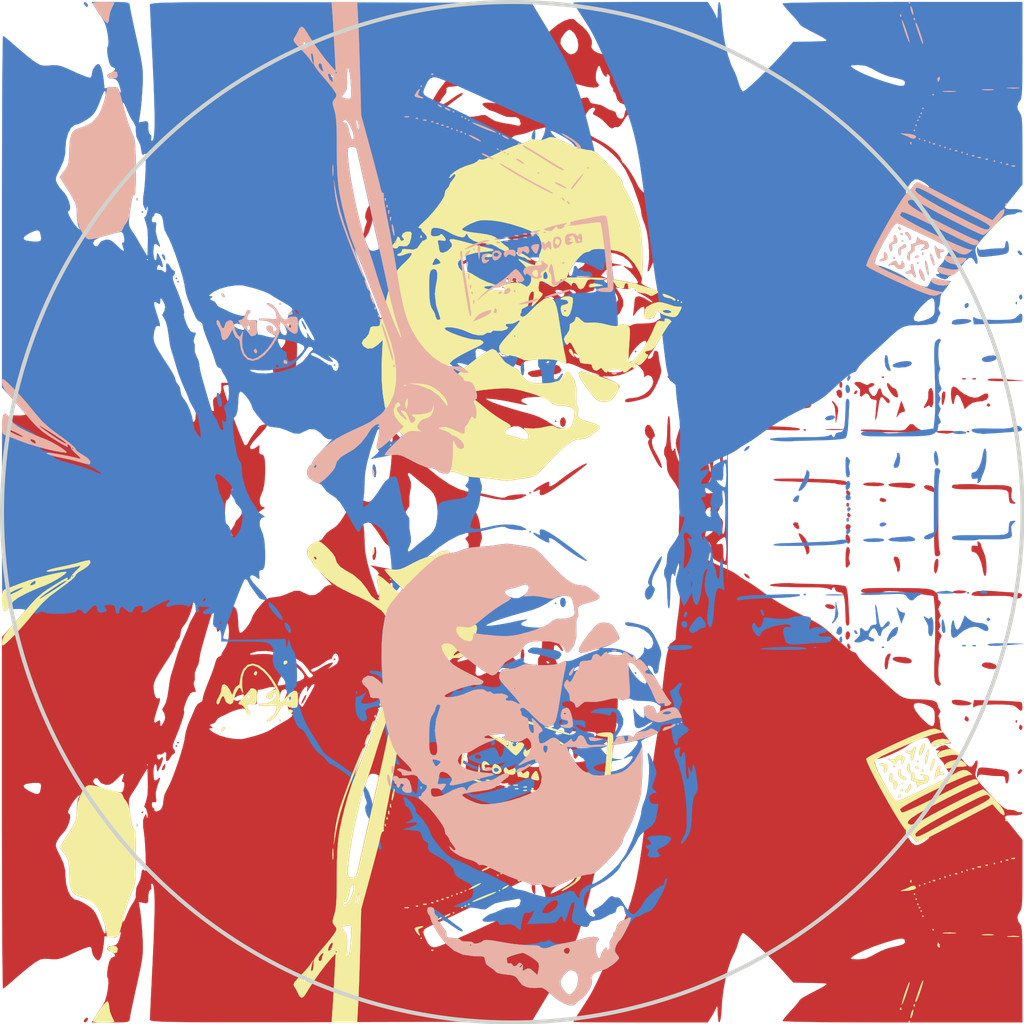
<source format=kicad_pcb>
(kicad_pcb (version 20170919) (host pcbnew "(2017-09-19 revision dddaa7e69)-makepkg")

  (general
    (thickness 1.6)
    (drawings 1)
    (tracks 0)
    (zones 0)
    (modules 2)
    (nets 1)
  )

  (page A4)
  (layers
    (0 F.Cu signal)
    (31 B.Cu signal)
    (32 B.Adhes user)
    (33 F.Adhes user)
    (34 B.Paste user)
    (35 F.Paste user)
    (36 B.SilkS user)
    (37 F.SilkS user)
    (38 B.Mask user)
    (39 F.Mask user)
    (40 Dwgs.User user)
    (41 Cmts.User user)
    (42 Eco1.User user)
    (43 Eco2.User user)
    (44 Edge.Cuts user)
    (45 Margin user)
    (46 B.CrtYd user)
    (47 F.CrtYd user)
    (48 B.Fab user)
    (49 F.Fab user)
  )

  (setup
    (last_trace_width 0.25)
    (trace_clearance 0.2)
    (zone_clearance 0.508)
    (zone_45_only no)
    (trace_min 0.2)
    (segment_width 0.2)
    (edge_width 0.15)
    (via_size 0.8)
    (via_drill 0.4)
    (via_min_size 0.4)
    (via_min_drill 0.3)
    (uvia_size 0.3)
    (uvia_drill 0.1)
    (uvias_allowed no)
    (uvia_min_size 0.2)
    (uvia_min_drill 0.1)
    (pcb_text_width 0.3)
    (pcb_text_size 1.5 1.5)
    (mod_edge_width 0.15)
    (mod_text_size 1 1)
    (mod_text_width 0.15)
    (pad_size 1.524 1.524)
    (pad_drill 0.762)
    (pad_to_mask_clearance 0.2)
    (aux_axis_origin 0 0)
    (visible_elements 7FFFFFFF)
    (pcbplotparams
      (layerselection 0x00030_ffffffff)
      (usegerberextensions false)
      (usegerberattributes true)
      (usegerberadvancedattributes true)
      (creategerberjobfile true)
      (excludeedgelayer true)
      (linewidth 0.100000)
      (plotframeref false)
      (viasonmask false)
      (mode 1)
      (useauxorigin false)
      (hpglpennumber 1)
      (hpglpenspeed 20)
      (hpglpendiameter 15)
      (psnegative false)
      (psa4output false)
      (plotreference true)
      (plotvalue true)
      (plotinvisibletext false)
      (padsonsilk false)
      (subtractmaskfromsilk false)
      (outputformat 1)
      (mirror false)
      (drillshape 1)
      (scaleselection 1)
      (outputdirectory ""))
  )

  (net 0 "")

  (net_class Default "This is the default net class."
    (clearance 0.2)
    (trace_width 0.25)
    (via_dia 0.8)
    (via_drill 0.4)
    (uvia_dia 0.3)
    (uvia_drill 0.1)
  )

  (module junes:ART_SHANNI_COURSE_WHITE_TIARA (layer B.Cu) (tedit 0) (tstamp 5A5E60BE)
    (at 0 0)
    (fp_text reference G*** (at 0 0) (layer B.SilkS) hide
      (effects (font (thickness 0.3)) (justify mirror))
    )
    (fp_text value LOGO (at 0.75 0) (layer B.SilkS) hide
      (effects (font (thickness 0.3)) (justify mirror))
    )
    (fp_poly (pts (xy -20.085347 -24.458124) (xy -20.065479 -24.62183) (xy -20.024802 -24.865474) (xy -19.938479 -25.092177)
      (xy -19.851301 -25.268384) (xy -19.812162 -25.365381) (xy -19.812 -25.367344) (xy -19.889284 -25.383911)
      (xy -20.091632 -25.395662) (xy -20.367331 -25.4) (xy -20.672694 -25.391961) (xy -20.83238 -25.364557)
      (xy -20.869428 -25.312852) (xy -20.861441 -25.294166) (xy -20.663425 -24.971418) (xy -20.468923 -24.687672)
      (xy -20.300603 -24.472799) (xy -20.181133 -24.356672) (xy -20.142477 -24.346728) (xy -20.085347 -24.458124)) (layer B.SilkS) (width 0.01))
    (fp_poly (pts (xy -9.514587 -1.500085) (xy -9.322157 -1.652841) (xy -9.113963 -1.85479) (xy -8.932797 -2.062701)
      (xy -8.821452 -2.233344) (xy -8.805334 -2.291532) (xy -8.731703 -2.516047) (xy -8.540615 -2.738063)
      (xy -8.276778 -2.906332) (xy -8.264347 -2.911638) (xy -7.891331 -3.130661) (xy -7.530847 -3.44837)
      (xy -7.249073 -3.803497) (xy -7.191403 -3.904986) (xy -7.007266 -4.178011) (xy -6.797196 -4.355073)
      (xy -6.640055 -4.402666) (xy -6.617323 -4.32766) (xy -6.619079 -4.136259) (xy -6.64076 -3.878892)
      (xy -6.677801 -3.605987) (xy -6.725636 -3.367972) (xy -6.737771 -3.323166) (xy -6.751939 -3.166245)
      (xy -6.664323 -3.144252) (xy -6.475244 -3.25703) (xy -6.185023 -3.504419) (xy -5.984481 -3.695768)
      (xy -5.410201 -4.25887) (xy -5.668434 -4.525299) (xy -5.873917 -4.822384) (xy -5.916949 -5.114625)
      (xy -5.801276 -5.381317) (xy -5.697525 -5.489657) (xy -5.623258 -5.461799) (xy -5.591839 -5.418666)
      (xy -5.576949 -5.367218) (xy -5.334 -5.367218) (xy -5.303755 -5.556834) (xy -5.232016 -5.665929)
      (xy -5.207704 -5.672666) (xy -5.200375 -5.598281) (xy -5.200037 -5.41607) (xy -5.200648 -5.384743)
      (xy -5.229606 -5.190353) (xy -5.282521 -5.142978) (xy -5.326087 -5.246994) (xy -5.334 -5.367218)
      (xy -5.576949 -5.367218) (xy -5.55893 -5.304962) (xy -5.632563 -5.264291) (xy -5.745722 -5.18424)
      (xy -5.711726 -5.031114) (xy -5.532513 -4.812122) (xy -5.503334 -4.783666) (xy -5.327585 -4.638294)
      (xy -5.254042 -4.620295) (xy -5.293081 -4.714768) (xy -5.433426 -4.884043) (xy -5.544652 -5.020048)
      (xy -5.533883 -5.074603) (xy -5.486126 -5.08) (xy -5.300865 -4.999994) (xy -5.167424 -4.759498)
      (xy -5.133145 -4.638488) (xy -5.056703 -4.471993) (xy -4.952137 -4.457046) (xy -4.852978 -4.547882)
      (xy -4.828704 -4.667456) (xy -4.890463 -4.739349) (xy -4.910667 -4.741333) (xy -4.99208 -4.806421)
      (xy -4.995334 -4.830996) (xy -4.94911 -4.887079) (xy -4.926455 -4.87809) (xy -4.808595 -4.864459)
      (xy -4.585725 -4.877435) (xy -4.443316 -4.894777) (xy -4.182799 -4.946239) (xy -4.042647 -5.022863)
      (xy -3.973915 -5.152627) (xy -3.970302 -5.165184) (xy -3.911546 -5.376333) (xy -3.903107 -5.156622)
      (xy -3.96098 -4.927467) (xy -4.117114 -4.740495) (xy -4.3188 -4.657046) (xy -4.332712 -4.656666)
      (xy -4.495702 -4.59337) (xy -4.6425 -4.445801) (xy -4.719961 -4.277434) (xy -4.714446 -4.20072)
      (xy -4.598614 -4.075678) (xy -4.513678 -4.03859) (xy -4.497193 -4.022903) (xy -4.620987 -4.024428)
      (xy -4.759473 -4.034538) (xy -5.003844 -4.043366) (xy -5.182667 -4.000434) (xy -5.365612 -3.879484)
      (xy -5.517024 -3.749014) (xy -5.816678 -3.470689) (xy -6.071523 -3.213898) (xy -6.255775 -3.00627)
      (xy -6.343651 -2.875431) (xy -6.347519 -2.859119) (xy -6.274492 -2.83233) (xy -6.086983 -2.836039)
      (xy -5.977095 -2.848351) (xy -5.772369 -2.864261) (xy -5.586493 -2.838911) (xy -5.369733 -2.757563)
      (xy -5.072354 -2.605475) (xy -4.971838 -2.550398) (xy -4.636026 -2.382149) (xy -4.331051 -2.259654)
      (xy -4.108288 -2.202998) (xy -4.078951 -2.201333) (xy -3.873609 -2.166863) (xy -3.750708 -2.085736)
      (xy -3.62531 -1.993827) (xy -3.416615 -1.932351) (xy -3.41085 -1.931509) (xy -3.213935 -1.924792)
      (xy -3.108688 -2.008107) (xy -3.051017 -2.144407) (xy -3.0072 -2.353682) (xy -2.974701 -2.666729)
      (xy -2.960177 -3.018048) (xy -2.96002 -3.039467) (xy -2.956897 -3.360494) (xy -2.947231 -3.532162)
      (xy -2.924355 -3.574448) (xy -2.881605 -3.507328) (xy -2.837107 -3.407833) (xy -2.705731 -3.209249)
      (xy -2.559512 -3.136128) (xy -2.43459 -3.199988) (xy -2.398122 -3.267908) (xy -2.425792 -3.40007)
      (xy -2.551855 -3.565706) (xy -2.726831 -3.715789) (xy -2.901237 -3.801291) (xy -2.942167 -3.806955)
      (xy -3.040714 -3.855041) (xy -3.048 -3.881114) (xy -3.120671 -3.948316) (xy -3.303663 -4.033936)
      (xy -3.398692 -4.067968) (xy -3.609017 -4.141151) (xy -3.673634 -4.184742) (xy -3.608243 -4.220354)
      (xy -3.526121 -4.243416) (xy -3.292907 -4.248258) (xy -2.983153 -4.146676) (xy -2.879512 -4.098896)
      (xy -2.608404 -3.970144) (xy -2.456161 -3.914162) (xy -2.388508 -3.931449) (xy -2.371172 -4.022506)
      (xy -2.370667 -4.106333) (xy -2.348726 -4.265546) (xy -2.306669 -4.318) (xy -2.233374 -4.387395)
      (xy -2.137031 -4.557685) (xy -2.122213 -4.590132) (xy -2.036425 -4.741209) (xy -1.97537 -4.773278)
      (xy -1.967489 -4.759465) (xy -1.885034 -4.663236) (xy -1.855612 -4.656666) (xy -1.80028 -4.728879)
      (xy -1.779577 -4.903874) (xy -1.791152 -5.119187) (xy -1.832656 -5.312354) (xy -1.883834 -5.407006)
      (xy -1.940055 -5.509796) (xy -1.848418 -5.593608) (xy -1.76177 -5.67396) (xy -1.752281 -5.808959)
      (xy -1.793721 -5.990502) (xy -1.899137 -6.29259) (xy -2.026012 -6.457465) (xy -2.202489 -6.517113)
      (xy -2.259031 -6.519333) (xy -2.396361 -6.545764) (xy -2.416504 -6.598331) (xy -2.448073 -6.688464)
      (xy -2.589068 -6.807248) (xy -2.620519 -6.826684) (xy -2.805261 -6.959838) (xy -2.913702 -7.082331)
      (xy -2.917231 -7.090373) (xy -2.91774 -7.151625) (xy -2.817221 -7.103145) (xy -2.774047 -7.073686)
      (xy -2.547695 -6.972555) (xy -2.372995 -6.945483) (xy -2.159 -6.9483) (xy -2.368711 -7.122777)
      (xy -2.623202 -7.254384) (xy -2.841231 -7.254606) (xy -3.173699 -7.279743) (xy -3.548513 -7.439839)
      (xy -3.940892 -7.714389) (xy -4.326059 -8.082891) (xy -4.679235 -8.524842) (xy -4.975642 -9.019739)
      (xy -4.976493 -9.021426) (xy -5.120306 -9.324197) (xy -5.241694 -9.626937) (xy -5.348061 -9.958331)
      (xy -5.446811 -10.347065) (xy -5.545347 -10.821826) (xy -5.651073 -11.4113) (xy -5.753229 -12.03084)
      (xy -5.851491 -12.622775) (xy -5.960237 -13.246158) (xy -6.06963 -13.846586) (xy -6.169832 -14.369655)
      (xy -6.225778 -14.6443) (xy -6.306081 -15.050771) (xy -6.365435 -15.403179) (xy -6.39845 -15.665316)
      (xy -6.399734 -15.800979) (xy -6.39854 -15.80469) (xy -6.394561 -15.886261) (xy -6.426353 -15.880138)
      (xy -6.487768 -15.922377) (xy -6.546483 -16.084828) (xy -6.557743 -16.137859) (xy -6.597247 -16.311914)
      (xy -6.673905 -16.618751) (xy -6.779823 -17.027921) (xy -6.907104 -17.508974) (xy -7.047852 -18.031463)
      (xy -7.068027 -18.105618) (xy -7.521335 -19.769666) (xy -7.572277 -21.717) (xy -7.589743 -22.338745)
      (xy -7.609415 -22.962533) (xy -7.629879 -23.548425) (xy -7.649718 -24.056481) (xy -7.667516 -24.446763)
      (xy -7.672091 -24.532166) (xy -7.720962 -25.4) (xy -8.989868 -25.4) (xy -8.941561 -24.7015)
      (xy -8.916698 -24.317793) (xy -8.887871 -23.835635) (xy -8.859212 -23.325712) (xy -8.841307 -22.987)
      (xy -8.78936 -21.971) (xy -8.979122 -22.171314) (xy -9.245571 -22.480552) (xy -9.552999 -22.880081)
      (xy -9.859647 -23.312445) (xy -10.123757 -23.720192) (xy -10.204773 -23.857599) (xy -10.360212 -24.094764)
      (xy -10.479099 -24.176912) (xy -10.579734 -24.109225) (xy -10.646073 -23.982604) (xy -10.75481 -23.76278)
      (xy -10.847743 -23.612327) (xy -10.885302 -23.517121) (xy -10.841734 -23.401942) (xy -10.832727 -23.391276)
      (xy -10.404678 -23.391276) (xy -10.34595 -23.418912) (xy -10.329334 -23.410333) (xy -10.261698 -23.292399)
      (xy -10.245964 -23.172503) (xy -10.259423 -23.051722) (xy -10.31013 -23.085514) (xy -10.329334 -23.114)
      (xy -10.39914 -23.271339) (xy -10.404678 -23.391276) (xy -10.832727 -23.391276) (xy -10.69799 -23.231727)
      (xy -10.571747 -23.104327) (xy -10.344152 -22.868301) (xy -10.148798 -22.645028) (xy -10.054822 -22.521333)
      (xy -9.915116 -22.309666) (xy -9.989315 -22.584833) (xy -10.02176 -22.781628) (xy -9.987829 -22.859843)
      (xy -9.984757 -22.86) (xy -9.924472 -22.786762) (xy -9.896234 -22.627166) (xy -9.884919 -22.415879)
      (xy -9.875068 -22.29158) (xy -9.867865 -22.278051) (xy -9.649065 -22.278051) (xy -9.586165 -22.350396)
      (xy -9.567334 -22.352) (xy -9.485077 -22.292651) (xy -9.482667 -22.274258) (xy -9.455264 -22.135323)
      (xy -9.424482 -22.041424) (xy -9.396535 -21.937045) (xy -9.459252 -21.963105) (xy -9.509148 -22.002533)
      (xy -9.620028 -22.141888) (xy -9.649065 -22.278051) (xy -9.867865 -22.278051) (xy -9.816825 -22.182199)
      (xy -9.673202 -21.986677) (xy -9.590514 -21.886333) (xy -8.805334 -21.886333) (xy -8.763 -21.928666)
      (xy -8.720667 -21.886333) (xy -8.763 -21.844) (xy -8.805334 -21.886333) (xy -9.590514 -21.886333)
      (xy -9.517688 -21.797959) (xy -9.1787 -21.797959) (xy -9.122058 -21.833887) (xy -8.962576 -21.738593)
      (xy -8.927349 -21.710721) (xy -8.846139 -21.634203) (xy -8.883222 -21.639943) (xy -8.965886 -21.654018)
      (xy -8.949379 -21.561555) (xy -8.927432 -21.439046) (xy -8.978898 -21.430974) (xy -9.067309 -21.522937)
      (xy -9.128595 -21.632333) (xy -9.1787 -21.797959) (xy -9.517688 -21.797959) (xy -9.473086 -21.743835)
      (xy -9.434015 -21.698913) (xy -9.201695 -21.426056) (xy -8.995269 -21.169756) (xy -8.857141 -20.982772)
      (xy -8.851356 -20.973997) (xy -8.753917 -20.804527) (xy -8.75393 -20.695923) (xy -8.768388 -20.676953)
      (xy -8.483866 -20.676953) (xy -8.436798 -20.769509) (xy -8.370316 -20.839684) (xy -8.240517 -21.065515)
      (xy -8.222348 -21.319971) (xy -8.230513 -21.629719) (xy -8.22212 -21.928666) (xy -8.19769 -22.102454)
      (xy -8.162548 -22.125735) (xy -8.12179 -22.016593) (xy -8.080513 -21.793117) (xy -8.043812 -21.473391)
      (xy -8.025302 -21.230166) (xy -8.00836 -20.898537) (xy -8.012808 -20.70149) (xy -8.04427 -20.605012)
      (xy -8.10837 -20.575086) (xy -8.133792 -20.574) (xy -8.340558 -20.601642) (xy -8.410863 -20.622879)
      (xy -8.483866 -20.676953) (xy -8.768388 -20.676953) (xy -8.84253 -20.579676) (xy -8.925408 -20.467177)
      (xy -8.942426 -20.345782) (xy -8.89526 -20.153896) (xy -8.857239 -20.039011) (xy -8.805661 -19.837901)
      (xy -8.769162 -19.568956) (xy -8.76038 -19.431203) (xy -8.433514 -19.431203) (xy -8.424334 -19.473333)
      (xy -8.325552 -19.553252) (xy -8.211183 -19.483185) (xy -8.205116 -19.473333) (xy -7.779598 -19.473333)
      (xy -7.77387 -19.557603) (xy -7.71875 -19.494919) (xy -7.704667 -19.473333) (xy -7.642632 -19.29088)
      (xy -7.629737 -19.134666) (xy -7.63688 -18.923) (xy -7.704667 -19.134666) (xy -7.759874 -19.345818)
      (xy -7.779598 -19.473333) (xy -8.205116 -19.473333) (xy -8.071328 -19.256082) (xy -8.04531 -19.20343)
      (xy -7.922929 -18.901988) (xy -7.87703 -18.676176) (xy -7.911686 -18.554855) (xy -7.95194 -18.542)
      (xy -8.01964 -18.615536) (xy -8.080507 -18.79482) (xy -8.085261 -18.817166) (xy -8.152928 -19.123663)
      (xy -8.212015 -19.297656) (xy -8.278759 -19.374147) (xy -8.350369 -19.388666) (xy -8.433514 -19.431203)
      (xy -8.76038 -19.431203) (xy -8.746048 -19.206396) (xy -8.734626 -18.724438) (xy -8.73301 -18.147331)
      (xy -8.730573 -17.874805) (xy -8.192102 -17.874805) (xy -8.176914 -18.091406) (xy -8.160331 -18.13485)
      (xy -8.042403 -18.197743) (xy -7.877728 -18.188837) (xy -7.761414 -18.11685) (xy -7.752843 -18.0975)
      (xy -7.716837 -17.955809) (xy -7.649137 -17.671061) (xy -7.55477 -17.265503) (xy -7.438765 -16.761382)
      (xy -7.306149 -16.180944) (xy -7.16195 -15.546436) (xy -7.011195 -14.880105) (xy -6.858912 -14.204198)
      (xy -6.710129 -13.540961) (xy -6.569874 -12.912641) (xy -6.443173 -12.341485) (xy -6.335055 -11.84974)
      (xy -6.250548 -11.459652) (xy -6.217318 -11.303) (xy -6.10287 -10.786462) (xy -5.978471 -10.273781)
      (xy -5.856286 -9.812095) (xy -5.748479 -9.448542) (xy -5.708239 -9.330454) (xy -5.606151 -9.034596)
      (xy -5.53795 -8.806105) (xy -5.515524 -8.685775) (xy -5.518035 -8.677743) (xy -5.567246 -8.730221)
      (xy -5.661866 -8.915996) (xy -5.79144 -9.20851) (xy -5.945514 -9.581206) (xy -6.113634 -10.007528)
      (xy -6.285346 -10.460918) (xy -6.450196 -10.91482) (xy -6.59773 -11.342676) (xy -6.717493 -11.717929)
      (xy -6.726049 -11.746522) (xy -6.866812 -12.207268) (xy -7.014888 -12.671002) (xy -7.151579 -13.080259)
      (xy -7.248045 -13.350882) (xy -7.388926 -13.767325) (xy -7.532493 -14.266583) (xy -7.673738 -14.822402)
      (xy -7.807657 -15.408526) (xy -7.929241 -15.998701) (xy -8.033485 -16.566672) (xy -8.115381 -17.086183)
      (xy -8.169922 -17.530979) (xy -8.192102 -17.874805) (xy -8.730573 -17.874805) (xy -8.725993 -17.362814)
      (xy -8.697852 -16.71872) (xy -8.646944 -16.187262) (xy -8.599041 -15.87905) (xy -8.480713 -15.306035)
      (xy -8.334504 -14.707135) (xy -8.173695 -14.129818) (xy -8.011568 -13.62155) (xy -7.861402 -13.229798)
      (xy -7.851697 -13.208) (xy -7.752016 -12.973366) (xy -7.604849 -12.609378) (xy -7.421478 -12.145485)
      (xy -7.213188 -11.61114) (xy -6.991262 -11.035795) (xy -6.766985 -10.448902) (xy -6.55164 -9.879911)
      (xy -6.356511 -9.358276) (xy -6.192881 -8.913447) (xy -6.072035 -8.574877) (xy -6.03516 -8.466666)
      (xy -5.864331 -7.800246) (xy -5.778777 -7.114708) (xy -5.781634 -6.462612) (xy -5.789615 -6.414749)
      (xy -5.207 -6.414749) (xy -4.868334 -6.424236) (xy -4.548876 -6.405737) (xy -4.222015 -6.347955)
      (xy -4.192909 -6.34023) (xy -3.914778 -6.215633) (xy -3.637914 -6.015377) (xy -3.403619 -5.779056)
      (xy -3.253196 -5.546265) (xy -3.219908 -5.40746) (xy -3.228201 -5.268853) (xy -3.266563 -5.290268)
      (xy -3.316138 -5.376333) (xy -3.634386 -5.782795) (xy -4.077241 -6.098968) (xy -4.615872 -6.306195)
      (xy -4.819265 -6.349124) (xy -5.207 -6.414749) (xy -5.789615 -6.414749) (xy -5.809826 -6.293555)
      (xy -5.390445 -6.293555) (xy -5.378823 -6.343889) (xy -5.334 -6.35) (xy -5.26431 -6.319021)
      (xy -5.277556 -6.293555) (xy -5.378036 -6.283422) (xy -5.390445 -6.293555) (xy -5.809826 -6.293555)
      (xy -5.876037 -5.896516) (xy -5.88082 -5.879662) (xy -6.12007 -5.352623) (xy -6.513539 -4.890226)
      (xy -7.057495 -4.496068) (xy -7.581374 -4.239333) (xy -7.971997 -4.066251) (xy -8.374594 -3.869117)
      (xy -8.70831 -3.687717) (xy -8.73669 -3.670825) (xy -9.007568 -3.483244) (xy -9.292368 -3.246693)
      (xy -9.560846 -2.991733) (xy -9.782754 -2.748921) (xy -9.927849 -2.548817) (xy -9.967274 -2.427486)
      (xy -10.008839 -2.346989) (xy -10.044245 -2.346192) (xy -10.124056 -2.285685) (xy -10.13664 -2.253203)
      (xy -9.876897 -2.253203) (xy -9.863667 -2.286) (xy -9.787585 -2.36677) (xy -9.774004 -2.370666)
      (xy -9.737638 -2.30516) (xy -9.736667 -2.286) (xy -9.801755 -2.204586) (xy -9.826331 -2.201333)
      (xy -9.876897 -2.253203) (xy -10.13664 -2.253203) (xy -10.190459 -2.114289) (xy -10.195268 -2.092192)
      (xy -10.210831 -1.884583) (xy -10.129125 -1.733033) (xy -10.01469 -1.630253) (xy -9.820843 -1.501668)
      (xy -9.661057 -1.440548) (xy -9.648462 -1.439753) (xy -9.514587 -1.500085)) (layer B.SilkS) (width 0.01))
    (fp_poly (pts (xy 19.812 -25.357666) (xy 19.769666 -25.4) (xy 19.727333 -25.357666) (xy 19.769666 -25.315333)
      (xy 19.812 -25.357666)) (layer B.SilkS) (width 0.01))
    (fp_poly (pts (xy 19.969431 -24.807333) (xy 19.93695 -24.988537) (xy 19.896666 -25.103666) (xy 19.840705 -25.196002)
      (xy 19.823901 -25.146) (xy 19.856382 -24.964795) (xy 19.896666 -24.849666) (xy 19.952627 -24.75733)
      (xy 19.969431 -24.807333)) (layer B.SilkS) (width 0.01))
    (fp_poly (pts (xy 19.360444 -24.666222) (xy 19.370577 -24.766701) (xy 19.360444 -24.779111) (xy 19.31011 -24.767488)
      (xy 19.304 -24.722666) (xy 19.334978 -24.652976) (xy 19.360444 -24.666222)) (layer B.SilkS) (width 0.01))
    (fp_poly (pts (xy 20.037777 -24.496888) (xy 20.04791 -24.597368) (xy 20.037777 -24.609777) (xy 19.987443 -24.598155)
      (xy 19.981333 -24.553333) (xy 20.012311 -24.483643) (xy 20.037777 -24.496888)) (layer B.SilkS) (width 0.01))
    (fp_poly (pts (xy 19.76832 -23.480396) (xy 19.711738 -23.686785) (xy 19.620437 -23.967911) (xy 19.606034 -24.009455)
      (xy 19.507673 -24.277976) (xy 19.433315 -24.456255) (xy 19.39658 -24.512233) (xy 19.394968 -24.506273)
      (xy 19.41554 -24.385037) (xy 19.474863 -24.174358) (xy 19.556526 -23.921964) (xy 19.644122 -23.675584)
      (xy 19.721242 -23.482946) (xy 19.771476 -23.391777) (xy 19.778439 -23.390883) (xy 19.76832 -23.480396)) (layer B.SilkS) (width 0.01))
    (fp_poly (pts (xy 20.447956 -23.395845) (xy 20.396605 -23.59074) (xy 20.31841 -23.838463) (xy 20.2308 -24.087311)
      (xy 20.151202 -24.285582) (xy 20.097044 -24.381571) (xy 20.091502 -24.384) (xy 20.074755 -24.321726)
      (xy 20.086942 -24.278166) (xy 20.133902 -24.14256) (xy 20.212905 -23.906995) (xy 20.27396 -23.722348)
      (xy 20.359381 -23.484018) (xy 20.426842 -23.334342) (xy 20.455038 -23.305482) (xy 20.447956 -23.395845)) (layer B.SilkS) (width 0.01))
    (fp_poly (pts (xy -19.709815 -21.61734) (xy -19.644745 -21.71715) (xy -19.642667 -21.754336) (xy -19.678958 -21.917852)
      (xy -19.801795 -21.949072) (xy -19.960167 -21.892627) (xy -20.124061 -21.771524) (xy -20.129197 -21.660752)
      (xy -19.982968 -21.59554) (xy -19.896667 -21.59) (xy -19.709815 -21.61734)) (layer B.SilkS) (width 0.01))
    (fp_poly (pts (xy -3.922889 -21.787555) (xy -3.934512 -21.837889) (xy -3.979334 -21.844) (xy -4.049024 -21.813021)
      (xy -4.035778 -21.787555) (xy -3.935299 -21.777422) (xy -3.922889 -21.787555)) (layer B.SilkS) (width 0.01))
    (fp_poly (pts (xy 21.254535 -21.486872) (xy 21.281951 -21.547666) (xy 21.28371 -21.656688) (xy 21.248676 -21.674666)
      (xy 21.175905 -21.606049) (xy 21.166666 -21.547666) (xy 21.184781 -21.434703) (xy 21.199941 -21.420666)
      (xy 21.254535 -21.486872)) (layer B.SilkS) (width 0.01))
    (fp_poly (pts (xy -4.487334 -21.209) (xy -4.529667 -21.251333) (xy -4.572 -21.209) (xy -4.529667 -21.166666)
      (xy -4.487334 -21.209)) (layer B.SilkS) (width 0.01))
    (fp_poly (pts (xy -20.714062 -13.634749) (xy -20.415151 -13.712007) (xy -20.091757 -13.805635) (xy -19.801256 -13.883959)
      (xy -19.6215 -13.926729) (xy -19.452541 -13.99877) (xy -19.388667 -14.095314) (xy -19.331749 -14.243468)
      (xy -19.23056 -14.368868) (xy -19.107729 -14.586477) (xy -19.025452 -14.961685) (xy -19.014043 -15.055216)
      (xy -18.963691 -15.4462) (xy -18.912338 -15.685835) (xy -18.854695 -15.792051) (xy -18.797034 -15.790971)
      (xy -18.775985 -15.857118) (xy -18.759073 -16.065956) (xy -18.747345 -16.390869) (xy -18.741854 -16.805245)
      (xy -18.742559 -17.171249) (xy -18.749354 -17.713392) (xy -18.761517 -18.113535) (xy -18.781709 -18.39899)
      (xy -18.812588 -18.597069) (xy -18.856816 -18.735083) (xy -18.903153 -18.819925) (xy -18.98319 -18.991264)
      (xy -19.088031 -19.284873) (xy -19.203539 -19.658224) (xy -19.306212 -20.032244) (xy -19.4087 -20.421433)
      (xy -19.499541 -20.751166) (xy -19.568809 -20.9864) (xy -19.606376 -21.091776) (xy -19.703162 -21.135025)
      (xy -19.881041 -21.164055) (xy -20.059873 -21.171111) (xy -20.159516 -21.148436) (xy -20.161473 -21.1455)
      (xy -20.178572 -21.055324) (xy -20.19143 -20.955) (xy -20.225015 -20.783096) (xy -20.291664 -20.516568)
      (xy -20.352135 -20.299477) (xy -20.569475 -19.801773) (xy -20.890808 -19.428777) (xy -21.306279 -19.19083)
      (xy -21.45065 -19.146608) (xy -21.704069 -19.06026) (xy -21.874112 -18.931446) (xy -21.977098 -18.728474)
      (xy -22.029343 -18.419655) (xy -22.046982 -17.988455) (xy -22.057725 -17.629821) (xy -22.087612 -17.387321)
      (xy -22.149596 -17.207871) (xy -22.256629 -17.038384) (xy -22.289487 -16.994566) (xy -22.523306 -16.688045)
      (xy -22.098987 -16.019703) (xy -21.894497 -15.687225) (xy -21.768397 -15.443343) (xy -21.70219 -15.237779)
      (xy -21.677379 -15.020252) (xy -21.674667 -14.866257) (xy -21.633331 -14.501654) (xy -21.52357 -14.143045)
      (xy -21.36676 -13.83855) (xy -21.184273 -13.636288) (xy -21.110121 -13.595261) (xy -20.964985 -13.592457)
      (xy -20.714062 -13.634749)) (layer B.SilkS) (width 0.01))
    (fp_poly (pts (xy 25.211016 -21.10617) (xy 25.257782 -21.123812) (xy 25.157044 -21.13613) (xy 24.934333 -21.140431)
      (xy 24.717055 -21.135342) (xy 24.633357 -21.122819) (xy 24.70099 -21.105558) (xy 24.703016 -21.105306)
      (xy 24.979127 -21.091479) (xy 25.211016 -21.10617)) (layer B.SilkS) (width 0.01))
    (fp_poly (pts (xy -4.419894 -20.618326) (xy -4.471309 -20.663606) (xy -4.565556 -20.698954) (xy -4.687534 -20.769685)
      (xy -4.665899 -20.894568) (xy -4.653625 -20.918351) (xy -4.597305 -21.055227) (xy -4.630259 -21.066656)
      (xy -4.732697 -20.956731) (xy -4.779985 -20.892229) (xy -4.861886 -20.752928) (xy -4.819599 -20.684417)
      (xy -4.683209 -20.641029) (xy -4.498751 -20.606751) (xy -4.419894 -20.618326)) (layer B.SilkS) (width 0.01))
    (fp_poly (pts (xy 23.941016 -21.021503) (xy 23.987782 -21.039145) (xy 23.887044 -21.051463) (xy 23.664333 -21.055764)
      (xy 23.447055 -21.050675) (xy 23.363357 -21.038153) (xy 23.43099 -21.020891) (xy 23.433016 -21.020639)
      (xy 23.709127 -21.006812) (xy 23.941016 -21.021503)) (layer B.SilkS) (width 0.01))
    (fp_poly (pts (xy 22.0345 -20.936085) (xy 22.098401 -20.952686) (xy 22.011961 -20.96483) (xy 21.794157 -20.970163)
      (xy 21.759333 -20.970233) (xy 21.526727 -20.965898) (xy 21.423159 -20.954462) (xy 21.467605 -20.938281)
      (xy 21.484166 -20.936085) (xy 21.781051 -20.922074) (xy 22.0345 -20.936085)) (layer B.SilkS) (width 0.01))
    (fp_poly (pts (xy 20.997333 -20.785666) (xy 20.955 -20.828) (xy 20.912666 -20.785666) (xy 20.955 -20.743333)
      (xy 20.997333 -20.785666)) (layer B.SilkS) (width 0.01))
    (fp_poly (pts (xy -3.511427 -20.167018) (xy -3.536835 -20.229999) (xy -3.615849 -20.272223) (xy -3.714764 -20.298)
      (xy -3.674184 -20.235978) (xy -3.663245 -20.224827) (xy -3.552237 -20.15795) (xy -3.511427 -20.167018)) (layer B.SilkS) (width 0.01))
    (fp_poly (pts (xy -3.075189 -20.018863) (xy -3.132667 -20.066) (xy -3.287016 -20.137643) (xy -3.344334 -20.148073)
      (xy -3.359479 -20.113136) (xy -3.302 -20.066) (xy -3.147652 -19.994356) (xy -3.090334 -19.983926)
      (xy -3.075189 -20.018863)) (layer B.SilkS) (width 0.01))
    (fp_poly (pts (xy 20.489333 -20.108333) (xy 20.447 -20.150666) (xy 20.404666 -20.108333) (xy 20.447 -20.066)
      (xy 20.489333 -20.108333)) (layer B.SilkS) (width 0.01))
    (fp_poly (pts (xy -2.878667 -19.939) (xy -2.921 -19.981333) (xy -2.963334 -19.939) (xy -2.921 -19.896666)
      (xy -2.878667 -19.939)) (layer B.SilkS) (width 0.01))
    (fp_poly (pts (xy 20.404666 -19.854333) (xy 20.362333 -19.896666) (xy 20.32 -19.854333) (xy 20.362333 -19.812)
      (xy 20.404666 -19.854333)) (layer B.SilkS) (width 0.01))
    (fp_poly (pts (xy -5.1435 -19.67126) (xy -5.132864 -19.702162) (xy -5.249334 -19.713964) (xy -5.369529 -19.700659)
      (xy -5.355167 -19.67126) (xy -5.181825 -19.660077) (xy -5.1435 -19.67126)) (layer B.SilkS) (width 0.01))
    (fp_poly (pts (xy -2.455334 -19.685) (xy -2.497667 -19.727333) (xy -2.54 -19.685) (xy -2.497667 -19.642666)
      (xy -2.455334 -19.685)) (layer B.SilkS) (width 0.01))
    (fp_poly (pts (xy 20.32 -19.685) (xy 20.277666 -19.727333) (xy 20.235333 -19.685) (xy 20.277666 -19.642666)
      (xy 20.32 -19.685)) (layer B.SilkS) (width 0.01))
    (fp_poly (pts (xy -4.684889 -19.586222) (xy -4.696512 -19.636556) (xy -4.741334 -19.642666) (xy -4.811024 -19.611688)
      (xy -4.797778 -19.586222) (xy -4.697299 -19.576089) (xy -4.684889 -19.586222)) (layer B.SilkS) (width 0.01))
    (fp_poly (pts (xy -2.286 -19.600333) (xy -2.328334 -19.642666) (xy -2.370667 -19.600333) (xy -2.328334 -19.558)
      (xy -2.286 -19.600333)) (layer B.SilkS) (width 0.01))
    (fp_poly (pts (xy -4.256264 -19.506847) (xy -4.281515 -19.545329) (xy -4.367389 -19.551315) (xy -4.457732 -19.530638)
      (xy -4.418542 -19.500163) (xy -4.286218 -19.490069) (xy -4.256264 -19.506847)) (layer B.SilkS) (width 0.01))
    (fp_poly (pts (xy -2.116667 -19.515666) (xy -2.159 -19.558) (xy -2.201334 -19.515666) (xy -2.159 -19.473333)
      (xy -2.116667 -19.515666)) (layer B.SilkS) (width 0.01))
    (fp_poly (pts (xy 20.235333 -19.515666) (xy 20.193 -19.558) (xy 20.150666 -19.515666) (xy 20.193 -19.473333)
      (xy 20.235333 -19.515666)) (layer B.SilkS) (width 0.01))
    (fp_poly (pts (xy -3.922889 -19.416888) (xy -3.934512 -19.467223) (xy -3.979334 -19.473333) (xy -4.049024 -19.442355)
      (xy -4.035778 -19.416888) (xy -3.935299 -19.406755) (xy -3.922889 -19.416888)) (layer B.SilkS) (width 0.01))
    (fp_poly (pts (xy -0.795642 -18.903469) (xy -0.853334 -18.94734) (xy -1.033465 -19.037515) (xy -1.301391 -19.157071)
      (xy -1.40089 -19.199137) (xy -1.686167 -19.312373) (xy -1.89387 -19.383509) (xy -1.990948 -19.401689)
      (xy -1.992671 -19.393527) (xy -1.900336 -19.331105) (xy -1.70326 -19.23487) (xy -1.448971 -19.124281)
      (xy -1.184994 -19.018795) (xy -0.958859 -18.937868) (xy -0.818092 -18.900959) (xy -0.795642 -18.903469)) (layer B.SilkS) (width 0.01))
    (fp_poly (pts (xy -3.668889 -19.332222) (xy -3.680512 -19.382556) (xy -3.725334 -19.388666) (xy -3.795024 -19.357688)
      (xy -3.781778 -19.332222) (xy -3.681299 -19.322089) (xy -3.668889 -19.332222)) (layer B.SilkS) (width 0.01))
    (fp_poly (pts (xy -3.414889 -19.247555) (xy -3.426512 -19.297889) (xy -3.471334 -19.304) (xy -3.541024 -19.273021)
      (xy -3.527778 -19.247555) (xy -3.427299 -19.237422) (xy -3.414889 -19.247555)) (layer B.SilkS) (width 0.01))
    (fp_poly (pts (xy 20.150666 -19.261666) (xy 20.108333 -19.304) (xy 20.066 -19.261666) (xy 20.108333 -19.219333)
      (xy 20.150666 -19.261666)) (layer B.SilkS) (width 0.01))
    (fp_poly (pts (xy -3.160889 -19.162888) (xy -3.172512 -19.213223) (xy -3.217334 -19.219333) (xy -3.287024 -19.188355)
      (xy -3.273778 -19.162888) (xy -3.173299 -19.152755) (xy -3.160889 -19.162888)) (layer B.SilkS) (width 0.01))
    (fp_poly (pts (xy -2.963334 -19.092333) (xy -3.005667 -19.134666) (xy -3.048 -19.092333) (xy -3.005667 -19.05)
      (xy -2.963334 -19.092333)) (layer B.SilkS) (width 0.01))
    (fp_poly (pts (xy -2.709334 -19.007666) (xy -2.751667 -19.05) (xy -2.794 -19.007666) (xy -2.751667 -18.965333)
      (xy -2.709334 -19.007666)) (layer B.SilkS) (width 0.01))
    (fp_poly (pts (xy 20.066 -19.007666) (xy 20.023666 -19.05) (xy 19.981333 -19.007666) (xy 20.023666 -18.965333)
      (xy 20.066 -19.007666)) (layer B.SilkS) (width 0.01))
    (fp_poly (pts (xy -2.483556 -18.908888) (xy -2.495178 -18.959223) (xy -2.54 -18.965333) (xy -2.609691 -18.934355)
      (xy -2.596445 -18.908888) (xy -2.495965 -18.898755) (xy -2.483556 -18.908888)) (layer B.SilkS) (width 0.01))
    (fp_poly (pts (xy -2.286 -18.838333) (xy -2.328334 -18.880666) (xy -2.370667 -18.838333) (xy -2.328334 -18.796)
      (xy -2.286 -18.838333)) (layer B.SilkS) (width 0.01))
    (fp_poly (pts (xy -0.592667 -18.838333) (xy -0.635 -18.880666) (xy -0.677334 -18.838333) (xy -0.635 -18.796)
      (xy -0.592667 -18.838333)) (layer B.SilkS) (width 0.01))
    (fp_poly (pts (xy 3.348926 -18.089811) (xy 3.425178 -18.142992) (xy 3.387664 -18.233455) (xy 3.306355 -18.325696)
      (xy 3.168043 -18.445678) (xy 2.971427 -18.586239) (xy 2.760237 -18.720346) (xy 2.578197 -18.820969)
      (xy 2.469035 -18.861075) (xy 2.455333 -18.851795) (xy 2.521869 -18.790453) (xy 2.6925 -18.676055)
      (xy 2.836333 -18.588809) (xy 3.094668 -18.403675) (xy 3.212114 -18.238819) (xy 3.217333 -18.202421)
      (xy 3.258235 -18.084372) (xy 3.348926 -18.089811)) (layer B.SilkS) (width 0.01))
    (fp_poly (pts (xy 20.056712 -18.620926) (xy 20.114457 -18.704129) (xy 20.018336 -18.77576) (xy 19.783774 -18.828091)
      (xy 19.608867 -18.845339) (xy 19.397137 -18.857755) (xy 19.341724 -18.848825) (xy 19.430064 -18.809585)
      (xy 19.515666 -18.778833) (xy 19.722483 -18.694192) (xy 19.857172 -18.620141) (xy 19.997143 -18.597196)
      (xy 20.056712 -18.620926)) (layer B.SilkS) (width 0.01))
    (fp_poly (pts (xy -1.577335 -18.498957) (xy -1.705808 -18.585631) (xy -1.778 -18.626666) (xy -1.987433 -18.730515)
      (xy -2.137828 -18.786014) (xy -2.159 -18.788902) (xy -2.148 -18.754376) (xy -2.019526 -18.667702)
      (xy -1.947334 -18.626666) (xy -1.737901 -18.522817) (xy -1.587506 -18.467318) (xy -1.566334 -18.464431)
      (xy -1.577335 -18.498957)) (layer B.SilkS) (width 0.01))
    (fp_poly (pts (xy -0.169334 -18.578375) (xy -0.234237 -18.646374) (xy -0.338667 -18.711333) (xy -0.469572 -18.765835)
      (xy -0.508 -18.759624) (xy -0.443098 -18.691625) (xy -0.338667 -18.626666) (xy -0.207762 -18.572164)
      (xy -0.169334 -18.578375)) (layer B.SilkS) (width 0.01))
    (fp_poly (pts (xy 20.32 -18.584333) (xy 20.277666 -18.626666) (xy 20.235333 -18.584333) (xy 20.277666 -18.542)
      (xy 20.32 -18.584333)) (layer B.SilkS) (width 0.01))
    (fp_poly (pts (xy 20.574 -18.499666) (xy 20.531666 -18.542) (xy 20.489333 -18.499666) (xy 20.531666 -18.457333)
      (xy 20.574 -18.499666)) (layer B.SilkS) (width 0.01))
    (fp_poly (pts (xy 19.868444 -18.316222) (xy 19.878577 -18.416701) (xy 19.868444 -18.429111) (xy 19.81811 -18.417488)
      (xy 19.812 -18.372666) (xy 19.842978 -18.302976) (xy 19.868444 -18.316222)) (layer B.SilkS) (width 0.01))
    (fp_poly (pts (xy 20.828 -18.415) (xy 20.785666 -18.457333) (xy 20.743333 -18.415) (xy 20.785666 -18.372666)
      (xy 20.828 -18.415)) (layer B.SilkS) (width 0.01))
    (fp_poly (pts (xy 0.395111 -18.316222) (xy 0.383488 -18.366556) (xy 0.338666 -18.372666) (xy 0.268976 -18.341688)
      (xy 0.282222 -18.316222) (xy 0.382701 -18.306089) (xy 0.395111 -18.316222)) (layer B.SilkS) (width 0.01))
    (fp_poly (pts (xy 21.053777 -18.316222) (xy 21.042155 -18.366556) (xy 20.997333 -18.372666) (xy 20.927643 -18.341688)
      (xy 20.940888 -18.316222) (xy 21.041368 -18.306089) (xy 21.053777 -18.316222)) (layer B.SilkS) (width 0.01))
    (fp_poly (pts (xy 2.572955 -17.050402) (xy 2.46242 -17.12678) (xy 2.455333 -17.130547) (xy 2.290193 -17.22467)
      (xy 2.027542 -17.382103) (xy 1.71284 -17.575422) (xy 1.566333 -17.66683) (xy 1.130395 -17.937293)
      (xy 0.821171 -18.121731) (xy 0.624453 -18.228002) (xy 0.526031 -18.263966) (xy 0.508 -18.252214)
      (xy 0.574892 -18.190439) (xy 0.747253 -18.07532) (xy 0.910166 -17.977242) (xy 1.189018 -17.810729)
      (xy 1.535154 -17.597407) (xy 1.874145 -17.383155) (xy 1.877492 -17.381006) (xy 2.158109 -17.209443)
      (xy 2.392697 -17.081766) (xy 2.538717 -17.020741) (xy 2.554825 -17.018521) (xy 2.572955 -17.050402)) (layer B.SilkS) (width 0.01))
    (fp_poly (pts (xy 21.336 -18.245666) (xy 21.293666 -18.288) (xy 21.251333 -18.245666) (xy 21.293666 -18.203333)
      (xy 21.336 -18.245666)) (layer B.SilkS) (width 0.01))
    (fp_poly (pts (xy 21.59 -18.161) (xy 21.547666 -18.203333) (xy 21.505333 -18.161) (xy 21.547666 -18.118666)
      (xy 21.59 -18.161)) (layer B.SilkS) (width 0.01))
    (fp_poly (pts (xy -0.677334 -18.076333) (xy -0.719667 -18.118666) (xy -0.762 -18.076333) (xy -0.719667 -18.034)
      (xy -0.677334 -18.076333)) (layer B.SilkS) (width 0.01))
    (fp_poly (pts (xy 21.844 -18.076333) (xy 21.801666 -18.118666) (xy 21.759333 -18.076333) (xy 21.801666 -18.034)
      (xy 21.844 -18.076333)) (layer B.SilkS) (width 0.01))
    (fp_poly (pts (xy -0.508 -17.991666) (xy -0.550334 -18.034) (xy -0.592667 -17.991666) (xy -0.550334 -17.949333)
      (xy -0.508 -17.991666)) (layer B.SilkS) (width 0.01))
    (fp_poly (pts (xy 22.154444 -17.977555) (xy 22.142822 -18.027889) (xy 22.098 -18.034) (xy 22.028309 -18.003021)
      (xy 22.041555 -17.977555) (xy 22.142035 -17.967422) (xy 22.154444 -17.977555)) (layer B.SilkS) (width 0.01))
    (fp_poly (pts (xy -0.338667 -17.907) (xy -0.381 -17.949333) (xy -0.423334 -17.907) (xy -0.381 -17.864666)
      (xy -0.338667 -17.907)) (layer B.SilkS) (width 0.01))
    (fp_poly (pts (xy 22.436666 -17.907) (xy 22.394333 -17.949333) (xy 22.352 -17.907) (xy 22.394333 -17.864666)
      (xy 22.436666 -17.907)) (layer B.SilkS) (width 0.01))
    (fp_poly (pts (xy -0.931334 -17.563984) (xy -0.998045 -17.626082) (xy -1.154215 -17.720047) (xy -1.333902 -17.810487)
      (xy -1.471162 -17.862011) (xy -1.491574 -17.864666) (xy -1.519406 -17.835453) (xy -1.516945 -17.8331)
      (xy -1.407107 -17.762888) (xy -1.234954 -17.675395) (xy -1.061353 -17.59859) (xy -0.947167 -17.560445)
      (xy -0.931334 -17.563984)) (layer B.SilkS) (width 0.01))
    (fp_poly (pts (xy -0.169334 -17.822333) (xy -0.211667 -17.864666) (xy -0.254 -17.822333) (xy -0.211667 -17.78)
      (xy -0.169334 -17.822333)) (layer B.SilkS) (width 0.01))
    (fp_poly (pts (xy 22.690666 -17.822333) (xy 22.648333 -17.864666) (xy 22.606 -17.822333) (xy 22.648333 -17.78)
      (xy 22.690666 -17.822333)) (layer B.SilkS) (width 0.01))
    (fp_poly (pts (xy 23.001111 -17.723555) (xy 22.989488 -17.773889) (xy 22.944666 -17.78) (xy 22.874976 -17.749021)
      (xy 22.888222 -17.723555) (xy 22.988701 -17.713422) (xy 23.001111 -17.723555)) (layer B.SilkS) (width 0.01))
    (fp_poly (pts (xy 23.345069 -17.64418) (xy 23.319818 -17.682662) (xy 23.233944 -17.688649) (xy 23.143602 -17.667971)
      (xy 23.182791 -17.637496) (xy 23.315115 -17.627402) (xy 23.345069 -17.64418)) (layer B.SilkS) (width 0.01))
    (fp_poly (pts (xy 0.595534 -17.350327) (xy 0.508 -17.433768) (xy 0.336221 -17.554697) (xy 0.213965 -17.607412)
      (xy 0.211666 -17.607487) (xy 0.196197 -17.571686) (xy 0.254 -17.521868) (xy 0.449189 -17.398767)
      (xy 0.571144 -17.338774) (xy 0.595534 -17.350327)) (layer B.SilkS) (width 0.01))
    (fp_poly (pts (xy 23.678444 -17.554222) (xy 23.666822 -17.604556) (xy 23.622 -17.610666) (xy 23.552309 -17.579688)
      (xy 23.565555 -17.554222) (xy 23.666035 -17.544089) (xy 23.678444 -17.554222)) (layer B.SilkS) (width 0.01))
    (fp_poly (pts (xy 24.045333 -17.483666) (xy 24.003 -17.526) (xy 23.960666 -17.483666) (xy 24.003 -17.441333)
      (xy 24.045333 -17.483666)) (layer B.SilkS) (width 0.01))
    (fp_poly (pts (xy -8.914024 -16.785166) (xy -8.899851 -17.058648) (xy -8.914024 -17.250833) (xy -8.932482 -17.303359)
      (xy -8.945249 -17.207202) (xy -8.949296 -17.018) (xy -8.944045 -16.808975) (xy -8.930379 -16.730635)
      (xy -8.914024 -16.785166)) (layer B.SilkS) (width 0.01))
    (fp_poly (pts (xy 2.032 -15.872716) (xy 1.962016 -15.928042) (xy 1.776558 -16.036399) (xy 1.51236 -16.176621)
      (xy 1.446539 -16.210037) (xy 1.108872 -16.388283) (xy 0.695265 -16.618536) (xy 0.273239 -16.862837)
      (xy 0.085665 -16.97506) (xy -0.22308 -17.158279) (xy -0.464719 -17.293972) (xy -0.612187 -17.367465)
      (xy -0.643506 -17.370428) (xy -0.547914 -17.287621) (xy -0.340813 -17.148684) (xy -0.049746 -16.969037)
      (xy 0.297742 -16.764097) (xy 0.674106 -16.549283) (xy 1.051805 -16.340015) (xy 1.403293 -16.151711)
      (xy 1.701026 -15.999789) (xy 1.91746 -15.899669) (xy 2.025052 -15.866769) (xy 2.032 -15.872716)) (layer B.SilkS) (width 0.01))
    (fp_poly (pts (xy 24.384 -17.399) (xy 24.341666 -17.441333) (xy 24.299333 -17.399) (xy 24.341666 -17.356666)
      (xy 24.384 -17.399)) (layer B.SilkS) (width 0.01))
    (fp_poly (pts (xy 24.694444 -17.300222) (xy 24.682822 -17.350556) (xy 24.638 -17.356666) (xy 24.568309 -17.325688)
      (xy 24.581555 -17.300222) (xy 24.682035 -17.290089) (xy 24.694444 -17.300222)) (layer B.SilkS) (width 0.01))
    (fp_poly (pts (xy 25.038402 -17.220847) (xy 25.013151 -17.259329) (xy 24.927277 -17.265315) (xy 24.836935 -17.244638)
      (xy 24.876125 -17.214163) (xy 25.008448 -17.204069) (xy 25.038402 -17.220847)) (layer B.SilkS) (width 0.01))
    (fp_poly (pts (xy 3.81 -17.145) (xy 3.767666 -17.187333) (xy 3.725333 -17.145) (xy 3.767666 -17.102666)
      (xy 3.81 -17.145)) (layer B.SilkS) (width 0.01))
    (fp_poly (pts (xy 1.354666 -16.891) (xy 1.312333 -16.933333) (xy 1.27 -16.891) (xy 1.312333 -16.848666)
      (xy 1.354666 -16.891)) (layer B.SilkS) (width 0.01))
    (fp_poly (pts (xy 2.981336 -16.108729) (xy 3.065268 -16.192442) (xy 3.203523 -16.364095) (xy 3.393746 -16.615833)
      (xy 3.516067 -16.78941) (xy 3.53717 -16.842621) (xy 3.467114 -16.782736) (xy 3.315958 -16.617026)
      (xy 3.188715 -16.467666) (xy 3.029167 -16.266156) (xy 2.936831 -16.128054) (xy 2.928618 -16.086666)
      (xy 2.981336 -16.108729)) (layer B.SilkS) (width 0.01))
    (fp_poly (pts (xy -7.41126 -11.7993) (xy -7.48365 -12.013372) (xy -7.599999 -12.327007) (xy -7.749946 -12.711737)
      (xy -7.822273 -12.89219) (xy -8.135582 -13.695072) (xy -8.379679 -14.387317) (xy -8.566487 -15.006918)
      (xy -8.707927 -15.591869) (xy -8.771557 -15.917333) (xy -8.885932 -16.552333) (xy -8.842249 -16.030422)
      (xy -8.794825 -15.669817) (xy -8.714338 -15.24554) (xy -8.628057 -14.887422) (xy -8.549424 -14.631601)
      (xy -8.432103 -14.288373) (xy -8.286854 -13.885398) (xy -8.124439 -13.450336) (xy -7.955618 -13.010846)
      (xy -7.791152 -12.594589) (xy -7.641801 -12.229224) (xy -7.518325 -11.942411) (xy -7.431487 -11.76181)
      (xy -7.39319 -11.713255) (xy -7.41126 -11.7993)) (layer B.SilkS) (width 0.01))
    (fp_poly (pts (xy 2.709333 -16.124651) (xy 2.642622 -16.186748) (xy 2.486452 -16.280713) (xy 2.306765 -16.371154)
      (xy 2.169505 -16.422678) (xy 2.149093 -16.425333) (xy 2.121261 -16.396119) (xy 2.123722 -16.393767)
      (xy 2.23356 -16.323555) (xy 2.405712 -16.236061) (xy 2.579314 -16.159256) (xy 2.6935 -16.121111)
      (xy 2.709333 -16.124651)) (layer B.SilkS) (width 0.01))
    (fp_poly (pts (xy 21.12287 -10.794509) (xy 21.232904 -10.838755) (xy 21.463 -10.949529) (xy 21.124333 -11.013302)
      (xy 20.880568 -11.077468) (xy 20.537728 -11.198635) (xy 20.0832 -11.381907) (xy 19.504371 -11.632384)
      (xy 18.788629 -11.95517) (xy 18.7325 -11.980868) (xy 18.373419 -12.155822) (xy 18.152923 -12.291487)
      (xy 18.049223 -12.402927) (xy 18.034 -12.463789) (xy 18.074733 -12.622569) (xy 18.183565 -12.874275)
      (xy 18.340439 -13.184185) (xy 18.525304 -13.517579) (xy 18.718103 -13.839738) (xy 18.898782 -14.11594)
      (xy 19.047288 -14.311466) (xy 19.143567 -14.391595) (xy 19.147717 -14.391985) (xy 19.266688 -14.356338)
      (xy 19.505677 -14.258213) (xy 19.833946 -14.112241) (xy 20.220753 -13.933052) (xy 20.635361 -13.735277)
      (xy 21.047029 -13.533545) (xy 21.425017 -13.342488) (xy 21.738587 -13.176736) (xy 21.928666 -13.068399)
      (xy 22.242507 -12.89688) (xy 22.468376 -12.829355) (xy 22.647399 -12.860243) (xy 22.784699 -12.952206)
      (xy 22.900394 -13.061447) (xy 22.881967 -13.084205) (xy 22.831492 -13.06929) (xy 22.711464 -13.088618)
      (xy 22.472004 -13.173965) (xy 22.139605 -13.312371) (xy 21.740758 -13.490881) (xy 21.301958 -13.696535)
      (xy 20.849698 -13.916376) (xy 20.41047 -14.137445) (xy 20.010768 -14.346786) (xy 19.677084 -14.53144)
      (xy 19.435913 -14.678449) (xy 19.313746 -14.774855) (xy 19.304 -14.794605) (xy 19.371414 -14.923488)
      (xy 19.414916 -14.94921) (xy 19.519014 -14.924396) (xy 19.750777 -14.831656) (xy 20.087664 -14.681246)
      (xy 20.507137 -14.483422) (xy 20.986657 -14.248441) (xy 21.287407 -14.097139) (xy 21.849268 -13.812881)
      (xy 22.279779 -13.598913) (xy 22.597967 -13.447678) (xy 22.822859 -13.351618) (xy 22.973481 -13.303175)
      (xy 23.068862 -13.294792) (xy 23.128029 -13.318911) (xy 23.159816 -13.353419) (xy 23.221731 -13.474614)
      (xy 23.143767 -13.538068) (xy 23.086492 -13.555643) (xy 22.92546 -13.61858) (xy 22.646628 -13.745782)
      (xy 22.281408 -13.921453) (xy 21.86121 -14.129796) (xy 21.417445 -14.355015) (xy 20.981525 -14.581313)
      (xy 20.58486 -14.792894) (xy 20.258863 -14.973962) (xy 20.209302 -15.002566) (xy 19.87666 -15.217156)
      (xy 19.704347 -15.381235) (xy 19.691489 -15.496122) (xy 19.836997 -15.563094) (xy 19.972405 -15.535385)
      (xy 20.205711 -15.437766) (xy 20.491128 -15.289934) (xy 20.549648 -15.256533) (xy 20.859356 -15.082578)
      (xy 21.238206 -14.878437) (xy 21.657845 -14.658396) (xy 22.08992 -14.436739) (xy 22.506077 -14.227753)
      (xy 22.877963 -14.045721) (xy 23.177226 -13.904931) (xy 23.375512 -13.819665) (xy 23.439237 -13.800666)
      (xy 23.547351 -13.859893) (xy 23.727522 -14.013133) (xy 23.944113 -14.223726) (xy 24.161488 -14.455011)
      (xy 24.344009 -14.670328) (xy 24.456038 -14.833017) (xy 24.468034 -14.859) (xy 24.512585 -15.040262)
      (xy 24.463579 -15.089934) (xy 24.333519 -15.008426) (xy 24.179905 -14.849498) (xy 23.907139 -14.533954)
      (xy 22.685069 -15.172206) (xy 22.018199 -15.520236) (xy 21.485277 -15.797523) (xy 21.070311 -16.012016)
      (xy 20.757309 -16.17166) (xy 20.530281 -16.284405) (xy 20.373235 -16.358197) (xy 20.270179 -16.400983)
      (xy 20.205122 -16.42071) (xy 20.163556 -16.425333) (xy 20.065417 -16.359172) (xy 19.941322 -16.197282)
      (xy 19.925467 -16.171224) (xy 19.815355 -16.023166) (xy 20.066891 -16.023166) (xy 20.080835 -16.116533)
      (xy 20.138637 -16.15426) (xy 20.262111 -16.129583) (xy 20.473067 -16.03574) (xy 20.793317 -15.865967)
      (xy 21.069289 -15.712328) (xy 21.490364 -15.481647) (xy 21.993992 -15.214608) (xy 22.510022 -14.948027)
      (xy 22.877072 -14.76357) (xy 23.294133 -14.552332) (xy 23.573517 -14.396998) (xy 23.732798 -14.285862)
      (xy 23.789549 -14.207218) (xy 23.776871 -14.164241) (xy 23.709302 -14.096836) (xy 23.628076 -14.069957)
      (xy 23.503733 -14.091547) (xy 23.306812 -14.16955) (xy 23.007855 -14.311908) (xy 22.745797 -14.442246)
      (xy 21.997569 -14.823374) (xy 21.358854 -15.162882) (xy 20.838292 -15.455671) (xy 20.444524 -15.696642)
      (xy 20.186191 -15.880695) (xy 20.071933 -16.002731) (xy 20.066891 -16.023166) (xy 19.815355 -16.023166)
      (xy 19.787606 -15.985855) (xy 19.654636 -15.877532) (xy 19.645514 -15.874041) (xy 19.554131 -15.784867)
      (xy 19.401163 -15.571502) (xy 19.201006 -15.259658) (xy 18.968054 -14.875048) (xy 18.7167 -14.443381)
      (xy 18.46134 -13.990371) (xy 18.216367 -13.541728) (xy 17.996177 -13.123165) (xy 17.815162 -12.760392)
      (xy 17.687718 -12.479123) (xy 17.628239 -12.305067) (xy 17.627313 -12.26906) (xy 17.712352 -12.201939)
      (xy 17.92433 -12.081672) (xy 18.234554 -11.921846) (xy 18.614333 -11.736046) (xy 19.034973 -11.537858)
      (xy 19.467783 -11.340869) (xy 19.884071 -11.158663) (xy 20.255144 -11.004826) (xy 20.477205 -10.919625)
      (xy 20.776419 -10.818187) (xy 20.9738 -10.778391) (xy 21.12287 -10.794509)) (layer B.SilkS) (width 0.01))
    (fp_poly (pts (xy -18.654889 -15.522222) (xy -18.644756 -15.622701) (xy -18.654889 -15.635111) (xy -18.705224 -15.623488)
      (xy -18.711334 -15.578666) (xy -18.680356 -15.508976) (xy -18.654889 -15.522222)) (layer B.SilkS) (width 0.01))
    (fp_poly (pts (xy -6.293556 -15.522222) (xy -6.283423 -15.622701) (xy -6.293556 -15.635111) (xy -6.34389 -15.623488)
      (xy -6.35 -15.578666) (xy -6.319022 -15.508976) (xy -6.293556 -15.522222)) (layer B.SilkS) (width 0.01))
    (fp_poly (pts (xy 2.598103 -15.54869) (xy 2.582333 -15.578666) (xy 2.502559 -15.659523) (xy 2.487673 -15.663333)
      (xy 2.481896 -15.608643) (xy 2.497666 -15.578666) (xy 2.57744 -15.497809) (xy 2.592326 -15.494)
      (xy 2.598103 -15.54869)) (layer B.SilkS) (width 0.01))
    (fp_poly (pts (xy 2.852103 -15.379356) (xy 2.836333 -15.409333) (xy 2.756559 -15.49019) (xy 2.741673 -15.494)
      (xy 2.735896 -15.439309) (xy 2.751666 -15.409333) (xy 2.83144 -15.328476) (xy 2.846326 -15.324666)
      (xy 2.852103 -15.379356)) (layer B.SilkS) (width 0.01))
    (fp_poly (pts (xy 24.609777 -15.268222) (xy 24.61991 -15.368701) (xy 24.609777 -15.381111) (xy 24.559443 -15.369488)
      (xy 24.553333 -15.324666) (xy 24.584311 -15.254976) (xy 24.609777 -15.268222)) (layer B.SilkS) (width 0.01))
    (fp_poly (pts (xy -6.208889 -15.183555) (xy -6.198756 -15.284035) (xy -6.208889 -15.296444) (xy -6.259224 -15.284822)
      (xy -6.265334 -15.24) (xy -6.234356 -15.170309) (xy -6.208889 -15.183555)) (layer B.SilkS) (width 0.01))
    (fp_poly (pts (xy -6.12283 -14.885458) (xy -6.112737 -15.017782) (xy -6.129514 -15.047736) (xy -6.167996 -15.022485)
      (xy -6.173983 -14.936611) (xy -6.153306 -14.846268) (xy -6.12283 -14.885458)) (layer B.SilkS) (width 0.01))
    (fp_poly (pts (xy 4.912593 -10.971113) (xy 4.984813 -11.017032) (xy 5.021278 -11.124586) (xy 5.028592 -11.318738)
      (xy 5.013356 -11.624449) (xy 4.982172 -12.066682) (xy 4.970373 -12.234333) (xy 4.92615 -12.810361)
      (xy 4.87639 -13.355746) (xy 4.824175 -13.844753) (xy 4.772584 -14.251649) (xy 4.724698 -14.5507)
      (xy 4.6836 -14.716172) (xy 4.670552 -14.738545) (xy 4.549876 -14.765927) (xy 4.445 -14.757763)
      (xy 3.859197 -14.653028) (xy 3.425297 -14.569965) (xy 3.127785 -14.504827) (xy 2.951151 -14.453866)
      (xy 2.879882 -14.413335) (xy 2.892857 -14.382771) (xy 2.960245 -14.323508) (xy 2.885722 -14.309963)
      (xy 2.798311 -14.290986) (xy 2.801055 -14.27576) (xy 2.894781 -14.272942) (xy 3.116219 -14.292996)
      (xy 3.425892 -14.331919) (xy 3.595407 -14.356297) (xy 3.933829 -14.40246) (xy 4.203398 -14.430927)
      (xy 4.364516 -14.437908) (xy 4.391749 -14.432472) (xy 4.423841 -14.328698) (xy 4.467166 -14.089759)
      (xy 4.517418 -13.749108) (xy 4.570292 -13.340201) (xy 4.621483 -12.89649) (xy 4.666684 -12.451431)
      (xy 4.701591 -12.038476) (xy 4.703823 -12.007645) (xy 4.762275 -11.18829) (xy 4.476637 -11.160978)
      (xy 4.270046 -11.119346) (xy 4.214707 -11.061432) (xy 4.296071 -11.005358) (xy 4.49959 -10.969251)
      (xy 4.634484 -10.964333) (xy 4.798017 -10.961868) (xy 4.912593 -10.971113)) (layer B.SilkS) (width 0.01))
    (fp_poly (pts (xy -6.038164 -14.546791) (xy -6.02807 -14.679115) (xy -6.044848 -14.709069) (xy -6.08333 -14.683818)
      (xy -6.089316 -14.597944) (xy -6.068639 -14.507602) (xy -6.038164 -14.546791)) (layer B.SilkS) (width 0.01))
    (fp_poly (pts (xy -5.860219 -13.787227) (xy -5.85888 -13.843) (xy -5.884992 -14.05785) (xy -5.926667 -14.224)
      (xy -5.974892 -14.351792) (xy -5.993115 -14.322105) (xy -5.994455 -14.266333) (xy -5.968342 -14.051482)
      (xy -5.926667 -13.885333) (xy -5.878442 -13.75754) (xy -5.860219 -13.787227)) (layer B.SilkS) (width 0.01))
    (fp_poly (pts (xy 2.046758 -14.084304) (xy 2.051024 -14.091668) (xy 2.156451 -14.205324) (xy 2.210537 -14.224)
      (xy 2.260834 -14.173843) (xy 2.251225 -14.151564) (xy 2.285846 -14.111176) (xy 2.414575 -14.118912)
      (xy 2.555389 -14.171074) (xy 2.580819 -14.22645) (xy 2.604332 -14.3126) (xy 2.645305 -14.337084)
      (xy 2.720226 -14.378607) (xy 2.661914 -14.384043) (xy 2.501409 -14.358393) (xy 2.269752 -14.306656)
      (xy 1.997983 -14.233835) (xy 1.990004 -14.231514) (xy 1.720693 -14.150069) (xy 1.596236 -14.098711)
      (xy 1.598223 -14.062584) (xy 1.708248 -14.026834) (xy 1.729654 -14.021407) (xy 1.934578 -14.001699)
      (xy 2.046758 -14.084304)) (layer B.SilkS) (width 0.01))
    (fp_poly (pts (xy 19.359562 -14.106536) (xy 19.346333 -14.139333) (xy 19.270251 -14.220103) (xy 19.256669 -14.224)
      (xy 19.220304 -14.158494) (xy 19.219333 -14.139333) (xy 19.284421 -14.05792) (xy 19.308996 -14.054666)
      (xy 19.359562 -14.106536)) (layer B.SilkS) (width 0.01))
    (fp_poly (pts (xy 1.287243 -13.862774) (xy 1.278877 -13.868771) (xy 1.213914 -13.941966) (xy 1.30392 -13.989373)
      (xy 1.32121 -13.993937) (xy 1.398607 -14.026427) (xy 1.354666 -14.036405) (xy 1.178166 -14.012449)
      (xy 1.016 -13.97) (xy 0.901267 -13.918965) (xy 0.942197 -13.893991) (xy 0.945575 -13.893772)
      (xy 1.150894 -13.860001) (xy 1.241908 -13.835013) (xy 1.338738 -13.812593) (xy 1.287243 -13.862774)) (layer B.SilkS) (width 0.01))
    (fp_poly (pts (xy 1.665111 -13.913555) (xy 1.653488 -13.963889) (xy 1.608666 -13.97) (xy 1.538976 -13.939021)
      (xy 1.552222 -13.913555) (xy 1.652701 -13.903422) (xy 1.665111 -13.913555)) (layer B.SilkS) (width 0.01))
    (fp_poly (pts (xy 19.849644 -13.60544) (xy 19.819773 -13.737265) (xy 19.744968 -13.875394) (xy 19.655747 -13.951528)
      (xy 19.565648 -13.925311) (xy 19.558 -13.892388) (xy 19.618315 -13.804557) (xy 19.642666 -13.800666)
      (xy 19.717781 -13.73209) (xy 19.727333 -13.673666) (xy 19.771604 -13.560973) (xy 19.809271 -13.546666)
      (xy 19.849644 -13.60544)) (layer B.SilkS) (width 0.01))
    (fp_poly (pts (xy 0.739069 -13.83418) (xy 0.713818 -13.872662) (xy 0.627944 -13.878649) (xy 0.537602 -13.857971)
      (xy 0.576791 -13.827496) (xy 0.709115 -13.817402) (xy 0.739069 -13.83418)) (layer B.SilkS) (width 0.01))
    (fp_poly (pts (xy 2.963333 -13.377333) (xy 3.035245 -13.441194) (xy 2.952689 -13.461207) (xy 2.921 -13.462)
      (xy 2.809785 -13.476743) (xy 2.85517 -13.531072) (xy 2.878666 -13.546666) (xy 2.960264 -13.612749)
      (xy 2.894053 -13.629865) (xy 2.8829 -13.630036) (xy 2.808126 -13.658547) (xy 2.854356 -13.725556)
      (xy 2.988282 -13.778421) (xy 3.095988 -13.694377) (xy 3.130148 -13.546666) (xy 3.259666 -13.546666)
      (xy 3.266379 -13.624685) (xy 3.297003 -13.631333) (xy 3.383221 -13.569872) (xy 3.386666 -13.546666)
      (xy 3.357779 -13.464201) (xy 3.34933 -13.462) (xy 3.277044 -13.521328) (xy 3.259666 -13.546666)
      (xy 3.130148 -13.546666) (xy 3.132666 -13.535781) (xy 3.174709 -13.408111) (xy 3.323166 -13.392885)
      (xy 3.466558 -13.455955) (xy 3.491731 -13.61633) (xy 3.490674 -13.626377) (xy 3.444567 -13.835361)
      (xy 3.371641 -13.877527) (xy 3.298692 -13.798214) (xy 3.232925 -13.730424) (xy 3.218629 -13.7795)
      (xy 3.146487 -13.854002) (xy 2.975543 -13.877603) (xy 2.770426 -13.843714) (xy 2.7305 -13.82926)
      (xy 2.65431 -13.722541) (xy 2.624666 -13.539611) (xy 2.665935 -13.345842) (xy 2.790145 -13.299604)
      (xy 2.963333 -13.377333)) (layer B.SilkS) (width 0.01))
    (fp_poly (pts (xy 19.445111 -13.828888) (xy 19.433488 -13.879223) (xy 19.388666 -13.885333) (xy 19.318976 -13.854355)
      (xy 19.332222 -13.828888) (xy 19.432701 -13.818755) (xy 19.445111 -13.828888)) (layer B.SilkS) (width 0.01))
    (fp_poly (pts (xy 0.315736 -13.749513) (xy 0.290485 -13.787995) (xy 0.204611 -13.793982) (xy 0.114268 -13.773305)
      (xy 0.153458 -13.742829) (xy 0.285782 -13.732736) (xy 0.315736 -13.749513)) (layer B.SilkS) (width 0.01))
    (fp_poly (pts (xy 1.072444 -13.744222) (xy 1.060822 -13.794556) (xy 1.016 -13.800666) (xy 0.946309 -13.769688)
      (xy 0.959555 -13.744222) (xy 1.060035 -13.734089) (xy 1.072444 -13.744222)) (layer B.SilkS) (width 0.01))
    (fp_poly (pts (xy 18.918328 -13.101832) (xy 18.905176 -13.208084) (xy 18.908974 -13.342742) (xy 19.028384 -13.377333)
      (xy 19.147868 -13.411711) (xy 19.162848 -13.544948) (xy 19.155388 -13.589) (xy 19.097478 -13.748014)
      (xy 19.034424 -13.800666) (xy 18.990716 -13.734838) (xy 19.005499 -13.638161) (xy 18.997175 -13.486876)
      (xy 18.896302 -13.424629) (xy 18.778323 -13.331893) (xy 18.775445 -13.164787) (xy 18.827377 -13.023436)
      (xy 18.882399 -12.997404) (xy 18.918328 -13.101832)) (layer B.SilkS) (width 0.01))
    (fp_poly (pts (xy -0.192264 -13.664847) (xy -0.217515 -13.703329) (xy -0.303389 -13.709315) (xy -0.393732 -13.688638)
      (xy -0.354542 -13.658163) (xy -0.222218 -13.648069) (xy -0.192264 -13.664847)) (layer B.SilkS) (width 0.01))
    (fp_poly (pts (xy 0.739069 -13.664847) (xy 0.713818 -13.703329) (xy 0.627944 -13.709315) (xy 0.537602 -13.688638)
      (xy 0.576791 -13.658163) (xy 0.709115 -13.648069) (xy 0.739069 -13.664847)) (layer B.SilkS) (width 0.01))
    (fp_poly (pts (xy 2.322199 -13.198198) (xy 2.436174 -13.386961) (xy 2.455333 -13.521266) (xy 2.390123 -13.672179)
      (xy 2.24292 -13.726698) (xy 2.088444 -13.659555) (xy 2.036793 -13.529672) (xy 2.035884 -13.462)
      (xy 2.116666 -13.462) (xy 2.169606 -13.599904) (xy 2.243666 -13.631333) (xy 2.347094 -13.560747)
      (xy 2.370666 -13.462) (xy 2.317727 -13.324095) (xy 2.243666 -13.292666) (xy 2.140238 -13.363252)
      (xy 2.116666 -13.462) (xy 2.035884 -13.462) (xy 2.034341 -13.347278) (xy 2.073621 -13.187039)
      (xy 2.142066 -13.123333) (xy 2.322199 -13.198198)) (layer B.SilkS) (width 0.01))
    (fp_poly (pts (xy 19.795763 -12.598342) (xy 19.78502 -12.709359) (xy 19.792145 -12.866073) (xy 19.904519 -12.931521)
      (xy 20.026852 -13.01805) (xy 20.022703 -13.126368) (xy 20.027847 -13.243589) (xy 20.15972 -13.315943)
      (xy 20.238049 -13.335596) (xy 20.466621 -13.359862) (xy 20.563079 -13.313061) (xy 20.514282 -13.207038)
      (xy 20.446866 -13.147353) (xy 20.339331 -13.057276) (xy 20.365963 -13.048072) (xy 20.432758 -13.069609)
      (xy 20.605098 -13.115422) (xy 20.671479 -13.123333) (xy 20.726245 -13.193591) (xy 20.728055 -13.313833)
      (xy 20.648535 -13.469542) (xy 20.507877 -13.504333) (xy 20.320523 -13.555592) (xy 20.234007 -13.631333)
      (xy 20.173241 -13.697376) (xy 20.152861 -13.612457) (xy 20.151963 -13.567833) (xy 20.099546 -13.411326)
      (xy 19.989259 -13.377333) (xy 19.87096 -13.335792) (xy 19.871865 -13.209028) (xy 19.856006 -13.045649)
      (xy 19.789855 -12.992364) (xy 19.70518 -12.896379) (xy 19.666132 -12.738327) (xy 19.679426 -12.591899)
      (xy 19.747791 -12.530666) (xy 19.795763 -12.598342)) (layer B.SilkS) (width 0.01))
    (fp_poly (pts (xy -0.656167 -13.57526) (xy -0.645531 -13.606162) (xy -0.762 -13.617964) (xy -0.882196 -13.604659)
      (xy -0.867834 -13.57526) (xy -0.694492 -13.564077) (xy -0.656167 -13.57526)) (layer B.SilkS) (width 0.01))
    (fp_poly (pts (xy 0.275166 -13.57526) (xy 0.285802 -13.606162) (xy 0.169333 -13.617964) (xy 0.049137 -13.604659)
      (xy 0.0635 -13.57526) (xy 0.236842 -13.564077) (xy 0.275166 -13.57526)) (layer B.SilkS) (width 0.01))
    (fp_poly (pts (xy -5.785556 -13.405555) (xy -5.775423 -13.506035) (xy -5.785556 -13.518444) (xy -5.83589 -13.506822)
      (xy -5.842 -13.462) (xy -5.811022 -13.392309) (xy -5.785556 -13.405555)) (layer B.SilkS) (width 0.01))
    (fp_poly (pts (xy -2.301443 -13.097244) (xy -2.123664 -13.161235) (xy -1.9685 -13.226992) (xy -1.678846 -13.345653)
      (xy -1.407693 -13.440591) (xy -1.312334 -13.467565) (xy -1.151837 -13.510285) (xy -1.148798 -13.529465)
      (xy -1.27 -13.537172) (xy -1.46351 -13.506287) (xy -1.734991 -13.418518) (xy -1.926167 -13.338067)
      (xy -2.165109 -13.220279) (xy -2.326463 -13.12821) (xy -2.370667 -13.089655) (xy -2.301443 -13.097244)) (layer B.SilkS) (width 0.01))
    (fp_poly (pts (xy -0.192264 -13.495513) (xy -0.217515 -13.533995) (xy -0.303389 -13.539982) (xy -0.393732 -13.519305)
      (xy -0.354542 -13.488829) (xy -0.222218 -13.478736) (xy -0.192264 -13.495513)) (layer B.SilkS) (width 0.01))
    (fp_poly (pts (xy 1.681514 -13.105881) (xy 1.693333 -13.123333) (xy 1.773964 -13.207748) (xy 1.849729 -13.140784)
      (xy 1.86137 -13.123333) (xy 1.921281 -13.064419) (xy 1.944188 -13.151429) (xy 1.946036 -13.224169)
      (xy 1.91392 -13.429335) (xy 1.831874 -13.506887) (xy 1.725839 -13.438173) (xy 1.701111 -13.40028)
      (xy 1.632331 -13.323174) (xy 1.611241 -13.356166) (xy 1.55518 -13.45461) (xy 1.524 -13.462)
      (xy 1.448901 -13.399483) (xy 1.463104 -13.249345) (xy 1.525296 -13.123333) (xy 1.605065 -13.038918)
      (xy 1.681514 -13.105881)) (layer B.SilkS) (width 0.01))
    (fp_poly (pts (xy 19.473333 -13.504333) (xy 19.431 -13.546666) (xy 19.388666 -13.504333) (xy 19.431 -13.462)
      (xy 19.473333 -13.504333)) (layer B.SilkS) (width 0.01))
    (fp_poly (pts (xy -0.615598 -13.410847) (xy -0.640849 -13.449329) (xy -0.726723 -13.455315) (xy -0.817065 -13.434638)
      (xy -0.777875 -13.404163) (xy -0.645552 -13.394069) (xy -0.615598 -13.410847)) (layer B.SilkS) (width 0.01))
    (fp_poly (pts (xy -1.123598 -13.32618) (xy -1.148849 -13.364662) (xy -1.234723 -13.370649) (xy -1.325065 -13.349971)
      (xy -1.285875 -13.319496) (xy -1.153552 -13.309402) (xy -1.123598 -13.32618)) (layer B.SilkS) (width 0.01))
    (fp_poly (pts (xy 1.23154 -12.903668) (xy 1.297709 -13.079788) (xy 1.314629 -13.144673) (xy 1.341294 -13.306057)
      (xy 1.283833 -13.357416) (xy 1.105788 -13.325775) (xy 1.0795 -13.31897) (xy 0.953089 -13.255467)
      (xy 0.957032 -13.141792) (xy 1.05141 -12.991482) (xy 1.157243 -12.878774) (xy 1.23154 -12.903668)) (layer B.SilkS) (width 0.01))
    (fp_poly (pts (xy 19.339625 -12.852093) (xy 19.328532 -12.954) (xy 19.334756 -13.093785) (xy 19.416128 -13.123333)
      (xy 19.559142 -13.167251) (xy 19.610297 -13.261197) (xy 19.559381 -13.334146) (xy 19.480372 -13.328732)
      (xy 19.473333 -13.297663) (xy 19.404836 -13.218145) (xy 19.346333 -13.208) (xy 19.24419 -13.134399)
      (xy 19.219333 -12.996333) (xy 19.245619 -12.837177) (xy 19.296073 -12.784666) (xy 19.339625 -12.852093)) (layer B.SilkS) (width 0.01))
    (fp_poly (pts (xy -1.601939 -12.932833) (xy -1.593535 -13.163541) (xy -1.622984 -13.289157) (xy -1.680503 -13.283875)
      (xy -1.71429 -13.229166) (xy -1.721664 -13.11017) (xy -1.699079 -12.902065) (xy -1.693629 -12.869333)
      (xy -1.642019 -12.573) (xy -1.601939 -12.932833)) (layer B.SilkS) (width 0.01))
    (fp_poly (pts (xy 0.455264 -12.915389) (xy 0.459383 -12.925824) (xy 0.528534 -13.016672) (xy 0.612375 -12.968157)
      (xy 0.755247 -12.875071) (xy 0.834443 -12.935353) (xy 0.846666 -13.033669) (xy 0.806436 -13.205176)
      (xy 0.673283 -13.24221) (xy 0.550333 -13.208) (xy 0.3864 -13.17182) (xy 0.3175 -13.181257)
      (xy 0.270784 -13.13799) (xy 0.254 -13.00133) (xy 0.287936 -12.827353) (xy 0.366599 -12.794451)
      (xy 0.455264 -12.915389)) (layer B.SilkS) (width 0.01))
    (fp_poly (pts (xy 21.309634 -12.681502) (xy 21.293666 -12.784666) (xy 21.287746 -12.921989) (xy 21.372627 -12.954)
      (xy 21.488934 -12.99664) (xy 21.505333 -13.036009) (xy 21.442968 -13.081835) (xy 21.374265 -13.067723)
      (xy 21.222501 -13.087837) (xy 21.133501 -13.167446) (xy 21.051399 -13.269044) (xy 21.03678 -13.228102)
      (xy 21.045165 -13.156899) (xy 21.102854 -12.882677) (xy 21.184047 -12.686847) (xy 21.266913 -12.615333)
      (xy 21.309634 -12.681502)) (layer B.SilkS) (width 0.01))
    (fp_poly (pts (xy -1.862667 -13.081) (xy -1.905 -13.123333) (xy -1.947334 -13.081) (xy -1.905 -13.038666)
      (xy -1.862667 -13.081)) (layer B.SilkS) (width 0.01))
    (fp_poly (pts (xy -0.235842 -12.796807) (xy -0.168692 -12.850226) (xy -0.01712 -12.793828) (xy 0.120666 -12.73775)
      (xy 0.166262 -12.794693) (xy 0.169333 -12.861357) (xy 0.143104 -13.010978) (xy 0.03684 -13.06875)
      (xy -0.1905 -13.057232) (xy -0.374506 -12.9902) (xy -0.423334 -12.863709) (xy -0.381753 -12.727085)
      (xy -0.296338 -12.709811) (xy -0.235842 -12.796807)) (layer B.SilkS) (width 0.01))
    (fp_poly (pts (xy -2.060534 -9.790561) (xy -2.057099 -9.799386) (xy -2.058009 -9.915085) (xy -2.085628 -10.166437)
      (xy -2.135755 -10.522608) (xy -2.20419 -10.952764) (xy -2.253201 -11.23872) (xy -2.334213 -11.711675)
      (xy -2.403766 -12.141636) (xy -2.456551 -12.493876) (xy -2.487258 -12.733671) (xy -2.49283 -12.805833)
      (xy -2.501851 -12.988171) (xy -2.527728 -13.027352) (xy -2.578721 -12.959845) (xy -2.582378 -12.853592)
      (xy -2.561413 -12.609955) (xy -2.519267 -12.258544) (xy -2.45938 -11.828967) (xy -2.40902 -11.499345)
      (xy -2.312776 -10.895129) (xy -2.238152 -10.440572) (xy -2.181467 -10.117899) (xy -2.139043 -9.909335)
      (xy -2.107199 -9.797108) (xy -2.082256 -9.763441) (xy -2.060534 -9.790561)) (layer B.SilkS) (width 0.01))
    (fp_poly (pts (xy -2.216739 -12.846857) (xy -2.180167 -12.883444) (xy -2.095355 -12.997442) (xy -2.1063 -13.038666)
      (xy -2.216337 -12.9807) (xy -2.287699 -12.90962) (xy -2.366704 -12.784412) (xy -2.333703 -12.761216)
      (xy -2.216739 -12.846857)) (layer B.SilkS) (width 0.01))
    (fp_poly (pts (xy -0.702128 -12.590619) (xy -0.570326 -12.72757) (xy -0.527979 -12.877155) (xy -0.53392 -12.899423)
      (xy -0.649276 -13.011436) (xy -0.819034 -13.030962) (xy -0.960048 -12.955747) (xy -0.985383 -12.911666)
      (xy -0.993443 -12.827) (xy -0.931334 -12.827) (xy -0.872551 -12.922109) (xy -0.753452 -12.931408)
      (xy -0.659909 -12.854539) (xy -0.651695 -12.828159) (xy -0.706326 -12.744534) (xy -0.783167 -12.716118)
      (xy -0.909081 -12.749139) (xy -0.931334 -12.827) (xy -0.993443 -12.827) (xy -1.001681 -12.740468)
      (xy -0.949254 -12.587347) (xy -0.865507 -12.530666) (xy -0.702128 -12.590619)) (layer B.SilkS) (width 0.01))
    (fp_poly (pts (xy 18.489633 -12.515524) (xy 18.625276 -12.574021) (xy 18.670594 -12.617912) (xy 18.680012 -12.74516)
      (xy 18.62384 -12.888499) (xy 18.540868 -12.954) (xy 18.504529 -12.886342) (xy 18.517467 -12.784666)
      (xy 18.511822 -12.64593) (xy 18.424874 -12.615333) (xy 18.305946 -12.576463) (xy 18.288 -12.538593)
      (xy 18.351341 -12.498352) (xy 18.489633 -12.515524)) (layer B.SilkS) (width 0.01))
    (fp_poly (pts (xy 20.461111 -12.812888) (xy 20.471244 -12.913368) (xy 20.461111 -12.925777) (xy 20.410776 -12.914155)
      (xy 20.404666 -12.869333) (xy 20.435644 -12.799643) (xy 20.461111 -12.812888)) (layer B.SilkS) (width 0.01))
    (fp_poly (pts (xy -1.309589 -12.408307) (xy -1.198376 -12.490241) (xy -1.129844 -12.580077) (xy -1.164167 -12.579929)
      (xy -1.313698 -12.547688) (xy -1.387936 -12.6121) (xy -1.34582 -12.723451) (xy -1.308978 -12.755257)
      (xy -1.212485 -12.841407) (xy -1.257584 -12.868757) (xy -1.28204 -12.869333) (xy -1.432468 -12.83629)
      (xy -1.467556 -12.812888) (xy -1.521693 -12.665387) (xy -1.496729 -12.487733) (xy -1.431209 -12.398645)
      (xy -1.309589 -12.408307)) (layer B.SilkS) (width 0.01))
    (fp_poly (pts (xy 21.024647 -12.347342) (xy 20.989934 -12.52231) (xy 20.975203 -12.573) (xy 20.901744 -12.766397)
      (xy 20.836425 -12.865794) (xy 20.826427 -12.869333) (xy 20.811157 -12.798811) (xy 20.846201 -12.624175)
      (xy 20.86135 -12.573) (xy 20.935476 -12.379746) (xy 21.00029 -12.280266) (xy 21.010125 -12.276666)
      (xy 21.024647 -12.347342)) (layer B.SilkS) (width 0.01))
    (fp_poly (pts (xy 20.150666 -12.657666) (xy 20.231437 -12.733748) (xy 20.235333 -12.74733) (xy 20.169827 -12.783695)
      (xy 20.150666 -12.784666) (xy 20.069253 -12.719578) (xy 20.066 -12.695003) (xy 20.117869 -12.644437)
      (xy 20.150666 -12.657666)) (layer B.SilkS) (width 0.01))
    (fp_poly (pts (xy 22.377498 -12.371343) (xy 22.548385 -12.51378) (xy 22.618665 -12.606576) (xy 22.586597 -12.650459)
      (xy 22.423849 -12.664987) (xy 22.326718 -12.666813) (xy 22.057502 -12.684441) (xy 21.836112 -12.72199)
      (xy 21.799513 -12.733096) (xy 21.636272 -12.757432) (xy 21.56668 -12.733124) (xy 21.509563 -12.614639)
      (xy 21.599068 -12.50211) (xy 21.807881 -12.395613) (xy 22.125221 -12.31291) (xy 22.377498 -12.371343)) (layer B.SilkS) (width 0.01))
    (fp_poly (pts (xy 19.05 -12.657666) (xy 19.007666 -12.7) (xy 18.965333 -12.657666) (xy 19.007666 -12.615333)
      (xy 19.05 -12.657666)) (layer B.SilkS) (width 0.01))
    (fp_poly (pts (xy -2.231517 -12.20022) (xy -2.227327 -12.214778) (xy -2.214932 -12.399208) (xy -2.230465 -12.468778)
      (xy -2.258259 -12.471592) (xy -2.269611 -12.33905) (xy -2.269495 -12.319) (xy -2.257286 -12.187685)
      (xy -2.231517 -12.20022)) (layer B.SilkS) (width 0.01))
    (fp_poly (pts (xy 1.328812 -11.64175) (xy 1.464713 -11.695758) (xy 1.469698 -11.740437) (xy 1.465256 -11.742242)
      (xy 1.402476 -11.82972) (xy 1.438498 -11.949124) (xy 1.544652 -12.020913) (xy 1.566333 -12.022666)
      (xy 1.659971 -12.077091) (xy 1.745253 -12.191533) (xy 1.773573 -12.292745) (xy 1.758826 -12.312742)
      (xy 1.681691 -12.366776) (xy 1.571647 -12.448791) (xy 1.455445 -12.527248) (xy 1.440513 -12.491062)
      (xy 1.463157 -12.424833) (xy 1.474524 -12.333594) (xy 1.394752 -12.28963) (xy 1.188202 -12.276884)
      (xy 1.134295 -12.276666) (xy 0.813796 -12.240377) (xy 0.612035 -12.140427) (xy 0.547328 -11.990195)
      (xy 0.567598 -11.928941) (xy 0.982583 -11.928941) (xy 1.034947 -12.007747) (xy 1.167813 -12.099322)
      (xy 1.250597 -12.03799) (xy 1.290722 -11.895666) (xy 1.278278 -11.726137) (xy 1.179887 -11.685241)
      (xy 1.035189 -11.788026) (xy 1.028381 -11.796081) (xy 0.982583 -11.928941) (xy 0.567598 -11.928941)
      (xy 0.585224 -11.87568) (xy 0.654074 -11.788142) (xy 0.674758 -11.846925) (xy 0.71489 -11.89624)
      (xy 0.838926 -11.814356) (xy 0.884312 -11.77307) (xy 1.076251 -11.638782) (xy 1.272586 -11.628708)
      (xy 1.328812 -11.64175)) (layer B.SilkS) (width 0.01))
    (fp_poly (pts (xy 19.50627 -12.178564) (xy 19.515252 -12.191329) (xy 19.520282 -12.325431) (xy 19.48049 -12.424162)
      (xy 19.412505 -12.527389) (xy 19.392935 -12.482533) (xy 19.391241 -12.424833) (xy 19.341371 -12.296117)
      (xy 19.241051 -12.298263) (xy 19.165284 -12.403666) (xy 19.097331 -12.510609) (xy 18.991957 -12.498727)
      (xy 18.838333 -12.392217) (xy 18.722358 -12.296628) (xy 18.742968 -12.282914) (xy 18.849473 -12.312766)
      (xy 19.02118 -12.3102) (xy 19.079649 -12.236856) (xy 19.193685 -12.134088) (xy 19.366815 -12.111426)
      (xy 19.50627 -12.178564)) (layer B.SilkS) (width 0.01))
    (fp_poly (pts (xy 20.730035 -11.899421) (xy 20.708461 -12.088134) (xy 20.666226 -12.300062) (xy 20.616237 -12.469304)
      (xy 20.574924 -12.530666) (xy 20.555182 -12.457291) (xy 20.575483 -12.271025) (xy 20.599981 -12.149791)
      (xy 20.657076 -11.932111) (xy 20.703477 -11.810169) (xy 20.718043 -11.799821) (xy 20.730035 -11.899421)) (layer B.SilkS) (width 0.01))
    (fp_poly (pts (xy 2.202973 -11.312808) (xy 2.424173 -11.436905) (xy 2.628647 -11.574331) (xy 2.700971 -11.645978)
      (xy 2.639007 -11.641208) (xy 2.447465 -11.552931) (xy 2.267453 -11.469921) (xy 2.166769 -11.442594)
      (xy 2.161958 -11.444923) (xy 2.137161 -11.536393) (xy 2.096567 -11.746461) (xy 2.057023 -11.980333)
      (xy 2.002909 -12.252504) (xy 1.953814 -12.367435) (xy 1.919196 -12.340166) (xy 1.836781 -12.101377)
      (xy 1.822644 -11.975126) (xy 1.873173 -11.920635) (xy 1.881757 -11.917525) (xy 1.940323 -11.821023)
      (xy 1.964925 -11.62272) (xy 1.964246 -11.573388) (xy 1.97556 -11.360032) (xy 2.046949 -11.275601)
      (xy 2.202973 -11.312808)) (layer B.SilkS) (width 0.01))
    (fp_poly (pts (xy 2.596444 -12.389555) (xy 2.584822 -12.439889) (xy 2.54 -12.446) (xy 2.470309 -12.415021)
      (xy 2.483555 -12.389555) (xy 2.584035 -12.379422) (xy 2.596444 -12.389555)) (layer B.SilkS) (width 0.01))
    (fp_poly (pts (xy 20.235333 -12.403666) (xy 20.193 -12.446) (xy 20.150666 -12.403666) (xy 20.193 -12.361333)
      (xy 20.235333 -12.403666)) (layer B.SilkS) (width 0.01))
    (fp_poly (pts (xy 20.107816 -11.744615) (xy 20.068978 -11.847767) (xy 19.995155 -12.066626) (xy 19.981333 -12.186433)
      (xy 19.944596 -12.32697) (xy 19.890961 -12.361333) (xy 19.839112 -12.295417) (xy 19.854333 -12.192)
      (xy 19.859836 -12.053688) (xy 19.780368 -12.022666) (xy 19.630055 -11.967588) (xy 19.594727 -11.928929)
      (xy 19.601425 -11.871288) (xy 19.717147 -11.892433) (xy 19.885104 -11.895724) (xy 19.948475 -11.816837)
      (xy 20.032904 -11.701183) (xy 20.078037 -11.684) (xy 20.107816 -11.744615)) (layer B.SilkS) (width 0.01))
    (fp_poly (pts (xy 22.068986 -11.88111) (xy 22.127075 -11.937371) (xy 22.309666 -12.127889) (xy 22.098 -12.08101)
      (xy 21.879397 -12.078208) (xy 21.612225 -12.131459) (xy 21.563103 -12.147392) (xy 21.350743 -12.212052)
      (xy 21.243286 -12.207378) (xy 21.190932 -12.133114) (xy 21.205753 -11.989961) (xy 21.377049 -11.877747)
      (xy 21.661408 -11.801339) (xy 21.894891 -11.788642) (xy 22.068986 -11.88111)) (layer B.SilkS) (width 0.01))
    (fp_poly (pts (xy -1.678904 -10.590133) (xy -1.507994 -10.740768) (xy -1.420059 -10.819132) (xy -1.190936 -11.006233)
      (xy -0.995878 -11.135443) (xy -0.890892 -11.176) (xy -0.702823 -11.186033) (xy -0.584469 -11.236106)
      (xy -0.51616 -11.289028) (xy -0.335621 -11.360108) (xy -0.234736 -11.360112) (xy -0.081217 -11.40156)
      (xy -0.026202 -11.508284) (xy 0.053318 -11.662159) (xy 0.158864 -11.649917) (xy 0.239312 -11.543919)
      (xy 0.353783 -11.461491) (xy 0.497275 -11.467487) (xy 0.587877 -11.552323) (xy 0.592666 -11.585258)
      (xy 0.543449 -11.702114) (xy 0.428015 -11.868487) (xy 0.294692 -12.023195) (xy 0.191808 -12.105056)
      (xy 0.180279 -12.107333) (xy 0.090284 -12.051689) (xy -0.070506 -11.909921) (xy -0.173409 -11.808428)
      (xy -0.43888 -11.578129) (xy -0.52728 -11.517025) (xy -0.318083 -11.517025) (xy -0.289311 -11.610696)
      (xy -0.224384 -11.674803) (xy -0.187347 -11.611038) (xy -0.186713 -11.478862) (xy -0.202848 -11.45293)
      (xy -0.284274 -11.433202) (xy -0.318083 -11.517025) (xy -0.52728 -11.517025) (xy -0.749859 -11.363175)
      (xy -0.846667 -11.307988) (xy -1.146514 -11.113663) (xy -1.440681 -10.868552) (xy -1.524 -10.784359)
      (xy -1.67942 -10.614433) (xy -1.733551 -10.548856) (xy -1.678904 -10.590133)) (layer B.SilkS) (width 0.01))
    (fp_poly (pts (xy 20.523844 -11.520955) (xy 20.529793 -11.624563) (xy 20.480652 -11.802753) (xy 20.403452 -11.984085)
      (xy 20.325224 -12.097118) (xy 20.301969 -12.107333) (xy 20.257859 -12.038991) (xy 20.260381 -11.959166)
      (xy 20.31535 -11.7765) (xy 20.402114 -11.61139) (xy 20.487509 -11.518997) (xy 20.523844 -11.520955)) (layer B.SilkS) (width 0.01))
    (fp_poly (pts (xy -2.14685 -11.607554) (xy -2.142661 -11.622111) (xy -2.130266 -11.806541) (xy -2.145798 -11.876111)
      (xy -2.173593 -11.878925) (xy -2.184944 -11.746383) (xy -2.184828 -11.726333) (xy -2.17262 -11.595019)
      (xy -2.14685 -11.607554)) (layer B.SilkS) (width 0.01))
    (fp_poly (pts (xy 21.63186 -11.306321) (xy 21.730829 -11.35681) (xy 21.804737 -11.436825) (xy 21.7566 -11.483841)
      (xy 21.581734 -11.521068) (xy 21.323901 -11.573496) (xy 21.110291 -11.630438) (xy 20.933955 -11.64124)
      (xy 20.866611 -11.593311) (xy 20.872457 -11.4814) (xy 20.999769 -11.383647) (xy 21.200683 -11.31315)
      (xy 21.427335 -11.283009) (xy 21.63186 -11.306321)) (layer B.SilkS) (width 0.01))
    (fp_poly (pts (xy -7.153232 -11.148015) (xy -7.160533 -11.176) (xy -7.235148 -11.39112) (xy -7.295618 -11.514666)
      (xy -7.340873 -11.56298) (xy -7.324769 -11.457984) (xy -7.317468 -11.43) (xy -7.242853 -11.214879)
      (xy -7.182383 -11.091333) (xy -7.137128 -11.043019) (xy -7.153232 -11.148015)) (layer B.SilkS) (width 0.01))
    (fp_poly (pts (xy -2.05883 -11.160125) (xy -2.048737 -11.292448) (xy -2.065514 -11.322402) (xy -2.103996 -11.297151)
      (xy -2.109983 -11.211277) (xy -2.089306 -11.120935) (xy -2.05883 -11.160125)) (layer B.SilkS) (width 0.01))
    (fp_poly (pts (xy -0.159057 -10.932905) (xy -0.085541 -11.045398) (xy -0.084667 -11.058058) (xy -0.1301 -11.165192)
      (xy -0.243325 -11.138969) (xy -0.340365 -11.046953) (xy -0.409936 -10.92337) (xy -0.405184 -10.875627)
      (xy -0.292971 -10.860737) (xy -0.159057 -10.932905)) (layer B.SilkS) (width 0.01))
    (fp_poly (pts (xy 0.141111 -10.950222) (xy 0.151244 -11.050701) (xy 0.141111 -11.063111) (xy 0.090776 -11.051488)
      (xy 0.084666 -11.006666) (xy 0.115644 -10.936976) (xy 0.141111 -10.950222)) (layer B.SilkS) (width 0.01))
    (fp_poly (pts (xy 1.795488 -10.705467) (xy 1.820506 -10.710965) (xy 2.082627 -10.777125) (xy 2.366343 -10.860068)
      (xy 2.624796 -10.944523) (xy 2.811129 -11.015221) (xy 2.878666 -11.055804) (xy 2.861268 -11.080403)
      (xy 2.788044 -11.076802) (xy 2.627453 -11.03854) (xy 2.347951 -10.959156) (xy 2.212117 -10.919257)
      (xy 1.917319 -10.82589) (xy 1.710639 -10.748457) (xy 1.609695 -10.696328) (xy 1.632105 -10.678874)
      (xy 1.795488 -10.705467)) (layer B.SilkS) (width 0.01))
    (fp_poly (pts (xy -1.975556 -10.865555) (xy -1.965423 -10.966035) (xy -1.975556 -10.978444) (xy -2.02589 -10.966822)
      (xy -2.032 -10.922) (xy -2.001022 -10.852309) (xy -1.975556 -10.865555)) (layer B.SilkS) (width 0.01))
    (fp_poly (pts (xy -0.592667 -10.879666) (xy -0.511897 -10.955748) (xy -0.508 -10.96933) (xy -0.573506 -11.005695)
      (xy -0.592667 -11.006666) (xy -0.67408 -10.941578) (xy -0.677334 -10.917003) (xy -0.625464 -10.866437)
      (xy -0.592667 -10.879666)) (layer B.SilkS) (width 0.01))
    (fp_poly (pts (xy -14.31519 -10.714203) (xy -14.308667 -10.742673) (xy -14.370453 -10.862364) (xy -14.393334 -10.879666)
      (xy -14.471477 -10.875796) (xy -14.478 -10.847326) (xy -14.416215 -10.727635) (xy -14.393334 -10.710333)
      (xy -14.31519 -10.714203)) (layer B.SilkS) (width 0.01))
    (fp_poly (pts (xy -6.899232 -10.470682) (xy -6.906533 -10.498666) (xy -6.981148 -10.713787) (xy -7.041618 -10.837333)
      (xy -7.086873 -10.885647) (xy -7.070769 -10.78065) (xy -7.063468 -10.752666) (xy -6.988853 -10.537546)
      (xy -6.928383 -10.414) (xy -6.883128 -10.365685) (xy -6.899232 -10.470682)) (layer B.SilkS) (width 0.01))
    (fp_poly (pts (xy 0.524611 -10.359938) (xy 0.550333 -10.361318) (xy 0.845489 -10.410789) (xy 1.1176 -10.507179)
      (xy 1.143 -10.520503) (xy 1.290349 -10.609402) (xy 1.311113 -10.645827) (xy 1.195827 -10.629219)
      (xy 0.935025 -10.559016) (xy 0.719666 -10.495416) (xy 0.455381 -10.41405) (xy 0.342403 -10.370388)
      (xy 0.369293 -10.355371) (xy 0.524611 -10.359938)) (layer B.SilkS) (width 0.01))
    (fp_poly (pts (xy -1.889497 -10.398125) (xy -1.879403 -10.530448) (xy -1.896181 -10.560402) (xy -1.934663 -10.535151)
      (xy -1.94065 -10.449277) (xy -1.919972 -10.358935) (xy -1.889497 -10.398125)) (layer B.SilkS) (width 0.01))
    (fp_poly (pts (xy -12.629226 -7.621454) (xy -12.321613 -7.845055) (xy -12.009696 -8.2022) (xy -11.870281 -8.407442)
      (xy -11.685773 -8.722653) (xy -11.591928 -8.953508) (xy -11.571822 -9.146412) (xy -11.578262 -9.208142)
      (xy -11.587088 -9.411862) (xy -11.528922 -9.467239) (xy -11.399108 -9.373977) (xy -11.392199 -9.366033)
      (xy -11.260667 -9.366033) (xy -11.191522 -9.394467) (xy -11.133667 -9.398) (xy -11.023865 -9.329444)
      (xy -11.006667 -9.260633) (xy -11.028936 -9.170789) (xy -11.121359 -9.21858) (xy -11.133667 -9.228666)
      (xy -11.238892 -9.330117) (xy -11.260667 -9.366033) (xy -11.392199 -9.366033) (xy -11.235891 -9.18633)
      (xy -11.055972 -9.004711) (xy -10.884521 -8.900066) (xy -10.833724 -8.89) (xy -10.734146 -8.913395)
      (xy -10.684494 -9.011114) (xy -10.668603 -9.22446) (xy -10.668 -9.313333) (xy -10.673741 -9.563984)
      (xy -10.707938 -9.68898) (xy -10.796056 -9.731974) (xy -10.914945 -9.736666) (xy -11.102337 -9.706162)
      (xy -11.195189 -9.636767) (xy -11.278829 -9.571455) (xy -11.410198 -9.618119) (xy -11.540273 -9.749768)
      (xy -11.597223 -9.858115) (xy -11.739517 -10.10996) (xy -11.934221 -10.309963) (xy -12.131554 -10.40991)
      (xy -12.170834 -10.413683) (xy -12.219747 -10.382221) (xy -12.111458 -10.288547) (xy -12.043834 -10.245594)
      (xy -11.864874 -10.10713) (xy -11.772223 -9.978112) (xy -11.768667 -9.956502) (xy -11.738829 -9.767351)
      (xy -11.719346 -9.706654) (xy -11.715312 -9.635586) (xy -11.797362 -9.606503) (xy -11.998365 -9.613212)
      (xy -12.14268 -9.626907) (xy -12.419476 -9.642025) (xy -12.584189 -9.622541) (xy -12.615334 -9.593842)
      (xy -12.543698 -9.545471) (xy -12.382134 -9.54622) (xy -12.190342 -9.523016) (xy -11.983451 -9.426754)
      (xy -11.808821 -9.291628) (xy -11.713816 -9.151834) (xy -11.720611 -9.068593) (xy -11.821404 -8.982433)
      (xy -11.905986 -8.997065) (xy -11.910072 -9.094659) (xy -11.934338 -9.212583) (xy -12.053849 -9.285865)
      (xy -12.194514 -9.269435) (xy -12.195943 -9.268563) (xy -12.240587 -9.164845) (xy -12.169614 -9.02698)
      (xy -12.013804 -8.90592) (xy -11.963353 -8.883543) (xy -11.757799 -8.805392) (xy -11.953733 -8.455804)
      (xy -12.164916 -8.152446) (xy -12.42213 -7.88844) (xy -12.684125 -7.699283) (xy -12.909654 -7.620474)
      (xy -12.92491 -7.62) (xy -13.161885 -7.696228) (xy -13.336243 -7.906746) (xy -13.436152 -8.224308)
      (xy -13.449778 -8.621664) (xy -13.430469 -8.784166) (xy -13.40401 -8.972631) (xy -13.413403 -9.007949)
      (xy -13.463529 -8.903454) (xy -13.469215 -8.89) (xy -13.54017 -8.745753) (xy -13.602087 -8.746855)
      (xy -13.678425 -8.841209) (xy -13.778902 -9.040029) (xy -13.852099 -9.289724) (xy -13.852198 -9.290251)
      (xy -13.910582 -9.486208) (xy -14.00726 -9.553393) (xy -14.086109 -9.550708) (xy -14.248766 -9.452604)
      (xy -14.293389 -9.3345) (xy -14.351262 -9.172863) (xy -14.436016 -9.167698) (xy -14.516954 -9.316234)
      (xy -14.527899 -9.355666) (xy -14.59327 -9.514163) (xy -14.656512 -9.567333) (xy -14.72479 -9.5073)
      (xy -14.699355 -9.359388) (xy -14.602308 -9.191317) (xy -14.508349 -8.9824) (xy -14.478 -8.782942)
      (xy -14.435538 -8.605895) (xy -14.329274 -8.563711) (xy -14.190898 -8.651413) (xy -14.059434 -8.848702)
      (xy -13.935911 -9.101666) (xy -13.851945 -8.868833) (xy -13.757832 -8.70166) (xy -13.657323 -8.636)
      (xy -13.575112 -8.559174) (xy -13.546351 -8.360833) (xy -13.500396 -8.097472) (xy -13.389103 -7.828851)
      (xy -13.378262 -7.8105) (xy -13.17235 -7.598318) (xy -12.917738 -7.537256) (xy -12.629226 -7.621454)) (layer B.SilkS) (width 0.01))
    (fp_poly (pts (xy -11.514667 -10.371666) (xy -11.557 -10.414) (xy -11.599334 -10.371666) (xy -11.557 -10.329333)
      (xy -11.514667 -10.371666)) (layer B.SilkS) (width 0.01))
    (fp_poly (pts (xy -6.801556 -10.103555) (xy -6.791423 -10.204035) (xy -6.801556 -10.216444) (xy -6.85189 -10.204822)
      (xy -6.858 -10.16) (xy -6.827022 -10.090309) (xy -6.801556 -10.103555)) (layer B.SilkS) (width 0.01))
    (fp_poly (pts (xy -0.769636 -10.008299) (xy -0.780013 -10.087038) (xy -0.826645 -10.150771) (xy -0.881977 -10.086696)
      (xy -0.913045 -9.962051) (xy -0.897479 -9.928589) (xy -0.813779 -9.914685) (xy -0.769636 -10.008299)) (layer B.SilkS) (width 0.01))
    (fp_poly (pts (xy -12.865989 -8.781675) (xy -12.758041 -8.837574) (xy -12.71295 -8.962108) (xy -12.712851 -9.204315)
      (xy -12.732081 -9.435857) (xy -12.7786 -9.539735) (xy -12.883673 -9.557569) (xy -12.970196 -9.546896)
      (xy -13.145961 -9.545764) (xy -13.206157 -9.628266) (xy -13.208 -9.661666) (xy -13.165498 -9.817594)
      (xy -13.123334 -9.863666) (xy -13.041897 -9.971909) (xy -13.038667 -9.995663) (xy -13.095633 -10.065753)
      (xy -13.191165 -10.067241) (xy -13.218584 -10.033) (xy -13.320434 -9.739553) (xy -13.449331 -9.593488)
      (xy -13.558869 -9.567333) (xy -13.630969 -9.546624) (xy -13.606588 -9.468849) (xy -13.473956 -9.310535)
      (xy -13.380477 -9.21161) (xy -13.357332 -9.186333) (xy -13.208 -9.186333) (xy -13.162283 -9.299005)
      (xy -13.123334 -9.313333) (xy -13.048219 -9.244756) (xy -13.038667 -9.186333) (xy -13.084385 -9.073661)
      (xy -13.123334 -9.059333) (xy -13.198448 -9.127909) (xy -13.208 -9.186333) (xy -13.357332 -9.186333)
      (xy -13.196302 -9.01047) (xy -13.072206 -8.856816) (xy -13.038667 -8.796204) (xy -12.970662 -8.7666)
      (xy -12.865989 -8.781675)) (layer B.SilkS) (width 0.01))
    (fp_poly (pts (xy -1.524853 -9.675727) (xy -1.281761 -9.794799) (xy -1.110965 -9.908922) (xy -1.064106 -9.96382)
      (xy -1.046736 -10.041409) (xy -1.10083 -10.060426) (xy -1.261899 -10.022857) (xy -1.397 -9.98245)
      (xy -1.631862 -9.859063) (xy -1.796905 -9.701992) (xy -1.942809 -9.499146) (xy -1.524853 -9.675727)) (layer B.SilkS) (width 0.01))
    (fp_poly (pts (xy -10.938155 -9.865537) (xy -10.922 -9.906) (xy -10.982768 -9.988243) (xy -11.00167 -9.990666)
      (xy -11.116338 -9.929122) (xy -11.133667 -9.906) (xy -11.114473 -9.833516) (xy -11.053997 -9.821333)
      (xy -10.938155 -9.865537)) (layer B.SilkS) (width 0.01))
    (fp_poly (pts (xy -6.604 -9.779) (xy -6.646334 -9.821333) (xy -6.688667 -9.779) (xy -6.646334 -9.736666)
      (xy -6.604 -9.779)) (layer B.SilkS) (width 0.01))
    (fp_poly (pts (xy -6.547556 -9.510888) (xy -6.537423 -9.611368) (xy -6.547556 -9.623777) (xy -6.59789 -9.612155)
      (xy -6.604 -9.567333) (xy -6.573022 -9.497643) (xy -6.547556 -9.510888)) (layer B.SilkS) (width 0.01))
    (fp_poly (pts (xy -5.933351 -7.640154) (xy -5.95425 -7.777123) (xy -6.014903 -8.018152) (xy -6.102504 -8.322807)
      (xy -6.204249 -8.650654) (xy -6.307333 -8.961259) (xy -6.398951 -9.214189) (xy -6.4663 -9.369009)
      (xy -6.490034 -9.398) (xy -6.506832 -9.334656) (xy -6.489132 -9.272084) (xy -6.444182 -9.138065)
      (xy -6.364882 -8.886267) (xy -6.265158 -8.561217) (xy -6.217733 -8.40425) (xy -6.116238 -8.067342)
      (xy -6.032328 -7.789983) (xy -5.97859 -7.613735) (xy -5.967344 -7.577666) (xy -5.942095 -7.571376)
      (xy -5.933351 -7.640154)) (layer B.SilkS) (width 0.01))
    (fp_poly (pts (xy -12.712184 -7.935527) (xy -12.7 -7.996003) (xy -12.744205 -8.111845) (xy -12.784667 -8.128)
      (xy -12.86691 -8.067232) (xy -12.869334 -8.04833) (xy -12.80779 -7.933662) (xy -12.784667 -7.916333)
      (xy -12.712184 -7.935527)) (layer B.SilkS) (width 0.01))
    (fp_poly (pts (xy -11.188511 -7.46786) (xy -11.235589 -7.544121) (xy -11.341687 -7.585798) (xy -11.379492 -7.54856)
      (xy -11.372006 -7.433876) (xy -11.341082 -7.405705) (xy -11.220884 -7.385958) (xy -11.188511 -7.46786)) (layer B.SilkS) (width 0.01))
    (fp_poly (pts (xy -5.870223 -7.224888) (xy -5.86009 -7.325368) (xy -5.870223 -7.337777) (xy -5.920557 -7.326155)
      (xy -5.926667 -7.281333) (xy -5.895689 -7.211643) (xy -5.870223 -7.224888)) (layer B.SilkS) (width 0.01))
    (fp_poly (pts (xy -21.023723 -2.400722) (xy -21.003193 -2.522496) (xy -21.119709 -2.678206) (xy -21.351906 -2.841954)
      (xy -21.416052 -2.876312) (xy -21.616582 -3.000117) (xy -21.728469 -3.111569) (xy -21.737677 -3.148039)
      (xy -21.794951 -3.231988) (xy -21.966123 -3.387091) (xy -22.224153 -3.590641) (xy -22.51725 -3.802735)
      (xy -23.009589 -4.170556) (xy -23.400197 -4.525477) (xy -23.744137 -4.918541) (xy -23.803847 -4.995333)
      (xy -24.106002 -5.368002) (xy -24.459612 -5.771968) (xy -24.795778 -6.128957) (xy -24.845098 -6.17822)
      (xy -25.105247 -6.433188) (xy -25.267923 -6.581123) (xy -25.356009 -6.634107) (xy -25.392386 -6.604222)
      (xy -25.399936 -6.503552) (xy -25.4 -6.47122) (xy -25.367606 -6.303483) (xy -25.257865 -6.101645)
      (xy -25.051946 -5.835769) (xy -24.868946 -5.626999) (xy -24.575346 -5.296535) (xy -24.271148 -4.94663)
      (xy -24.011978 -4.641434) (xy -23.961074 -4.580042) (xy -23.692446 -4.29293) (xy -23.537334 -4.29293)
      (xy -23.52976 -4.306953) (xy -23.490531 -4.29431) (xy -23.394887 -4.240581) (xy -23.218065 -4.131342)
      (xy -22.935306 -3.952171) (xy -22.754167 -3.836767) (xy -22.473881 -3.651095) (xy -22.278633 -3.508285)
      (xy -22.181699 -3.420754) (xy -22.196355 -3.400918) (xy -22.335877 -3.461196) (xy -22.373167 -3.480408)
      (xy -22.540752 -3.579365) (xy -22.771283 -3.729181) (xy -23.025343 -3.902345) (xy -23.263517 -4.071346)
      (xy -23.446387 -4.208674) (xy -23.534539 -4.286819) (xy -23.537334 -4.29293) (xy -23.692446 -4.29293)
      (xy -23.691812 -4.292253) (xy -23.381553 -4.017035) (xy -23.158629 -3.854716) (xy -22.73039 -3.587525)
      (xy -22.428516 -3.404959) (xy -22.237811 -3.298718) (xy -22.143079 -3.260504) (xy -22.129126 -3.282016)
      (xy -22.137129 -3.296814) (xy -22.154696 -3.376696) (xy -22.088619 -3.369428) (xy -21.982069 -3.278388)
      (xy -21.971 -3.234114) (xy -21.939275 -3.175) (xy -21.928667 -3.175) (xy -21.886334 -3.217333)
      (xy -21.844 -3.175) (xy -21.886334 -3.132666) (xy -21.928667 -3.175) (xy -21.939275 -3.175)
      (xy -21.91229 -3.12472) (xy -21.763705 -2.958363) (xy -21.674667 -2.874829) (xy -21.516142 -2.719699)
      (xy -21.495556 -2.6588) (xy -21.547667 -2.667357) (xy -21.73816 -2.717738) (xy -22.027189 -2.780934)
      (xy -22.361515 -2.846884) (xy -22.687901 -2.905527) (xy -22.953109 -2.946802) (xy -23.100282 -2.960758)
      (xy -23.190786 -2.942108) (xy -23.137703 -2.89792) (xy -22.96336 -2.83652) (xy -22.690083 -2.766234)
      (xy -22.436667 -2.713278) (xy -22.06832 -2.634663) (xy -21.695593 -2.542439) (xy -21.478682 -2.480657)
      (xy -21.236767 -2.416397) (xy -21.067347 -2.392259) (xy -21.023723 -2.400722)) (layer B.SilkS) (width 0.01))
    (fp_poly (pts (xy -22.190294 -2.99854) (xy -22.288032 -3.090634) (xy -22.471237 -3.219321) (xy -22.707284 -3.364309)
      (xy -22.963543 -3.505305) (xy -23.207388 -3.622017) (xy -23.368 -3.683147) (xy -23.544425 -3.750536)
      (xy -23.819414 -3.868832) (xy -24.139297 -4.014789) (xy -24.202883 -4.044754) (xy -24.587611 -4.24777)
      (xy -24.841974 -4.436281) (xy -24.994413 -4.625396) (xy -25.156491 -4.851612) (xy -25.27815 -4.913662)
      (xy -25.358517 -4.812032) (xy -25.396719 -4.547207) (xy -25.4 -4.400009) (xy -25.391443 -4.141269)
      (xy -25.183762 -4.141269) (xy -25.147675 -4.157967) (xy -24.995089 -4.107367) (xy -24.773721 -4.007386)
      (xy -24.534635 -3.882941) (xy -24.377405 -3.787094) (xy -24.336997 -3.744114) (xy -24.430564 -3.752838)
      (xy -24.615516 -3.820905) (xy -24.836861 -3.922523) (xy -25.039606 -4.031899) (xy -25.168763 -4.123242)
      (xy -25.183762 -4.141269) (xy -25.391443 -4.141269) (xy -25.390115 -4.101114) (xy -25.35348 -3.931113)
      (xy -25.279628 -3.850348) (xy -25.251834 -3.838656) (xy -25.109297 -3.78616) (xy -24.854331 -3.688962)
      (xy -24.642933 -3.607206) (xy -24.008402 -3.607206) (xy -23.969997 -3.639276) (xy -23.929378 -3.640666)
      (xy -23.78034 -3.587875) (xy -23.745519 -3.550367) (xy -23.716048 -3.437185) (xy -23.789336 -3.417152)
      (xy -23.919346 -3.502586) (xy -23.92035 -3.503587) (xy -24.008402 -3.607206) (xy -24.642933 -3.607206)
      (xy -24.532087 -3.564338) (xy -24.384 -3.506588) (xy -24.058548 -3.39315) (xy -23.65754 -3.27342)
      (xy -23.227381 -3.158998) (xy -22.814473 -3.061484) (xy -22.465219 -2.992475) (xy -22.226024 -2.963571)
      (xy -22.210651 -2.963333) (xy -22.190294 -2.99854)) (layer B.SilkS) (width 0.01))
    (fp_poly (pts (xy -6.011334 -3.344333) (xy -6.053667 -3.386666) (xy -6.096 -3.344333) (xy -6.053667 -3.302)
      (xy -6.011334 -3.344333)) (layer B.SilkS) (width 0.01))
    (fp_poly (pts (xy -6.864041 -1.849249) (xy -6.858 -1.947333) (xy -6.890169 -2.084964) (xy -6.934741 -2.116666)
      (xy -6.978292 -2.04924) (xy -6.967199 -1.947333) (xy -6.918048 -1.810551) (xy -6.890459 -1.778)
      (xy -6.864041 -1.849249)) (layer B.SilkS) (width 0.01))
    (fp_poly (pts (xy 2.092328 18.646814) (xy 2.30752 18.564396) (xy 2.629194 18.419036) (xy 2.708982 18.382016)
      (xy 3.112607 18.210531) (xy 3.466583 18.090225) (xy 3.72658 18.03572) (xy 3.76412 18.034)
      (xy 3.939949 18.01599) (xy 4.103449 17.945095) (xy 4.295662 17.796017) (xy 4.553946 17.547167)
      (xy 4.965658 17.120089) (xy 5.254973 16.789255) (xy 5.430553 16.543684) (xy 5.501061 16.372397)
      (xy 5.503333 16.343776) (xy 5.548916 16.183742) (xy 5.662898 15.963821) (xy 5.710496 15.889691)
      (xy 5.860464 15.623054) (xy 6.005436 15.293608) (xy 6.061282 15.137043) (xy 6.173407 14.793989)
      (xy 6.291429 14.44206) (xy 6.337224 14.308667) (xy 6.403327 14.037675) (xy 6.446926 13.658645)
      (xy 6.470121 13.148239) (xy 6.475084 12.776423) (xy 6.480626 11.625178) (xy 6.325655 11.972089)
      (xy 6.068914 12.401394) (xy 5.732896 12.753331) (xy 5.484696 12.920092) (xy 5.278728 12.992173)
      (xy 4.990005 13.050326) (xy 4.666012 13.090542) (xy 4.354239 13.108816) (xy 4.10217 13.101143)
      (xy 3.957294 13.063514) (xy 3.944048 13.050073) (xy 3.819988 12.972973) (xy 3.696075 12.954)
      (xy 3.545435 12.886273) (xy 3.3472 12.709382) (xy 3.134961 12.462764) (xy 2.942312 12.185858)
      (xy 2.802845 11.918099) (xy 2.793529 11.894429) (xy 2.713524 11.684) (xy 3.748595 11.682704)
      (xy 4.142618 11.676939) (xy 4.445373 11.662043) (xy 4.631373 11.639996) (xy 4.675129 11.612775)
      (xy 4.672594 11.610969) (xy 4.526756 11.576832) (xy 4.284566 11.571036) (xy 4.155074 11.579585)
      (xy 3.908288 11.596167) (xy 3.774897 11.567652) (xy 3.700206 11.469388) (xy 3.656718 11.354987)
      (xy 3.54356 11.163073) (xy 3.406416 11.094934) (xy 3.286635 11.159969) (xy 3.241865 11.260667)
      (xy 3.161654 11.387244) (xy 3.049662 11.429412) (xy 2.97026 11.372564) (xy 2.962036 11.324167)
      (xy 2.93732 11.267858) (xy 2.898536 11.311492) (xy 2.782872 11.415994) (xy 2.604517 11.527357)
      (xy 2.447698 11.595072) (xy 2.418566 11.599334) (xy 2.375702 11.530501) (xy 2.370666 11.475313)
      (xy 2.303403 11.34105) (xy 2.198937 11.259385) (xy 2.043734 11.216918) (xy 1.880058 11.286634)
      (xy 1.806519 11.341073) (xy 1.599242 11.47008) (xy 1.432971 11.514363) (xy 1.350548 11.463626)
      (xy 1.348375 11.451167) (xy 1.329241 11.324714) (xy 1.30615 11.194399) (xy 1.328892 11.013745)
      (xy 1.430582 10.940399) (xy 1.508141 10.894701) (xy 1.506524 10.821083) (xy 1.412137 10.686816)
      (xy 1.247109 10.498667) (xy 1.080957 10.328429) (xy 0.980451 10.253355) (xy 0.966839 10.287)
      (xy 1.047428 10.558533) (xy 1.083028 10.799413) (xy 1.069907 10.96291) (xy 1.024349 11.006667)
      (xy 0.917316 10.932024) (xy 0.837013 10.748095) (xy 0.806108 10.514876) (xy 0.8103 10.440124)
      (xy 0.780895 10.275143) (xy 0.622522 10.191637) (xy 0.47359 10.113669) (xy 0.45586 10.028025)
      (xy 0.443743 9.911176) (xy 0.409293 9.887209) (xy 0.384535 9.821481) (xy 0.442717 9.755713)
      (xy 0.524415 9.725303) (xy 0.635964 9.771375) (xy 0.80393 9.911589) (xy 1.052352 10.160975)
      (xy 1.353102 10.448117) (xy 1.590629 10.621013) (xy 1.727169 10.668) (xy 1.897341 10.651534)
      (xy 2.026884 10.586446) (xy 2.126975 10.449203) (xy 2.208787 10.216273) (xy 2.283496 9.864122)
      (xy 2.362278 9.369219) (xy 2.370466 9.313334) (xy 2.440457 8.856144) (xy 2.512186 8.426569)
      (xy 2.577799 8.069317) (xy 2.629441 7.829099) (xy 2.634914 7.808073) (xy 2.690028 7.527687)
      (xy 2.665285 7.393629) (xy 2.561433 7.407479) (xy 2.477019 7.473113) (xy 2.303373 7.54933)
      (xy 2.009381 7.599554) (xy 1.642464 7.62079) (xy 1.250038 7.610044) (xy 0.919637 7.571477)
      (xy 0.598503 7.571754) (xy 0.397863 7.65907) (xy 0.174453 7.752921) (xy -0.111698 7.810146)
      (xy -0.181245 7.815394) (xy -0.421908 7.841739) (xy -0.551477 7.913633) (xy -0.625999 8.057912)
      (xy -0.652734 8.173175) (xy -0.632021 8.287091) (xy -0.545573 8.431132) (xy -0.375103 8.636771)
      (xy -0.260097 8.763) (xy 0.084666 8.763) (xy 0.127 8.720667) (xy 0.169333 8.763)
      (xy 0.127 8.805334) (xy 0.084666 8.763) (xy -0.260097 8.763) (xy -0.139199 8.895695)
      (xy 0.096282 9.158306) (xy 0.274887 9.373496) (xy 0.373882 9.512905) (xy 0.384874 9.549348)
      (xy 0.295963 9.536754) (xy 0.201941 9.474596) (xy 0.007812 9.391394) (xy -0.138771 9.383924)
      (xy -0.290964 9.371799) (xy -0.338667 9.319393) (xy -0.271691 9.233334) (xy -0.232834 9.225974)
      (xy -0.202715 9.185409) (xy -0.282453 9.10548) (xy -0.513398 9.026025) (xy -0.726953 9.034584)
      (xy -0.938582 9.044759) (xy -1.01598 8.989802) (xy -1.016 8.988402) (xy -1.076892 8.930485)
      (xy -1.134436 8.940763) (xy -1.271368 8.931283) (xy -1.308767 8.895773) (xy -1.444801 8.820419)
      (xy -1.680422 8.81253) (xy -1.961908 8.867669) (xy -2.216116 8.970738) (xy -2.462661 9.075978)
      (xy -2.741605 9.155682) (xy -3.011407 9.203931) (xy -3.230525 9.214807) (xy -3.357419 9.182393)
      (xy -3.37074 9.135225) (xy -3.274371 9.051546) (xy -3.058795 8.944341) (xy -2.76952 8.829362)
      (xy -2.452054 8.72236) (xy -2.151905 8.639087) (xy -1.914581 8.595295) (xy -1.812857 8.595992)
      (xy -1.600095 8.578006) (xy -1.4879 8.524028) (xy -1.43351 8.46523) (xy -1.455655 8.402078)
      (xy -1.576201 8.317163) (xy -1.81701 8.193076) (xy -2.031805 8.090942) (xy -2.376281 7.919195)
      (xy -2.689235 7.745456) (xy -2.917696 7.599693) (xy -2.965898 7.562517) (xy -3.186824 7.339019)
      (xy -3.373258 7.084361) (xy -3.497123 6.844697) (xy -3.530341 6.666181) (xy -3.524558 6.644185)
      (xy -3.406204 6.536399) (xy -3.212126 6.519189) (xy -3.004777 6.585246) (xy -2.849229 6.723203)
      (xy -2.712313 6.879131) (xy -2.480835 7.090434) (xy -2.187992 7.332118) (xy -1.866982 7.579192)
      (xy -1.551002 7.806662) (xy -1.273251 7.989535) (xy -1.066927 8.102819) (xy -0.984109 8.127348)
      (xy -0.806516 8.047385) (xy -0.620767 7.804928) (xy -0.606767 7.780795) (xy -0.347293 7.460166)
      (xy -0.035429 7.269557) (xy 0.244229 7.103277) (xy 0.438012 6.906203) (xy 0.459921 6.869111)
      (xy 0.601852 6.64337) (xy 0.77109 6.506196) (xy 1.012884 6.435976) (xy 1.372482 6.411095)
      (xy 1.420669 6.410206) (xy 1.93755 6.437561) (xy 2.310592 6.540103) (xy 2.549292 6.72118)
      (xy 2.616631 6.831844) (xy 2.696315 6.978636) (xy 2.774574 6.985223) (xy 2.878427 6.90055)
      (xy 3.07118 6.623891) (xy 3.181448 6.242677) (xy 3.195699 5.807013) (xy 3.189681 5.748037)
      (xy 3.17634 5.473153) (xy 3.208864 5.307968) (xy 3.230131 5.283758) (xy 3.280914 5.169355)
      (xy 3.273748 5.002245) (xy 3.255771 4.811306) (xy 3.313793 4.682567) (xy 3.477104 4.588959)
      (xy 3.774997 4.503412) (xy 3.826905 4.491056) (xy 4.15543 4.389131) (xy 4.330044 4.276935)
      (xy 4.345426 4.160261) (xy 4.223771 4.058883) (xy 4.026479 3.924465) (xy 3.888257 3.803592)
      (xy 3.64329 3.671045) (xy 3.398308 3.640667) (xy 3.184808 3.614332) (xy 2.963119 3.525081)
      (xy 2.712334 3.357543) (xy 2.411547 3.09635) (xy 2.039854 2.726133) (xy 1.778 2.449452)
      (xy 1.495605 2.150272) (xy 1.290927 1.951706) (xy 1.127233 1.829568) (xy 0.967791 1.759672)
      (xy 0.775866 1.717832) (xy 0.635 1.696861) (xy 0.321724 1.650679) (xy 0.047304 1.606975)
      (xy -0.084667 1.583567) (xy -0.299318 1.574948) (xy -0.581399 1.603413) (xy -0.677334 1.620831)
      (xy -0.968097 1.665669) (xy -1.339497 1.702756) (xy -1.651 1.721301) (xy -2.059726 1.759865)
      (xy -2.392182 1.836546) (xy -2.514629 1.887504) (xy -2.779218 1.988569) (xy -3.041734 2.03197)
      (xy -3.047169 2.032) (xy -3.286135 2.071023) (xy -3.570978 2.168811) (xy -3.665207 2.212585)
      (xy -3.88231 2.356434) (xy -4.176398 2.598148) (xy -4.521449 2.911256) (xy -4.891442 3.269285)
      (xy -5.260356 3.645763) (xy -5.602171 4.014218) (xy -5.890865 4.348177) (xy -6.100418 4.621168)
      (xy -6.198751 4.790083) (xy -6.340999 5.270361) (xy -6.44019 5.868575) (xy -2.794 5.868575)
      (xy -2.782948 5.738236) (xy -2.719706 5.68499) (xy -2.559145 5.68992) (xy -2.416031 5.71012)
      (xy -2.22645 5.732181) (xy -2.078311 5.718099) (xy -1.928167 5.648605) (xy -1.732573 5.504426)
      (xy -1.483841 5.296641) (xy -1.154177 5.033969) (xy -0.799194 4.777633) (xy -0.489874 4.578602)
      (xy -0.459846 4.561357) (xy -0.209669 4.4165) (xy -0.088586 4.32737) (xy -0.077194 4.26832)
      (xy -0.156088 4.2137) (xy -0.185536 4.198783) (xy -0.353419 4.06677) (xy -0.359633 3.937109)
      (xy -0.210392 3.834275) (xy -0.084667 3.801503) (xy 0.186414 3.737178) (xy 0.422851 3.657774)
      (xy 0.423333 3.657568) (xy 0.657433 3.590806) (xy 0.788916 3.643446) (xy 0.830705 3.748311)
      (xy 0.794928 3.904132) (xy 0.688893 4.052441) (xy 0.585514 4.163122) (xy 0.599427 4.199689)
      (xy 0.752728 4.182901) (xy 0.816765 4.172582) (xy 1.072058 4.165283) (xy 1.395602 4.199861)
      (xy 1.575162 4.235452) (xy 1.869946 4.294145) (xy 2.046589 4.294548) (xy 2.13635 4.247516)
      (xy 2.29639 4.175767) (xy 2.533665 4.151565) (xy 2.771147 4.174243) (xy 2.931806 4.243133)
      (xy 2.942286 4.2545) (xy 3.004874 4.398549) (xy 3.064041 4.637982) (xy 3.083087 4.750806)
      (xy 3.110292 4.991521) (xy 3.085511 5.122836) (xy 2.985575 5.202217) (xy 2.882764 5.247637)
      (xy 2.625138 5.310774) (xy 2.394478 5.309738) (xy 2.179891 5.318142) (xy 1.958499 5.447059)
      (xy 1.90091 5.495567) (xy 1.628413 5.665717) (xy 1.197965 5.83971) (xy 0.799744 5.963781)
      (xy 0.377941 6.07686) (xy 0.051582 6.142554) (xy -0.243991 6.168628) (xy -0.573434 6.162849)
      (xy -0.760518 6.151186) (xy -1.12404 6.121192) (xy -1.448583 6.086615) (xy -1.676841 6.053772)
      (xy -1.7145 6.046027) (xy -1.881109 6.0254) (xy -1.940884 6.099716) (xy -1.947334 6.21313)
      (xy -1.979638 6.380063) (xy -2.105568 6.433394) (xy -2.147582 6.434667) (xy -2.39902 6.369435)
      (xy -2.624583 6.205966) (xy -2.769072 5.992597) (xy -2.794 5.868575) (xy -6.44019 5.868575)
      (xy -6.441678 5.877548) (xy -6.496739 6.573428) (xy -6.502133 7.319787) (xy -6.492661 7.563985)
      (xy -6.441766 8.576213) (xy -6.675683 8.352107) (xy -6.94588 8.169148) (xy -7.199675 8.144294)
      (xy -7.403064 8.261826) (xy -7.48665 8.416125) (xy -7.415918 8.575137) (xy -7.270884 8.700425)
      (xy -7.14964 8.86213) (xy -7.096368 9.039092) (xy -7.050413 9.205894) (xy -6.928836 9.252138)
      (xy -6.836834 9.246629) (xy -6.664042 9.256468) (xy -6.5913 9.310129) (xy -6.572505 9.476216)
      (xy -6.570134 9.503834) (xy -6.507762 9.644399) (xy -6.485276 9.664965) (xy -6.433525 9.772979)
      (xy -6.378063 9.995844) (xy -6.340952 10.216996) (xy -6.27677 10.557148) (xy -6.174716 10.965342)
      (xy -6.060934 11.3406) (xy -5.996972 11.509444) (xy -4.13633 11.509444) (xy -4.134851 11.067408)
      (xy -4.134463 11.046014) (xy -4.1184 10.640116) (xy -4.083542 10.363836) (xy -4.022965 10.177873)
      (xy -3.965194 10.085082) (xy -3.851508 9.886471) (xy -3.81 9.725249) (xy -3.749802 9.593371)
      (xy -3.673942 9.567334) (xy -3.58043 9.611354) (xy -3.598935 9.7155) (xy -3.78663 10.306419)
      (xy -3.849226 10.850198) (xy -3.815043 11.189368) (xy -3.738798 11.620425) (xy -3.72828 11.90817)
      (xy -3.784551 12.065791) (xy -3.888962 12.107334) (xy -4.000535 12.082652) (xy -4.075042 11.991693)
      (xy -4.11835 11.809081) (xy -4.13633 11.509444) (xy -5.996972 11.509444) (xy -5.922389 11.706322)
      (xy -5.771591 11.977725) (xy -5.562506 12.226423) (xy -5.467266 12.318861) (xy -3.979334 12.318861)
      (xy -3.913041 12.303967) (xy -3.767045 12.329683) (xy -3.620667 12.378446) (xy -3.567088 12.410153)
      (xy -3.593303 12.482657) (xy -3.668872 12.570968) (xy -3.779941 12.656018) (xy -3.85604 12.599081)
      (xy -3.890618 12.538232) (xy -3.961691 12.383815) (xy -3.979334 12.318861) (xy -5.467266 12.318861)
      (xy -5.373707 12.409666) (xy -5.119566 12.666581) (xy -5.00209 12.835123) (xy -5.021358 12.91225)
      (xy -5.177449 12.894917) (xy -5.36281 12.827195) (xy -5.593719 12.757164) (xy -5.712896 12.781664)
      (xy -5.715468 12.785423) (xy -5.695836 12.857278) (xy -5.635331 12.869334) (xy -5.520559 12.937576)
      (xy -5.503334 13.003776) (xy -5.470051 13.088448) (xy -5.34284 13.106785) (xy -5.185834 13.087544)
      (xy -4.911346 13.069403) (xy -4.734101 13.142037) (xy -4.594722 13.331848) (xy -4.581697 13.356167)
      (xy -4.461055 13.501534) (xy -4.357355 13.546667) (xy -4.24987 13.600134) (xy -4.250807 13.72561)
      (xy -4.353699 13.870712) (xy -4.402129 13.909294) (xy -4.446966 13.954352) (xy -4.047925 13.954352)
      (xy -4.04689 13.795809) (xy -3.9604 13.738307) (xy -3.815092 13.734403) (xy -3.633539 13.766067)
      (xy -3.55346 13.832343) (xy -3.553308 13.834718) (xy -3.51332 13.844136) (xy -3.427821 13.7636)
      (xy -3.342246 13.645992) (xy -3.302032 13.544195) (xy -3.302 13.542226) (xy -3.373123 13.514556)
      (xy -3.52753 13.528595) (xy -3.683813 13.542208) (xy -3.71418 13.480747) (xy -3.696863 13.425263)
      (xy -3.650107 13.218232) (xy -3.640667 13.088225) (xy -3.584699 12.943013) (xy -3.441306 12.911859)
      (xy -3.247257 12.99371) (xy -3.115116 13.103256) (xy -2.997898 13.247589) (xy -3.003345 13.357166)
      (xy -3.045867 13.417097) (xy -3.118116 13.533147) (xy -3.084359 13.590626) (xy -2.930896 13.589772)
      (xy -2.644024 13.530823) (xy -2.268544 13.430573) (xy -1.891814 13.327007) (xy -1.545676 13.236267)
      (xy -1.283611 13.172193) (xy -1.204739 13.155236) (xy -0.974898 13.096885) (xy -0.912355 13.0456)
      (xy -1.015131 13.004033) (xy -1.28125 12.974836) (xy -1.341949 12.971327) (xy -1.834676 12.913476)
      (xy -2.238307 12.802104) (xy -2.53025 12.647407) (xy -2.68791 12.45958) (xy -2.709334 12.354259)
      (xy -2.653285 12.17394) (xy -2.522505 12.030338) (xy -2.373042 11.979511) (xy -2.341958 11.986822)
      (xy -2.213288 11.966719) (xy -2.010273 11.868373) (xy -1.899908 11.79809) (xy -1.608369 11.62694)
      (xy -1.268097 11.467901) (xy -1.143 11.420137) (xy -0.719667 11.272542) (xy -1.096434 11.266605)
      (xy -1.32254 11.248048) (xy -1.404441 11.204891) (xy -1.392767 11.181658) (xy -1.329319 11.140775)
      (xy -1.211757 11.107466) (xy -1.006817 11.075829) (xy -0.681236 11.039962) (xy -0.486834 11.0209)
      (xy -0.361744 11.045028) (xy -0.338667 11.084278) (xy -0.405186 11.181005) (xy -0.4445 11.201186)
      (xy -0.466647 11.249676) (xy -0.365365 11.311963) (xy -0.184048 11.372802) (xy 0.033909 11.416947)
      (xy 0.206811 11.43) (xy 0.432402 11.394011) (xy 0.589169 11.307108) (xy 0.591892 11.303933)
      (xy 0.72406 11.220823) (xy 0.846477 11.304627) (xy 0.936269 11.485317) (xy 0.952641 11.758282)
      (xy 0.938309 11.789834) (xy 1.539278 11.789834) (xy 1.559804 11.634586) (xy 1.651 11.599334)
      (xy 1.755795 11.657777) (xy 1.762721 11.789834) (xy 1.709571 11.938727) (xy 1.651 11.980334)
      (xy 1.574598 11.908323) (xy 1.539278 11.789834) (xy 0.938309 11.789834) (xy 0.816201 12.058645)
      (xy 0.536607 12.366085) (xy 0.504544 12.393582) (xy 0.335229 12.547678) (xy 0.306585 12.607569)
      (xy 0.419198 12.574128) (xy 0.575704 12.49906) (xy 0.845005 12.376074) (xy 1.046947 12.310155)
      (xy 1.151004 12.309124) (xy 1.148605 12.352263) (xy 1.162077 12.43127) (xy 1.232544 12.446)
      (xy 1.335863 12.496815) (xy 1.331566 12.609857) (xy 1.344157 12.804159) (xy 1.410049 12.946938)
      (xy 1.475989 13.168254) (xy 1.447474 13.444451) (xy 1.341588 13.703001) (xy 1.194915 13.860255)
      (xy 0.861027 14.027867) (xy 0.418071 14.196051) (xy -0.074734 14.346595) (xy -0.558167 14.461287)
      (xy -0.950656 14.520093) (xy -1.305295 14.543859) (xy -1.559399 14.534772) (xy -1.780151 14.483292)
      (xy -2.034739 14.379879) (xy -2.078641 14.359919) (xy -2.318028 14.235489) (xy -2.470715 14.126927)
      (xy -2.503724 14.064467) (xy -2.398363 14.010696) (xy -2.18091 13.958002) (xy -2.010739 13.932069)
      (xy -1.560185 13.874868) (xy -1.241802 13.82374) (xy -1.01932 13.767392) (xy -0.856472 13.694532)
      (xy -0.716988 13.593866) (xy -0.607989 13.495308) (xy -0.418919 13.328758) (xy -0.277155 13.225065)
      (xy -0.236361 13.208) (xy -0.177564 13.138811) (xy -0.169334 13.075295) (xy -0.229657 12.991441)
      (xy -0.393536 13.010966) (xy -0.63533 13.127783) (xy -0.775071 13.219108) (xy -1.014069 13.334186)
      (xy -1.240737 13.377806) (xy -1.597615 13.414077) (xy -1.909453 13.509435) (xy -2.128898 13.645833)
      (xy -2.197532 13.742439) (xy -2.257773 13.863886) (xy -2.305214 13.833962) (xy -2.325676 13.787933)
      (xy -2.391366 13.701583) (xy -2.520454 13.69338) (xy -2.686886 13.732296) (xy -2.960845 13.835147)
      (xy -3.203251 13.967846) (xy -3.21023 13.97277) (xy -3.453476 14.091524) (xy -3.725334 14.155407)
      (xy -3.926574 14.158446) (xy -4.016509 14.095875) (xy -4.047925 13.954352) (xy -4.446966 13.954352)
      (xy -4.510241 14.017938) (xy -4.515017 14.083428) (xy -4.535369 14.128953) (xy -4.615463 14.139334)
      (xy -4.674489 14.167755) (xy -4.612915 14.262858) (xy -4.424125 14.436942) (xy -4.188939 14.662119)
      (xy -3.942652 14.936547) (xy -3.710433 15.226707) (xy -3.517451 15.499083) (xy -3.388872 15.720154)
      (xy -3.349867 15.856405) (xy -3.352077 15.864649) (xy -3.330045 16.002628) (xy -3.26352 16.083469)
      (xy -3.154533 16.214269) (xy -3.132667 16.282077) (xy -3.079338 16.40209) (xy -2.950882 16.565583)
      (xy -2.948889 16.56771) (xy -2.840049 16.719834) (xy -2.825593 16.823247) (xy -2.828811 16.827034)
      (xy -2.91914 16.817874) (xy -3.01259 16.726518) (xy -3.101542 16.636731) (xy -3.132667 16.658843)
      (xy -3.05951 16.793307) (xy -2.868909 16.953078) (xy -2.604172 17.110238) (xy -2.308609 17.23687)
      (xy -2.172956 17.277501) (xy -1.927181 17.358633) (xy -1.758533 17.450316) (xy -1.719584 17.495048)
      (xy -1.635388 17.568762) (xy -1.591722 17.557861) (xy -1.457112 17.549752) (xy -1.325427 17.5917)
      (xy -1.164422 17.667652) (xy -0.900944 17.792286) (xy -0.585509 17.941705) (xy -0.508 17.978448)
      (xy -0.153295 18.134626) (xy 0.1979 18.269456) (xy 0.476852 18.356829) (xy 0.50647 18.363841)
      (xy 0.738804 18.430633) (xy 0.888227 18.502186) (xy 0.913279 18.530171) (xy 1.008286 18.570736)
      (xy 1.189238 18.540881) (xy 1.485349 18.523993) (xy 1.698905 18.599804) (xy 1.826693 18.65618)
      (xy 1.944943 18.674629) (xy 2.092328 18.646814)) (layer B.SilkS) (width 0.01))
    (fp_poly (pts (xy 3.92779 6.900435) (xy 4.4053 6.742226) (xy 4.847166 6.579359) (xy 5.148133 6.448139)
      (xy 5.296849 6.319081) (xy 5.306102 6.156462) (xy 5.188682 5.924562) (xy 5.119281 5.819321)
      (xy 4.960171 5.616828) (xy 4.80478 5.525216) (xy 4.582246 5.503343) (xy 4.575045 5.503334)
      (xy 4.410726 5.512698) (xy 4.278078 5.558232) (xy 4.142575 5.666096) (xy 3.969693 5.862453)
      (xy 3.773764 6.110494) (xy 3.512035 6.464636) (xy 3.355841 6.725667) (xy 3.312251 6.896675)
      (xy 3.388334 6.980747) (xy 3.591158 6.980972) (xy 3.92779 6.900435)) (layer B.SilkS) (width 0.01))
    (fp_poly (pts (xy 5.185833 6.914074) (xy 5.196469 6.883171) (xy 5.08 6.871369) (xy 4.959804 6.884674)
      (xy 4.974166 6.914074) (xy 5.147508 6.925256) (xy 5.185833 6.914074)) (layer B.SilkS) (width 0.01))
    (fp_poly (pts (xy 3.286708 9.696613) (xy 3.434385 9.561383) (xy 3.598428 9.439559) (xy 3.810598 9.42832)
      (xy 3.872002 9.438438) (xy 4.133738 9.444232) (xy 4.47563 9.393691) (xy 4.647803 9.351378)
      (xy 4.969046 9.275034) (xy 5.181808 9.263313) (xy 5.319136 9.305379) (xy 5.542826 9.353643)
      (xy 5.690941 9.30889) (xy 5.779485 9.261864) (xy 5.833711 9.195989) (xy 5.858395 9.077415)
      (xy 5.858313 8.87229) (xy 5.83824 8.546763) (xy 5.824641 8.361195) (xy 5.801109 7.999325)
      (xy 5.788243 7.705967) (xy 5.787313 7.5184) (xy 5.794277 7.470168) (xy 5.90577 7.464603)
      (xy 6.072615 7.586546) (xy 6.276068 7.811244) (xy 6.497386 8.113941) (xy 6.717826 8.469884)
      (xy 6.918647 8.854319) (xy 7.02474 9.095279) (xy 7.137601 9.355961) (xy 7.225362 9.489656)
      (xy 7.319712 9.528903) (xy 7.43048 9.511877) (xy 7.579118 9.493682) (xy 7.586519 9.552983)
      (xy 7.585298 9.554986) (xy 7.586839 9.633304) (xy 7.692191 9.644773) (xy 7.847851 9.58521)
      (xy 7.861872 9.576621) (xy 7.926879 9.493443) (xy 7.882096 9.445338) (xy 7.799942 9.349641)
      (xy 7.65977 9.142766) (xy 7.485878 8.861514) (xy 7.39998 8.715088) (xy 7.201044 8.38443)
      (xy 7.053041 8.179783) (xy 6.932835 8.074881) (xy 6.817291 8.043461) (xy 6.808256 8.043334)
      (xy 6.652722 8.013396) (xy 6.604 7.958667) (xy 6.668429 7.876461) (xy 6.688666 7.874)
      (xy 6.765136 7.83415) (xy 6.716059 7.707958) (xy 6.556157 7.506152) (xy 6.402442 7.354868)
      (xy 6.294464 7.325811) (xy 6.218228 7.369961) (xy 6.128171 7.42984) (xy 6.135466 7.362111)
      (xy 6.142167 7.344207) (xy 6.139704 7.202296) (xy 6.101772 7.157901) (xy 6.020091 7.167833)
      (xy 6.011333 7.207635) (xy 5.96418 7.229573) (xy 5.849168 7.139009) (xy 5.838701 7.127965)
      (xy 5.662456 6.977616) (xy 5.543324 6.953763) (xy 5.503333 7.049111) (xy 5.438251 7.116501)
      (xy 5.232361 7.13177) (xy 5.122333 7.125252) (xy 4.895056 7.092044) (xy 4.758771 7.042922)
      (xy 4.741333 7.018808) (xy 4.697811 6.945001) (xy 4.594946 6.994114) (xy 4.512449 7.090834)
      (xy 4.420752 7.187746) (xy 4.344216 7.139593) (xy 4.330927 7.12083) (xy 4.201916 7.047124)
      (xy 4.058406 7.087571) (xy 3.980475 7.215862) (xy 3.979333 7.236343) (xy 3.962412 7.323121)
      (xy 3.883045 7.369468) (xy 3.698324 7.391888) (xy 3.556 7.399153) (xy 3.391974 7.445651)
      (xy 3.344412 7.591562) (xy 3.344333 7.601456) (xy 3.308812 7.779425) (xy 3.254859 7.855456)
      (xy 3.164269 7.970507) (xy 3.063211 8.169449) (xy 3.054088 8.1915) (xy 2.941752 8.404594)
      (xy 2.844683 8.460461) (xy 2.772908 8.361059) (xy 2.716077 8.339781) (xy 2.631598 8.453714)
      (xy 2.573679 8.611438) (xy 2.621397 8.744487) (xy 2.713017 8.851589) (xy 2.845337 9.062296)
      (xy 2.857107 9.217298) (xy 2.874059 9.369748) (xy 2.973169 9.425105) (xy 3.105499 9.519544)
      (xy 3.132666 9.601741) (xy 3.172662 9.722391) (xy 3.286708 9.696613)) (layer B.SilkS) (width 0.01))
    (fp_poly (pts (xy 2.930149 8.124015) (xy 3.021361 7.960568) (xy 3.022529 7.957485) (xy 3.088612 7.765604)
      (xy 3.07692 7.720608) (xy 2.976306 7.813708) (xy 2.919189 7.876001) (xy 2.821552 8.040997)
      (xy 2.845618 8.128819) (xy 2.930149 8.124015)) (layer B.SilkS) (width 0.01))
    (fp_poly (pts (xy 7.463536 10.440337) (xy 7.706187 10.374273) (xy 8.043333 10.262032) (xy 8.238432 10.23404)
      (xy 8.324908 10.238063) (xy 8.427416 10.232997) (xy 8.420123 10.149112) (xy 8.377174 10.060575)
      (xy 8.244704 9.830167) (xy 8.123283 9.725482) (xy 7.954779 9.717683) (xy 7.765775 9.757289)
      (xy 7.519627 9.839124) (xy 7.338852 9.939036) (xy 7.306724 9.96975) (xy 7.28229 9.990667)
      (xy 7.493 9.990667) (xy 7.609418 9.925713) (xy 7.756993 9.906) (xy 7.897924 9.933444)
      (xy 7.916333 9.990667) (xy 7.799914 10.055621) (xy 7.652339 10.075334) (xy 7.511408 10.04789)
      (xy 7.493 9.990667) (xy 7.28229 9.990667) (xy 7.226916 10.03807) (xy 7.175363 9.967344)
      (xy 7.151387 9.882072) (xy 7.031998 9.682612) (xy 6.809528 9.616468) (xy 6.661283 9.633856)
      (xy 6.550278 9.713264) (xy 6.555449 9.793331) (xy 6.598791 9.990659) (xy 6.604 10.073065)
      (xy 6.687247 10.218333) (xy 6.931316 10.357114) (xy 6.950761 10.365027) (xy 7.132965 10.431271)
      (xy 7.288176 10.457855) (xy 7.463536 10.440337)) (layer B.SilkS) (width 0.01))
    (fp_poly (pts (xy 3.001378 10.673601) (xy 3.00815 10.663982) (xy 3.021243 10.536064) (xy 2.993989 10.307803)
      (xy 2.962369 10.155982) (xy 2.88076 9.889418) (xy 2.789295 9.760987) (xy 2.705885 9.736667)
      (xy 2.541464 9.786247) (xy 2.487227 9.838225) (xy 2.432888 10.001172) (xy 2.427049 10.047112)
      (xy 2.568222 10.047112) (xy 2.579844 9.996777) (xy 2.624666 9.990667) (xy 2.694356 10.021645)
      (xy 2.681111 10.047112) (xy 2.580631 10.057245) (xy 2.568222 10.047112) (xy 2.427049 10.047112)
      (xy 2.415934 10.134558) (xy 2.449875 10.287136) (xy 2.597609 10.329327) (xy 2.600704 10.329334)
      (xy 2.757095 10.376983) (xy 2.794 10.456334) (xy 2.719141 10.558077) (xy 2.561166 10.58463)
      (xy 2.413353 10.597273) (xy 2.417822 10.641067) (xy 2.455333 10.668) (xy 2.651816 10.73898)
      (xy 2.860472 10.740653) (xy 3.001378 10.673601)) (layer B.SilkS) (width 0.01))
    (fp_poly (pts (xy 8.466666 10.456334) (xy 8.424333 10.414) (xy 8.382 10.456334) (xy 8.424333 10.498667)
      (xy 8.466666 10.456334)) (layer B.SilkS) (width 0.01))
    (fp_poly (pts (xy 7.744085 10.801644) (xy 7.766463 10.792325) (xy 8.00821 10.684821) (xy 8.118455 10.613031)
      (xy 8.125224 10.555886) (xy 8.108255 10.535368) (xy 8.029602 10.546731) (xy 8.004481 10.577701)
      (xy 7.884204 10.648857) (xy 7.751061 10.668) (xy 7.577515 10.716431) (xy 7.504703 10.795031)
      (xy 7.49188 10.868546) (xy 7.560135 10.870869) (xy 7.744085 10.801644)) (layer B.SilkS) (width 0.01))
    (fp_poly (pts (xy 8.297333 10.541) (xy 8.255 10.498667) (xy 8.212666 10.541) (xy 8.255 10.583334)
      (xy 8.297333 10.541)) (layer B.SilkS) (width 0.01))
    (fp_poly (pts (xy 5.164401 11.559927) (xy 5.207 11.553811) (xy 6.088328 11.38744) (xy 6.841689 11.161675)
      (xy 6.869712 11.151265) (xy 7.130034 11.050934) (xy 7.252123 10.986835) (xy 7.256595 10.936549)
      (xy 7.164068 10.877659) (xy 7.135201 10.862597) (xy 6.977973 10.78161) (xy 6.898135 10.764967)
      (xy 6.818762 10.807298) (xy 6.773333 10.837334) (xy 6.594896 10.899964) (xy 6.410771 10.920704)
      (xy 6.198343 10.977081) (xy 6.107214 11.105809) (xy 6.034824 11.221823) (xy 5.977946 11.190476)
      (xy 5.869666 11.097017) (xy 5.784996 11.129631) (xy 5.774788 11.230717) (xy 5.743353 11.369857)
      (xy 5.693833 11.407106) (xy 5.607191 11.370721) (xy 5.588 11.279464) (xy 5.55276 11.162057)
      (xy 5.41744 11.148258) (xy 5.376333 11.155278) (xy 5.21728 11.215309) (xy 5.164666 11.28237)
      (xy 5.104898 11.399006) (xy 5.0165 11.48608) (xy 4.942246 11.556959) (xy 4.983703 11.578786)
      (xy 5.164401 11.559927)) (layer B.SilkS) (width 0.01))
    (fp_poly (pts (xy 4.318 11.35111) (xy 4.490636 11.303206) (xy 4.506997 11.278416) (xy 4.402666 11.268178)
      (xy 4.15012 11.238683) (xy 4.0005 11.207303) (xy 3.847339 11.200848) (xy 3.81 11.25345)
      (xy 3.880515 11.368414) (xy 4.087658 11.391785) (xy 4.318 11.35111)) (layer B.SilkS) (width 0.01))
    (fp_poly (pts (xy -5.940795 12.966758) (xy -5.905945 12.827) (xy -5.90014 12.669673) (xy -5.938408 12.615334)
      (xy -5.993248 12.687857) (xy -6.011334 12.827) (xy -6.000187 12.986311) (xy -5.978871 13.038667)
      (xy -5.940795 12.966758)) (layer B.SilkS) (width 0.01))
    (fp_poly (pts (xy -6.063702 13.624278) (xy -6.047018 13.51712) (xy -6.069994 13.335905) (xy -6.116978 13.154279)
      (xy -6.172318 13.045892) (xy -6.18816 13.038667) (xy -6.223532 13.110804) (xy -6.213459 13.287149)
      (xy -6.208722 13.313834) (xy -6.154052 13.550302) (xy -6.103992 13.639914) (xy -6.063702 13.624278)) (layer B.SilkS) (width 0.01))
    (fp_poly (pts (xy -5.057168 13.957392) (xy -5.007196 13.88728) (xy -5.025255 13.711233) (xy -5.036016 13.652695)
      (xy -5.119362 13.378152) (xy -5.25214 13.249633) (xy -5.458064 13.24579) (xy -5.482167 13.251104)
      (xy -5.628305 13.254376) (xy -5.672667 13.209614) (xy -5.735392 13.136017) (xy -5.863276 13.132722)
      (xy -5.963072 13.198407) (xy -5.946209 13.306188) (xy -5.883402 13.378108) (xy -5.776331 13.522222)
      (xy -5.757334 13.599367) (xy -5.708118 13.705219) (xy -5.672667 13.716) (xy -5.597116 13.647614)
      (xy -5.588 13.591658) (xy -5.5331 13.506687) (xy -5.453902 13.518774) (xy -5.371616 13.578775)
      (xy -5.423906 13.634571) (xy -5.497017 13.747194) (xy -5.44452 13.870902) (xy -5.299109 13.956667)
      (xy -5.200235 13.97) (xy -5.057168 13.957392)) (layer B.SilkS) (width 0.01))
    (fp_poly (pts (xy -4.515556 13.772445) (xy -4.505423 13.671965) (xy -4.515556 13.659556) (xy -4.56589 13.671178)
      (xy -4.572 13.716) (xy -4.541022 13.785691) (xy -4.515556 13.772445)) (layer B.SilkS) (width 0.01))
    (fp_poly (pts (xy 3.120771 24.49652) (xy 3.217249 24.400918) (xy 3.397468 24.251941) (xy 3.488157 24.182288)
      (xy 3.685933 23.987625) (xy 3.849238 23.746956) (xy 3.95097 23.511365) (xy 3.964029 23.331935)
      (xy 3.95296 23.306156) (xy 3.937202 23.138364) (xy 4.05321 22.976429) (xy 4.266559 22.858675)
      (xy 4.379624 22.831172) (xy 4.696845 22.720758) (xy 5.018971 22.510197) (xy 5.042945 22.489874)
      (xy 5.234452 22.318371) (xy 5.314168 22.211749) (xy 5.298997 22.12484) (xy 5.216999 22.024828)
      (xy 5.113997 21.877478) (xy 5.114683 21.727861) (xy 5.163771 21.592161) (xy 5.250749 21.417057)
      (xy 5.319266 21.336478) (xy 5.323105 21.335888) (xy 5.395639 21.266207) (xy 5.5089 21.088116)
      (xy 5.639739 20.847757) (xy 5.765009 20.591275) (xy 5.861559 20.364813) (xy 5.906242 20.214515)
      (xy 5.901831 20.182276) (xy 5.798868 20.177551) (xy 5.738988 20.219812) (xy 5.581366 20.309558)
      (xy 5.5169 20.32) (xy 5.358631 20.392234) (xy 5.22448 20.564117) (xy 5.167359 20.7645)
      (xy 5.122737 20.890196) (xy 5.075003 20.912667) (xy 5.022362 20.963544) (xy 5.033448 20.990508)
      (xy 5.019245 21.103428) (xy 4.945227 21.204677) (xy 4.848456 21.412071) (xy 4.85918 21.541343)
      (xy 4.857364 21.72464) (xy 4.778666 21.79187) (xy 4.691656 21.797906) (xy 4.706387 21.74738)
      (xy 4.704367 21.683326) (xy 4.647285 21.691209) (xy 4.54363 21.791538) (xy 4.445491 21.986052)
      (xy 4.435488 22.014739) (xy 4.369171 22.196304) (xy 4.320585 22.233473) (xy 4.257932 22.143778)
      (xy 4.244988 22.119779) (xy 4.173878 21.905154) (xy 4.151595 21.662728) (xy 4.179219 21.461238)
      (xy 4.233333 21.378334) (xy 4.314628 21.277762) (xy 4.318 21.256212) (xy 4.244329 21.166962)
      (xy 4.043211 21.140457) (xy 3.744487 21.176719) (xy 3.440426 21.255555) (xy 3.080178 21.355539)
      (xy 2.70698 21.439269) (xy 2.497666 21.47481) (xy 2.213026 21.530092) (xy 1.976174 21.605565)
      (xy 1.903101 21.642414) (xy 1.7375 21.69851) (xy 1.545271 21.702773) (xy 1.396164 21.660429)
      (xy 1.35459 21.601292) (xy 1.277494 21.57474) (xy 1.076492 21.558566) (xy 0.825424 21.556107)
      (xy 0.500312 21.542421) (xy 0.081264 21.498659) (xy -0.36069 21.432945) (xy -0.540371 21.399905)
      (xy -0.986228 21.321972) (xy -1.281967 21.292789) (xy -1.422186 21.312832) (xy -1.430219 21.321252)
      (xy -1.537587 21.403628) (xy -1.70434 21.462225) (xy -1.862887 21.481932) (xy -1.945637 21.447636)
      (xy -1.947334 21.436874) (xy -2.02113 21.385302) (xy -2.202545 21.37104) (xy -2.240623 21.373328)
      (xy -2.443409 21.367462) (xy -2.556611 21.322612) (xy -2.561695 21.31325) (xy -2.61752 21.256577)
      (xy -2.76244 21.217157) (xy -3.030481 21.187304) (xy -3.162892 21.177473) (xy -3.276685 21.12209)
      (xy -3.270646 21.037747) (xy -3.288455 20.888785) (xy -3.388588 20.741413) (xy -3.512039 20.590333)
      (xy -3.556 20.489334) (xy -3.621579 20.408591) (xy -3.649726 20.404667) (xy -3.705667 20.342829)
      (xy -3.693486 20.274462) (xy -3.713218 20.136696) (xy -3.772651 20.094706) (xy -3.86761 19.980571)
      (xy -3.877057 19.865077) (xy -3.905446 19.71422) (xy -4.042834 19.657945) (xy -4.192506 19.67436)
      (xy -4.233334 19.801115) (xy -4.195742 19.965642) (xy -4.148667 20.023667) (xy -4.075911 20.143858)
      (xy -4.064 20.229467) (xy -4.019577 20.366516) (xy -3.90094 20.601167) (xy -3.730043 20.891645)
      (xy -3.650528 21.016317) (xy -3.27768 21.501658) (xy -3.22287 21.547667) (xy -2.116667 21.547667)
      (xy -2.074334 21.505334) (xy -2.032 21.547667) (xy -2.074334 21.59) (xy -2.116667 21.547667)
      (xy -3.22287 21.547667) (xy -2.882694 21.833218) (xy -2.765989 21.884139) (xy 2.569842 21.884139)
      (xy 2.577773 21.766711) (xy 2.693958 21.682794) (xy 2.821133 21.696845) (xy 2.878666 21.79667)
      (xy 2.822256 21.94397) (xy 2.786622 21.97556) (xy 2.659822 21.979382) (xy 2.569842 21.884139)
      (xy -2.765989 21.884139) (xy -2.439695 22.026508) (xy -1.922806 22.097038) (xy -1.846043 22.098)
      (xy -1.570213 22.102918) (xy -1.423292 22.129144) (xy -1.364905 22.193894) (xy -1.36401 22.203834)
      (xy -0.275167 22.203834) (xy -0.213092 22.153938) (xy -0.041121 22.083562) (xy 0.185807 22.010997)
      (xy 0.412755 21.954535) (xy 0.530849 21.935481) (xy 0.635796 21.973043) (xy 0.825844 22.075877)
      (xy 0.925898 22.136903) (xy 1.176824 22.308417) (xy 1.305036 22.44797) (xy 1.338002 22.601823)
      (xy 1.310343 22.784395) (xy 1.253472 23.043324) (xy 1.046484 22.848869) (xy 0.888304 22.723248)
      (xy 0.766185 22.712224) (xy 0.661721 22.765435) (xy 0.53494 22.831925) (xy 0.511855 22.78137)
      (xy 0.531734 22.693716) (xy 0.519041 22.549802) (xy 0.43556 22.450288) (xy 0.333588 22.433121)
      (xy 0.273188 22.506101) (xy 0.186265 22.590822) (xy 0.0662 22.596216) (xy 0.000325 22.520309)
      (xy 0 22.512275) (xy -0.061588 22.455662) (xy -0.127 22.467285) (xy -0.236229 22.454276)
      (xy -0.254 22.391677) (xy -0.267068 22.237645) (xy -0.275167 22.203834) (xy -1.36401 22.203834)
      (xy -1.354667 22.307493) (xy -1.286066 22.509924) (xy -1.108317 22.644378) (xy -1.07422 22.666398)
      (xy 0.352314 22.666398) (xy 0.372915 22.619082) (xy 0.458165 22.528189) (xy 0.507175 22.546834)
      (xy 0.508 22.55867) (xy 0.447863 22.630283) (xy 0.410251 22.656419) (xy 0.352314 22.666398)
      (xy -1.07422 22.666398) (xy -0.927663 22.761042) (xy -0.8301 22.867695) (xy -0.828883 22.871019)
      (xy -0.733073 22.931463) (xy -0.520056 22.984178) (xy -0.315523 23.010094) (xy -0.032202 23.04318)
      (xy 0.13917 23.101824) (xy 0.255957 23.214276) (xy 0.319651 23.313627) (xy 2.39975 23.313627)
      (xy 2.549736 23.065673) (xy 2.598173 23.0128) (xy 2.779218 22.841693) (xy 2.915115 22.785349)
      (xy 3.067603 22.827194) (xy 3.144259 22.866205) (xy 3.26131 23.015122) (xy 3.297216 23.254334)
      (xy 3.255507 23.527493) (xy 3.139713 23.778251) (xy 3.082635 23.849974) (xy 2.929023 23.998189)
      (xy 2.815097 24.024958) (xy 2.684228 23.92605) (xy 2.580947 23.8125) (xy 2.410398 23.551267)
      (xy 2.39975 23.313627) (xy 0.319651 23.313627) (xy 0.328328 23.32716) (xy 0.494759 23.533618)
      (xy 0.722257 23.639095) (xy 0.835047 23.662371) (xy 1.098325 23.686819) (xy 1.31639 23.674088)
      (xy 1.350373 23.665696) (xy 1.480705 23.66701) (xy 1.650797 23.759218) (xy 1.890549 23.960066)
      (xy 1.967777 24.032075) (xy 2.263283 24.271478) (xy 2.563025 24.447378) (xy 2.832239 24.545774)
      (xy 3.036161 24.55266) (xy 3.120771 24.49652)) (layer B.SilkS) (width 0.01))
    (fp_poly (pts (xy 0.393607 12.919148) (xy 0.567717 12.834621) (xy 0.745245 12.72705) (xy 0.884311 12.6235)
      (xy 0.943031 12.551033) (xy 0.915163 12.53331) (xy 0.762172 12.57521) (xy 0.719666 12.615334)
      (xy 0.599511 12.688014) (xy 0.51337 12.7) (xy 0.330897 12.761289) (xy 0.254 12.827)
      (xy 0.192333 12.927841) (xy 0.260102 12.953563) (xy 0.264799 12.953567) (xy 0.393607 12.919148)) (layer B.SilkS) (width 0.01))
    (fp_poly (pts (xy -1.025339 12.829293) (xy -0.973667 12.784667) (xy -1.007089 12.725002) (xy -1.172817 12.700079)
      (xy -1.185334 12.7) (xy -1.357437 12.722546) (xy -1.399247 12.780637) (xy -1.397 12.784667)
      (xy -1.277229 12.856532) (xy -1.185334 12.869334) (xy -1.025339 12.829293)) (layer B.SilkS) (width 0.01))
    (fp_poly (pts (xy -21.118736 -25.191835) (xy -21.133335 -25.265925) (xy -21.211838 -25.372297) (xy -21.295927 -25.396578)
      (xy -21.323842 -25.327466) (xy -21.316598 -25.299458) (xy -21.212978 -25.179372) (xy -21.182485 -25.165383)
      (xy -21.118736 -25.191835)) (layer B.Cu) (width 0.01))
    (fp_poly (pts (xy -6.905189 14.941282) (xy -6.994918 14.364839) (xy -7.15906 13.90187) (xy -7.423898 13.505436)
      (xy -7.815715 13.128597) (xy -8.002643 12.98132) (xy -8.333789 12.73599) (xy -8.659506 12.503437)
      (xy -8.926342 12.321529) (xy -9.004977 12.271206) (xy -9.231945 12.10836) (xy -9.400147 11.947802)
      (xy -9.440452 11.890206) (xy -9.524051 11.74664) (xy -9.673765 11.505316) (xy -9.862406 11.209784)
      (xy -9.937171 11.094578) (xy -10.145626 10.747403) (xy -10.329897 10.391901) (xy -10.456878 10.093166)
      (xy -10.475419 10.036245) (xy -10.570239 9.74421) (xy -10.66752 9.487222) (xy -10.707651 9.398)
      (xy -10.822999 9.126899) (xy -10.881418 8.90444) (xy -10.877082 8.766347) (xy -10.814306 8.743877)
      (xy -10.761989 8.690452) (xy -10.729301 8.508605) (xy -10.715042 8.237958) (xy -10.718014 7.918138)
      (xy -10.737018 7.588767) (xy -10.770854 7.289471) (xy -10.818325 7.059874) (xy -10.868614 6.948983)
      (xy -10.974648 6.769967) (xy -11.051365 6.561667) (xy -11.118806 6.307667) (xy -11.232794 6.815667)
      (xy -11.303 6.307667) (xy -12.848167 6.340277) (xy -13.402324 6.350301) (xy -13.808903 6.352697)
      (xy -14.089541 6.346161) (xy -14.265874 6.329391) (xy -14.35954 6.301083) (xy -14.392175 6.259937)
      (xy -14.393334 6.247248) (xy -14.365059 6.10894) (xy -14.287949 5.853384) (xy -14.173578 5.511677)
      (xy -14.033519 5.114914) (xy -13.879345 4.694191) (xy -13.722628 4.280604) (xy -13.574943 3.90525)
      (xy -13.447863 3.599225) (xy -13.352959 3.393624) (xy -13.303823 3.31983) (xy -13.20118 3.360203)
      (xy -13.151645 3.443126) (xy -13.068409 3.600769) (xy -12.921676 3.823618) (xy -12.838936 3.937)
      (xy -12.691644 4.132423) (xy -12.596651 4.259925) (xy -12.577836 4.286316) (xy -12.504396 4.315962)
      (xy -12.3825 4.355521) (xy -12.234114 4.377805) (xy -12.208499 4.312522) (xy -12.308289 4.154106)
      (xy -12.536119 3.896988) (xy -12.660017 3.768991) (xy -12.925817 3.475853) (xy -13.054014 3.27492)
      (xy -13.046342 3.162171) (xy -12.934504 3.132667) (xy -12.800984 3.184758) (xy -12.700189 3.259496)
      (xy -12.605631 3.3306) (xy -12.580405 3.281096) (xy -12.597299 3.132496) (xy -12.600617 2.945073)
      (xy -12.525975 2.879997) (xy -12.503649 2.878667) (xy -12.407595 2.849447) (xy -12.345423 2.744817)
      (xy -12.311964 2.539322) (xy -12.302049 2.207506) (xy -12.305934 1.905) (xy -12.337821 1.428648)
      (xy -12.412772 1.086605) (xy -12.474959 0.943382) (xy -12.569934 0.681049) (xy -12.573787 0.44931)
      (xy -12.492532 0.292448) (xy -12.380887 0.250611) (xy -12.320555 0.225328) (xy -12.413518 0.151131)
      (xy -12.467167 0.120907) (xy -12.630509 0.004058) (xy -12.699977 -0.101678) (xy -12.7 -0.10308)
      (xy -12.753014 -0.232579) (xy -12.861639 -0.375543) (xy -13.030477 -0.625461) (xy -13.196817 -0.982513)
      (xy -13.338651 -1.385629) (xy -13.433973 -1.773736) (xy -13.462 -2.0416) (xy -13.476037 -2.287787)
      (xy -13.511668 -2.454935) (xy -13.534866 -2.490372) (xy -13.615052 -2.610915) (xy -13.694906 -2.850354)
      (xy -13.769231 -3.171176) (xy -13.832832 -3.53587) (xy -13.880513 -3.906923) (xy -13.90708 -4.246823)
      (xy -13.907337 -4.518059) (xy -13.876088 -4.683118) (xy -13.843 -4.715169) (xy -13.745285 -4.817692)
      (xy -13.677325 -5.073095) (xy -13.642554 -5.466982) (xy -13.639773 -5.566833) (xy -13.618301 -5.852828)
      (xy -13.564182 -5.991131) (xy -13.515849 -6.011333) (xy -13.403015 -5.945112) (xy -13.251194 -5.78176)
      (xy -13.099782 -5.574246) (xy -12.988178 -5.375538) (xy -12.954 -5.255959) (xy -12.897966 -5.122225)
      (xy -12.74585 -4.901237) (xy -12.521628 -4.625155) (xy -12.301993 -4.3815) (xy -12.10967 -4.275666)
      (xy -6.688667 -4.275666) (xy -6.646334 -4.318) (xy -6.604 -4.275666) (xy -6.646334 -4.233333)
      (xy -6.688667 -4.275666) (xy -12.10967 -4.275666) (xy -12.096246 -4.268279) (xy -11.838213 -4.233333)
      (xy -11.544596 -4.190801) (xy -11.24237 -4.086219) (xy -11.198114 -4.064) (xy -10.854634 -3.922686)
      (xy -10.580395 -3.914623) (xy -10.366683 -4.018973) (xy -10.078642 -4.143596) (xy -9.784569 -4.114756)
      (xy -9.53193 -3.93923) (xy -9.496055 -3.894666) (xy -9.329564 -3.726422) (xy -9.16423 -3.64273)
      (xy -9.141466 -3.640666) (xy -9.005005 -3.630068) (xy -8.974667 -3.615827) (xy -9.029492 -3.548267)
      (xy -9.175876 -3.389169) (xy -9.386682 -3.167763) (xy -9.48344 -3.067812) (xy -9.711478 -2.819052)
      (xy -9.881108 -2.606563) (xy -9.96584 -2.464697) (xy -9.970273 -2.436485) (xy -10.005369 -2.349)
      (xy -10.044245 -2.346192) (xy -10.124056 -2.285685) (xy -10.190459 -2.114289) (xy -10.195268 -2.092192)
      (xy -10.210831 -1.884583) (xy -10.129125 -1.733033) (xy -10.01469 -1.630253) (xy -9.814561 -1.501089)
      (xy -9.641872 -1.440404) (xy -9.629019 -1.439753) (xy -9.487297 -1.369404) (xy -9.379501 -1.220875)
      (xy -9.23997 -1.041285) (xy -9.02014 -0.872325) (xy -8.964916 -0.841691) (xy -8.761726 -0.70277)
      (xy -8.566367 -0.484148) (xy -8.465929 -0.329961) (xy -7.423252 -0.329961) (xy -7.421321 -0.529733)
      (xy -7.402077 -0.6985) (xy -7.366033 -1.04681) (xy -7.350885 -1.402753) (xy -7.352492 -1.524)
      (xy -7.326267 -1.938378) (xy -7.225669 -2.470371) (xy -7.058318 -3.089435) (xy -6.831836 -3.765027)
      (xy -6.718678 -4.064) (xy -6.663228 -4.155125) (xy -6.631172 -4.112432) (xy -6.624927 -3.970128)
      (xy -6.646909 -3.762422) (xy -6.684483 -3.579873) (xy -6.688515 -3.560297) (xy -6.096 -3.560297)
      (xy -6.038089 -3.64604) (xy -5.888891 -3.802865) (xy -5.748365 -3.93503) (xy -5.40073 -4.249098)
      (xy -5.663698 -4.520413) (xy -5.873224 -4.815577) (xy -5.917636 -5.105916) (xy -5.839022 -5.339566)
      (xy -5.719103 -5.484444) (xy -5.61098 -5.467757) (xy -5.557383 -5.376333) (xy -5.558468 -5.367218)
      (xy -5.334 -5.367218) (xy -5.303755 -5.556834) (xy -5.232016 -5.665929) (xy -5.207704 -5.672666)
      (xy -5.200375 -5.598281) (xy -5.200037 -5.41607) (xy -5.200648 -5.384743) (xy -5.229606 -5.190353)
      (xy -5.282521 -5.142978) (xy -5.326087 -5.246994) (xy -5.334 -5.367218) (xy -5.558468 -5.367218)
      (xy -5.570392 -5.267105) (xy -5.632991 -5.249333) (xy -5.744004 -5.200426) (xy -5.728435 -5.068402)
      (xy -5.592424 -4.875308) (xy -5.503334 -4.783666) (xy -5.328267 -4.63823) (xy -5.254904 -4.619364)
      (xy -5.291879 -4.712173) (xy -5.439834 -4.893194) (xy -5.558418 -5.029704) (xy -5.562415 -5.077)
      (xy -5.470075 -5.067984) (xy -5.342826 -5.016803) (xy -5.241059 -4.892682) (xy -5.133752 -4.654431)
      (xy -5.10815 -4.587481) (xy -5.034353 -4.391296) (xy -4.839949 -4.559902) (xy -4.70471 -4.700028)
      (xy -4.65391 -4.798421) (xy -4.585028 -4.853183) (xy -4.403658 -4.901667) (xy -4.345411 -4.910666)
      (xy -4.113504 -4.969696) (xy -3.994881 -5.089108) (xy -3.966168 -5.164666) (xy -3.924043 -5.296055)
      (xy -3.912493 -5.274445) (xy -3.920394 -5.122333) (xy -3.974674 -4.919837) (xy -4.135019 -4.773595)
      (xy -4.226802 -4.723675) (xy -4.52474 -4.539326) (xy -4.694483 -4.357551) (xy -4.728216 -4.197018)
      (xy -4.72651 -4.195148) (xy -3.668139 -4.195148) (xy -3.584689 -4.233316) (xy -3.543765 -4.245131)
      (xy -3.344282 -4.296288) (xy -3.2392 -4.29219) (xy -3.15993 -4.223502) (xy -3.130969 -4.188953)
      (xy -3.058932 -4.055292) (xy -3.128177 -4.005724) (xy -3.3315 -4.042946) (xy -3.431593 -4.076465)
      (xy -3.622343 -4.150738) (xy -3.668139 -4.195148) (xy -4.72651 -4.195148) (xy -4.618121 -4.07639)
      (xy -4.513678 -4.03859) (xy -4.496931 -4.022826) (xy -4.620509 -4.024285) (xy -4.757056 -4.034217)
      (xy -5.021902 -4.040763) (xy -5.213575 -3.984432) (xy -5.417295 -3.836495) (xy -5.464181 -3.795849)
      (xy -5.686077 -3.631261) (xy -5.891627 -3.528213) (xy -6.041372 -3.501414) (xy -6.096 -3.560297)
      (xy -6.688515 -3.560297) (xy -6.736695 -3.326432) (xy -6.728794 -3.185182) (xy -6.672079 -3.117324)
      (xy -6.628991 -3.040366) (xy -6.712531 -2.924603) (xy -6.800947 -2.847177) (xy -7.040228 -2.650358)
      (xy -5.649512 -2.915412) (xy -4.990693 -2.558373) (xy -4.660497 -2.394955) (xy -4.355193 -2.270857)
      (xy -4.126376 -2.206201) (xy -4.075145 -2.201333) (xy -3.871135 -2.166367) (xy -3.750708 -2.085736)
      (xy -3.62531 -1.993827) (xy -3.416615 -1.932351) (xy -3.41085 -1.931509) (xy -3.213935 -1.924792)
      (xy -3.108688 -2.008107) (xy -3.051017 -2.144407) (xy -3.0072 -2.353682) (xy -2.974701 -2.666729)
      (xy -2.960177 -3.018048) (xy -2.96002 -3.039467) (xy -2.956897 -3.360494) (xy -2.947231 -3.532162)
      (xy -2.924355 -3.574448) (xy -2.881605 -3.507328) (xy -2.837107 -3.407833) (xy -2.700474 -3.199972)
      (xy -2.549902 -3.138712) (xy -2.411147 -3.231837) (xy -2.386023 -3.271553) (xy -2.289454 -3.370751)
      (xy -2.205716 -3.337277) (xy -2.145345 -3.207777) (xy -2.118877 -3.018897) (xy -2.136847 -2.807284)
      (xy -2.200495 -2.626233) (xy -2.2419 -2.399689) (xy -2.201526 -2.033061) (xy -2.200034 -2.025143)
      (xy -2.157897 -1.744336) (xy -2.16822 -1.570658) (xy -2.235394 -1.448868) (xy -2.246861 -1.435804)
      (xy -2.331675 -1.319694) (xy -2.292175 -1.259764) (xy -2.253319 -1.243085) (xy -2.171329 -1.154411)
      (xy -2.189591 -0.964919) (xy -2.191541 -0.957458) (xy -2.243376 -0.821671) (xy -2.338535 -0.739851)
      (xy -2.522073 -0.687628) (xy -2.757045 -0.65156) (xy -3.161669 -0.592403) (xy -3.427827 -0.53491)
      (xy -3.585388 -0.46238) (xy -3.664219 -0.358111) (xy -3.694189 -0.205402) (xy -3.699301 -0.124664)
      (xy -3.735575 0.341648) (xy -3.802029 0.679077) (xy -3.914208 0.927438) (xy -4.087658 1.126548)
      (xy -4.233334 1.243124) (xy -4.509998 1.455519) (xy -4.778178 1.678173) (xy -4.881229 1.7706)
      (xy -5.081726 1.932795) (xy -5.188347 1.962535) (xy -5.193941 1.862402) (xy -5.11805 1.685049)
      (xy -5.044344 1.48122) (xy -5.044419 1.250931) (xy -5.081664 1.050909) (xy -5.124095 0.779269)
      (xy -5.12819 0.553416) (xy -5.116914 0.490923) (xy -5.136669 0.284415) (xy -5.238029 0.139034)
      (xy -5.351899 -0.052532) (xy -5.454563 -0.380303) (xy -5.549179 -0.848596) (xy -5.616122 -1.203408)
      (xy -5.683071 -1.496088) (xy -5.740018 -1.685483) (xy -5.763723 -1.730997) (xy -5.916986 -1.782875)
      (xy -6.116344 -1.707281) (xy -6.327755 -1.525912) (xy -6.517175 -1.260465) (xy -6.525348 -1.245579)
      (xy -6.690192 -0.981036) (xy -6.892196 -0.712315) (xy -7.098798 -0.476736) (xy -7.277435 -0.311618)
      (xy -7.390554 -0.254) (xy -7.423252 -0.329961) (xy -8.465929 -0.329961) (xy -8.349375 -0.151036)
      (xy -8.2831 -0.036681) (xy -8.104808 0.276475) (xy -7.949608 0.548991) (xy -7.84343 0.735341)
      (xy -7.823112 0.770968) (xy -7.705514 0.949161) (xy -7.624818 0.972252) (xy -7.551088 0.840723)
      (xy -7.527433 0.77573) (xy -7.392031 0.568229) (xy -7.177225 0.505032) (xy -6.877275 0.585054)
      (xy -6.775804 0.633723) (xy -6.537575 0.801173) (xy -6.348899 1.041654) (xy -6.204416 1.373148)
      (xy -6.098765 1.813638) (xy -6.026586 2.381108) (xy -5.982519 3.093541) (xy -5.974468 3.322105)
      (xy -5.956667 3.620273) (xy -5.926946 3.848967) (xy -5.892607 3.95695) (xy -5.807623 3.938586)
      (xy -5.677989 3.812136) (xy -5.6446 3.768564) (xy -5.190852 3.195504) (xy -4.69188 2.655005)
      (xy -4.169234 2.163891) (xy -3.644466 1.73899) (xy -3.139126 1.397129) (xy -2.674765 1.155134)
      (xy -2.272934 1.029833) (xy -2.119264 1.016) (xy -1.890215 0.994971) (xy -1.561028 0.939233)
      (xy -1.194606 0.859808) (xy -1.112778 0.839627) (xy -0.751568 0.754608) (xy -0.515918 0.717966)
      (xy -0.370061 0.726622) (xy -0.288292 0.768674) (xy -0.171519 0.814824) (xy 0.028063 0.852278)
      (xy 0.262897 0.877726) (xy 0.485428 0.887859) (xy 0.648099 0.879367) (xy 0.703354 0.84894)
      (xy 0.69429 0.837056) (xy 0.430024 0.698821) (xy 0.050658 0.622832) (xy -0.400337 0.61193)
      (xy -0.879489 0.66896) (xy -1.100667 0.719667) (xy -1.565572 0.820682) (xy -1.885238 0.835121)
      (xy -2.059955 0.762984) (xy -2.085654 0.720697) (xy -2.07177 0.585201) (xy -1.987216 0.358763)
      (xy -1.87133 0.129313) (xy -1.692844 -0.255624) (xy -1.61062 -0.591823) (xy -1.607371 -0.654884)
      (xy -1.586729 -0.898272) (xy -1.537772 -1.079386) (xy -1.528548 -1.096206) (xy -1.505956 -1.281252)
      (xy -1.578375 -1.51954) (xy -1.663847 -1.869007) (xy -1.681468 -2.359705) (xy -1.678364 -2.44581)
      (xy -1.669229 -2.774173) (xy -1.682763 -2.97511) (xy -1.727109 -3.089905) (xy -1.810412 -3.159841)
      (xy -1.820334 -3.165477) (xy -1.966928 -3.247264) (xy -2.022899 -3.278787) (xy -2.004644 -3.348697)
      (xy -1.947334 -3.429) (xy -1.876128 -3.525505) (xy -1.891888 -3.585241) (xy -2.023352 -3.643489)
      (xy -2.159 -3.688865) (xy -2.336092 -3.772788) (xy -2.390262 -3.902255) (xy -2.383165 -4.024134)
      (xy -2.345183 -4.216846) (xy -2.298363 -4.318) (xy -2.224222 -4.416764) (xy -2.121639 -4.596282)
      (xy -2.119165 -4.601064) (xy -2.027852 -4.738438) (xy -1.967983 -4.757594) (xy -1.964078 -4.749231)
      (xy -1.879201 -4.660579) (xy -1.855612 -4.656666) (xy -1.80028 -4.728879) (xy -1.779577 -4.903874)
      (xy -1.791152 -5.119187) (xy -1.832656 -5.312354) (xy -1.883834 -5.407006) (xy -1.940055 -5.509796)
      (xy -1.848418 -5.593608) (xy -1.761304 -5.676039) (xy -1.75153 -5.816295) (xy -1.78891 -5.990502)
      (xy -1.863214 -6.246908) (xy -1.93756 -6.457272) (xy -1.946005 -6.477) (xy -2.033892 -6.706505)
      (xy -2.069934 -6.82176) (xy -2.170211 -6.967956) (xy -2.365877 -7.130525) (xy -2.461821 -7.190139)
      (xy -2.679314 -7.330417) (xy -2.75131 -7.418492) (xy -2.676914 -7.444099) (xy -2.480443 -7.404237)
      (xy -2.296268 -7.353464) (xy -2.201334 -7.329273) (xy -2.100208 -7.282224) (xy -2.057415 -7.256498)
      (xy -1.94706 -7.26175) (xy -1.855336 -7.386869) (xy -1.805468 -7.582452) (xy -1.814547 -7.773132)
      (xy -1.833752 -8.02696) (xy -1.753417 -8.145304) (xy -1.569606 -8.130706) (xy -1.387904 -8.048519)
      (xy -1.161079 -7.948439) (xy -0.939965 -7.914563) (xy -0.672039 -7.947243) (xy -0.30478 -8.046828)
      (xy -0.275167 -8.055951) (xy -0.08603 -8.137713) (xy -0.011166 -8.266081) (xy 0 -8.435303)
      (xy 0.023947 -8.648314) (xy 0.125299 -8.763368) (xy 0.247211 -8.815653) (xy 0.437614 -8.913617)
      (xy 0.540887 -9.022916) (xy 0.625372 -9.135402) (xy 0.723564 -9.083245) (xy 0.818964 -8.894729)
      (xy 0.987049 -8.668942) (xy 1.289218 -8.477643) (xy 1.691126 -8.337835) (xy 2.074333 -8.273225)
      (xy 2.393383 -8.253585) (xy 2.59452 -8.281866) (xy 2.726538 -8.376272) (xy 2.838228 -8.555005)
      (xy 2.840288 -8.558982) (xy 2.966203 -8.750927) (xy 3.070303 -8.782389) (xy 3.16275 -8.650209)
      (xy 3.231783 -8.437175) (xy 3.330251 -8.069017) (xy 3.527792 -8.240777) (xy 3.668316 -8.396357)
      (xy 3.725333 -8.524268) (xy 3.766374 -8.636054) (xy 3.869626 -8.623877) (xy 4.005284 -8.505922)
      (xy 4.143541 -8.300378) (xy 4.166638 -8.255) (xy 4.309856 -8.007587) (xy 4.445633 -7.892753)
      (xy 4.546537 -7.874) (xy 4.704067 -7.826654) (xy 4.741333 -7.747) (xy 4.782238 -7.634258)
      (xy 4.816941 -7.62) (xy 4.909498 -7.687378) (xy 4.941284 -7.747) (xy 5.054435 -7.85963)
      (xy 5.119676 -7.874) (xy 5.17065 -7.89565) (xy 5.206543 -7.97658) (xy 5.229843 -8.140759)
      (xy 5.243036 -8.412157) (xy 5.24861 -8.814741) (xy 5.249333 -9.123392) (xy 5.24356 -9.592587)
      (xy 5.227706 -10.024808) (xy 5.203969 -10.380489) (xy 5.174548 -10.620061) (xy 5.16349 -10.668558)
      (xy 5.12804 -10.849775) (xy 5.083979 -11.165197) (xy 5.035432 -11.580179) (xy 4.986528 -12.060073)
      (xy 4.951738 -12.446) (xy 4.890985 -13.145472) (xy 4.839928 -13.693596) (xy 4.796263 -14.107929)
      (xy 4.757687 -14.40603) (xy 4.7219 -14.605458) (xy 4.686596 -14.723773) (xy 4.649476 -14.778531)
      (xy 4.645506 -14.78123) (xy 4.59387 -14.889494) (xy 4.570419 -15.088525) (xy 4.570334 -15.09683)
      (xy 4.554415 -15.31019) (xy 4.513859 -15.627059) (xy 4.456864 -15.984827) (xy 4.446288 -16.044333)
      (xy 4.388469 -16.377162) (xy 4.344558 -16.654215) (xy 4.322248 -16.826224) (xy 4.320953 -16.84679)
      (xy 4.273438 -16.863118) (xy 4.152796 -16.762758) (xy 4.054245 -16.651934) (xy 3.89488 -16.475739)
      (xy 3.779743 -16.379814) (xy 3.748156 -16.374287) (xy 3.772298 -16.457574) (xy 3.880818 -16.623086)
      (xy 3.969578 -16.736601) (xy 4.125883 -16.960053) (xy 4.219972 -17.159895) (xy 4.232428 -17.22779)
      (xy 4.210175 -17.40609) (xy 4.149827 -17.715315) (xy 4.059379 -18.123451) (xy 3.946827 -18.598484)
      (xy 3.820166 -19.108399) (xy 3.687392 -19.621182) (xy 3.556499 -20.104818) (xy 3.435484 -20.527293)
      (xy 3.332343 -20.856593) (xy 3.309856 -20.921826) (xy 3.121452 -21.431911) (xy 2.930876 -21.894575)
      (xy 2.719677 -22.346981) (xy 2.469404 -22.826292) (xy 2.161606 -23.36967) (xy 1.777831 -24.014276)
      (xy 1.75904 -24.045333) (xy 0.964576 -25.357666) (xy -8.534712 -25.379198) (xy -10.008992 -25.382417)
      (xy -11.323088 -25.384937) (xy -12.486151 -25.386642) (xy -13.507328 -25.387414) (xy -14.39577 -25.387138)
      (xy -15.160625 -25.385696) (xy -15.811043 -25.382972) (xy -16.356173 -25.37885) (xy -16.805163 -25.373212)
      (xy -17.167163 -25.365943) (xy -17.451323 -25.356925) (xy -17.666791 -25.346043) (xy -17.822716 -25.333179)
      (xy -17.928248 -25.318217) (xy -17.992536 -25.30104) (xy -18.024729 -25.281532) (xy -18.033976 -25.259577)
      (xy -18.034 -25.258157) (xy -18.029905 -25.14071) (xy -18.018307 -24.875933) (xy -18.000235 -24.485617)
      (xy -17.976721 -23.991551) (xy -17.948795 -23.415525) (xy -17.947602 -23.391276) (xy -10.404678 -23.391276)
      (xy -10.34595 -23.418912) (xy -10.329334 -23.410333) (xy -10.261698 -23.292399) (xy -10.245964 -23.172503)
      (xy -10.259423 -23.051722) (xy -10.31013 -23.085514) (xy -10.329334 -23.114) (xy -10.39914 -23.271339)
      (xy -10.404678 -23.391276) (xy -17.947602 -23.391276) (xy -17.917487 -22.779327) (xy -17.902856 -22.484959)
      (xy -17.866482 -21.710683) (xy -9.04711 -21.710683) (xy -9.027146 -21.754862) (xy -8.979664 -21.759333)
      (xy -8.864854 -21.697841) (xy -8.848267 -21.675636) (xy -8.861894 -21.627524) (xy -8.927936 -21.642361)
      (xy -9.04711 -21.710683) (xy -17.866482 -21.710683) (xy -17.856014 -21.487865) (xy -17.824228 -20.676953)
      (xy -8.483866 -20.676953) (xy -8.436798 -20.769509) (xy -8.370316 -20.839684) (xy -8.240517 -21.065515)
      (xy -8.222348 -21.319971) (xy -8.230513 -21.629719) (xy -8.22212 -21.928666) (xy -8.19769 -22.102454)
      (xy -8.162548 -22.125735) (xy -8.12179 -22.016593) (xy -8.080513 -21.793117) (xy -8.043812 -21.473391)
      (xy -8.025302 -21.230166) (xy -8.00836 -20.898537) (xy -8.008816 -20.878311) (xy -4.430593 -20.878311)
      (xy -4.412317 -21.002582) (xy -4.356151 -21.147404) (xy -4.214158 -21.444669) (xy -4.079163 -21.606009)
      (xy -3.917902 -21.659974) (xy -3.771595 -21.649154) (xy -3.63124 -21.603749) (xy -3.359064 -21.49567)
      (xy -2.976536 -21.334191) (xy -2.505121 -21.128588) (xy -1.966288 -20.888136) (xy -1.381503 -20.622108)
      (xy -1.185334 -20.531781) (xy -0.588841 -20.257826) (xy -0.030421 -20.00424) (xy 0.468219 -19.780657)
      (xy 0.885373 -19.596712) (xy 1.199332 -19.462038) (xy 1.388389 -19.386269) (xy 1.418649 -19.376128)
      (xy 1.603582 -19.305048) (xy 1.664124 -19.200953) (xy 1.646785 -19.02472) (xy 1.590291 -18.81119)
      (xy 1.520359 -18.674315) (xy 1.519302 -18.673233) (xy 1.443517 -18.511356) (xy 1.50928 -18.307497)
      (xy 1.721873 -18.047397) (xy 1.768261 -18.001176) (xy 1.987904 -17.812695) (xy 2.123842 -17.755603)
      (xy 2.156358 -17.775725) (xy 2.138 -17.888068) (xy 2.010721 -18.032284) (xy 1.996763 -18.043543)
      (xy 1.844894 -18.197823) (xy 1.778141 -18.334568) (xy 1.778 -18.339135) (xy 1.840649 -18.475798)
      (xy 1.990104 -18.513648) (xy 2.168625 -18.442079) (xy 2.199587 -18.416579) (xy 2.358708 -18.317942)
      (xy 2.465166 -18.305388) (xy 2.474235 -18.369191) (xy 2.357406 -18.48886) (xy 2.30056 -18.531632)
      (xy 2.099047 -18.701489) (xy 1.954865 -18.86888) (xy 1.942026 -18.890582) (xy 1.9066 -18.975986)
      (xy 1.943988 -18.994194) (xy 2.080914 -18.940933) (xy 2.302031 -18.833021) (xy 2.667647 -18.62758)
      (xy 2.942952 -18.427636) (xy 3.102088 -18.253953) (xy 3.131057 -18.167408) (xy 3.080629 -18.009651)
      (xy 2.957 -17.793251) (xy 2.795708 -17.566789) (xy 2.632292 -17.378849) (xy 2.502288 -17.278013)
      (xy 2.476073 -17.272) (xy 2.33119 -17.319234) (xy 2.106917 -17.441719) (xy 1.904729 -17.575967)
      (xy 1.71798 -17.69298) (xy 1.402205 -17.871639) (xy 0.980874 -18.099985) (xy 0.477459 -18.366057)
      (xy -0.084568 -18.657895) (xy -0.681736 -18.963539) (xy -1.290572 -19.271029) (xy -1.887605 -19.568406)
      (xy -2.449364 -19.843708) (xy -2.952377 -20.084977) (xy -3.373172 -20.280251) (xy -3.594971 -20.378348)
      (xy -3.983559 -20.547593) (xy -4.237901 -20.672727) (xy -4.379683 -20.775663) (xy -4.430593 -20.878311)
      (xy -8.008816 -20.878311) (xy -8.012808 -20.70149) (xy -8.04427 -20.605012) (xy -8.10837 -20.575086)
      (xy -8.133792 -20.574) (xy -8.340558 -20.601642) (xy -8.410863 -20.622879) (xy -8.483866 -20.676953)
      (xy -17.824228 -20.676953) (xy -17.823193 -20.650557) (xy -17.804435 -19.964067) (xy -17.799885 -19.431203)
      (xy -8.433514 -19.431203) (xy -8.424334 -19.473333) (xy -8.325552 -19.553252) (xy -8.211183 -19.483185)
      (xy -8.205116 -19.473333) (xy -7.779598 -19.473333) (xy -7.77387 -19.557603) (xy -7.71875 -19.494919)
      (xy -7.704667 -19.473333) (xy -7.642632 -19.29088) (xy -7.629737 -19.134666) (xy -7.63688 -18.923)
      (xy -7.704667 -19.134666) (xy -7.759874 -19.345818) (xy -7.779598 -19.473333) (xy -8.205116 -19.473333)
      (xy -8.071328 -19.256082) (xy -8.04531 -19.20343) (xy -7.922929 -18.901988) (xy -7.87703 -18.676176)
      (xy -7.911686 -18.554855) (xy -7.95194 -18.542) (xy -8.01964 -18.615536) (xy -8.080507 -18.79482)
      (xy -8.085261 -18.817166) (xy -8.152928 -19.123663) (xy -8.212015 -19.297656) (xy -8.278759 -19.374147)
      (xy -8.350369 -19.388666) (xy -8.433514 -19.431203) (xy -17.799885 -19.431203) (xy -17.799784 -19.419426)
      (xy -17.809279 -19.007665) (xy -17.832964 -18.719816) (xy -17.870879 -18.54691) (xy -17.921505 -18.48046)
      (xy -17.986264 -18.51431) (xy -17.97513 -18.621831) (xy -17.975234 -18.76113) (xy -18.024126 -18.796)
      (xy -18.084854 -18.872358) (xy -18.11668 -19.069724) (xy -18.118667 -19.14525) (xy -18.126114 -19.364728)
      (xy -18.17013 -19.456101) (xy -18.283229 -19.460549) (xy -18.35681 -19.446871) (xy -18.594952 -19.399242)
      (xy -18.524418 -19.838454) (xy -18.489126 -20.116616) (xy -18.452451 -20.501822) (xy -18.419944 -20.931927)
      (xy -18.405768 -21.166666) (xy -18.390974 -21.496074) (xy -18.389282 -21.7763) (xy -18.405246 -22.044369)
      (xy -18.443421 -22.337306) (xy -18.508361 -22.692137) (xy -18.60462 -23.145889) (xy -18.703827 -23.58988)
      (xy -18.813772 -24.084322) (xy -18.909316 -24.527708) (xy -18.984503 -24.891261) (xy -19.033373 -25.146201)
      (xy -19.05 -25.262047) (xy -19.070471 -25.322958) (xy -19.150534 -25.363094) (xy -19.318162 -25.386569)
      (xy -19.601332 -25.397495) (xy -19.988239 -25.4) (xy -20.926478 -25.4) (xy -20.734053 -25.0825)
      (xy -20.561978 -24.811156) (xy -20.385271 -24.550584) (xy -20.356874 -24.511) (xy -20.2654 -24.322787)
      (xy -20.186544 -24.053076) (xy -20.128126 -23.751702) (xy -20.097962 -23.4685) (xy -20.103871 -23.253304)
      (xy -20.144919 -23.159886) (xy -20.165559 -23.062275) (xy -20.152721 -22.851386) (xy -20.123905 -22.658333)
      (xy -20.05498 -22.367481) (xy -19.969834 -22.20919) (xy -19.869761 -22.151098) (xy -19.75377 -22.096631)
      (xy -19.788017 -22.000763) (xy -19.808444 -21.975285) (xy -19.952793 -21.865333) (xy -20.034034 -21.844)
      (xy -20.137229 -21.776003) (xy -20.150667 -21.717) (xy -20.075773 -21.615669) (xy -19.913676 -21.59)
      (xy -19.734542 -21.556017) (xy -19.622198 -21.422914) (xy -19.575009 -21.308822) (xy -19.512925 -21.105049)
      (xy -19.48319 -20.946823) (xy -19.486874 -20.867472) (xy -19.525045 -20.900324) (xy -19.564697 -20.987136)
      (xy -19.640532 -21.116941) (xy -19.763903 -21.160567) (xy -19.9718 -21.144816) (xy -20.298274 -21.101027)
      (xy -20.344603 -21.549914) (xy -20.389723 -21.844081) (xy -20.453038 -22.093177) (xy -20.489205 -22.182425)
      (xy -20.571832 -22.307871) (xy -20.656375 -22.297558) (xy -20.750072 -22.218902) (xy -20.876593 -22.032071)
      (xy -20.912667 -21.878207) (xy -20.945546 -21.70442) (xy -20.996445 -21.632882) (xy -21.10431 -21.644912)
      (xy -21.326041 -21.719476) (xy -21.624262 -21.842955) (xy -21.821945 -21.933706) (xy -22.184766 -22.100484)
      (xy -22.446556 -22.2008) (xy -22.656023 -22.247259) (xy -22.861875 -22.25247) (xy -23.007847 -22.240637)
      (xy -23.288087 -22.224483) (xy -23.491869 -22.262265) (xy -23.702193 -22.376587) (xy -23.828024 -22.463983)
      (xy -24.075999 -22.653498) (xy -24.387136 -22.908074) (xy -24.700458 -23.177608) (xy -24.7479 -23.219833)
      (xy -24.999361 -23.439665) (xy -25.202929 -23.607864) (xy -25.326391 -23.698202) (xy -25.34589 -23.706666)
      (xy -25.353323 -23.623858) (xy -25.360454 -23.382871) (xy -25.367214 -22.994857) (xy -25.373535 -22.470969)
      (xy -25.379346 -21.822362) (xy -25.38458 -21.060187) (xy -25.389166 -20.195599) (xy -25.393037 -19.239751)
      (xy -25.396123 -18.203796) (xy -25.398355 -17.098888) (xy -25.398891 -16.622323) (xy -22.723342 -16.622323)
      (xy -22.668956 -16.79019) (xy -22.543198 -17.047451) (xy -22.513505 -17.104691) (xy -22.341734 -17.487151)
      (xy -22.261994 -17.821841) (xy -22.249312 -18.057547) (xy -22.215041 -18.483601) (xy -22.118274 -18.85039)
      (xy -21.972963 -19.12681) (xy -21.793064 -19.281758) (xy -21.690124 -19.304) (xy -21.550754 -19.347611)
      (xy -21.330975 -19.459485) (xy -21.17408 -19.554482) (xy -20.988031 -19.685258) (xy -20.845714 -19.823624)
      (xy -20.724503 -20.005465) (xy -20.601773 -20.266671) (xy -20.454898 -20.643129) (xy -20.408018 -20.769594)
      (xy -20.322933 -20.949317) (xy -20.263492 -20.984676) (xy -20.236058 -20.89954) (xy -20.246996 -20.717776)
      (xy -20.302671 -20.463254) (xy -20.31506 -20.420982) (xy -20.336959 -20.360776) (xy -19.388667 -20.360776)
      (xy -19.364388 -20.410231) (xy -19.296872 -20.311102) (xy -19.194099 -20.076208) (xy -19.16562 -20.0025)
      (xy -19.043857 -19.72956) (xy -18.910744 -19.500789) (xy -18.856367 -19.431) (xy -18.735798 -19.185099)
      (xy -18.737102 -19.007666) (xy -18.708759 -18.703914) (xy -18.631867 -18.542) (xy -18.518389 -18.296439)
      (xy -18.472943 -18.083149) (xy -18.441778 -17.882797) (xy -8.190064 -17.882797) (xy -8.175762 -18.094253)
      (xy -8.160331 -18.13485) (xy -8.042482 -18.197735) (xy -7.87794 -18.188881) (xy -7.761725 -18.117005)
      (xy -7.75311 -18.0975) (xy -7.727133 -17.990111) (xy -7.669178 -17.739601) (xy -7.584281 -17.368087)
      (xy -7.477474 -16.897687) (xy -7.353793 -16.350519) (xy -7.21827 -15.7487) (xy -7.199086 -15.663333)
      (xy -7.061866 -15.053725) (xy -6.935362 -14.493907) (xy -6.877299 -14.238101) (xy 2.54038 -14.238101)
      (xy 2.603493 -14.294843) (xy 2.624666 -14.308666) (xy 2.805886 -14.381474) (xy 2.878666 -14.39074)
      (xy 2.962953 -14.379232) (xy 2.89984 -14.322489) (xy 2.878666 -14.308666) (xy 2.697447 -14.235858)
      (xy 2.624666 -14.226592) (xy 2.54038 -14.238101) (xy -6.877299 -14.238101) (xy -6.847502 -14.106832)
      (xy 2.060769 -14.106832) (xy 2.074333 -14.139333) (xy 2.186492 -14.220839) (xy 2.211326 -14.224)
      (xy 2.25723 -14.171834) (xy 2.243666 -14.139333) (xy 2.131507 -14.057827) (xy 2.106673 -14.054666)
      (xy 2.060769 -14.106832) (xy -6.847502 -14.106832) (xy -6.824704 -14.006396) (xy -6.735016 -13.61371)
      (xy -6.671428 -13.338365) (xy -6.639066 -13.202878) (xy -6.637448 -13.196815) (xy -6.658837 -13.087184)
      (xy -6.818565 -13.026939) (xy -6.854897 -13.021062) (xy -7.001633 -13.0109) (xy -7.099728 -13.057137)
      (xy -7.183746 -13.194465) (xy -7.28733 -13.455127) (xy -7.419593 -13.851344) (xy -7.55548 -14.33375)
      (xy -7.690013 -14.875665) (xy -7.818215 -15.450409) (xy -7.935109 -16.031303) (xy -8.035718 -16.591668)
      (xy -8.115064 -17.104825) (xy -8.168172 -17.544095) (xy -8.190064 -17.882797) (xy -18.441778 -17.882797)
      (xy -18.436774 -17.850633) (xy -18.369691 -17.783436) (xy -18.281963 -17.867118) (xy -18.255549 -17.839281)
      (xy -18.241915 -17.676878) (xy -18.239676 -17.414084) (xy -18.247449 -17.085074) (xy -18.263849 -16.724023)
      (xy -18.287493 -16.365104) (xy -18.316997 -16.042493) (xy -18.350976 -15.790364) (xy -18.369754 -15.699251)
      (xy -18.376149 -15.347785) (xy -18.326313 -15.191251) (xy -18.250946 -15.045363) (xy -18.215935 -15.052409)
      (xy -18.21021 -15.105944) (xy -18.186804 -15.219578) (xy -18.160413 -15.2253) (xy -18.139951 -15.122352)
      (xy -18.163007 -14.954584) (xy -18.212374 -14.789747) (xy -18.270846 -14.69559) (xy -18.295299 -14.694177)
      (xy -18.311886 -14.655166) (xy -18.281932 -14.553608) (xy -17.949334 -14.553608) (xy -17.913523 -14.696001)
      (xy -17.85967 -14.732) (xy -17.809104 -14.783869) (xy -17.822334 -14.816666) (xy -17.796819 -14.883679)
      (xy -17.703309 -14.901333) (xy -17.527727 -14.833016) (xy -17.444313 -14.737566) (xy -17.380065 -14.532943)
      (xy -17.356667 -14.310804) (xy -17.305384 -14.051059) (xy -17.189797 -13.818404) (xy -17.080798 -13.620442)
      (xy -16.942466 -13.300613) (xy -16.874399 -13.123066) (xy -7.854107 -13.123066) (xy -7.819283 -13.071158)
      (xy -7.733299 -12.884432) (xy -7.718638 -12.84972) (xy -2.526001 -12.84972) (xy -2.484059 -12.944984)
      (xy -2.355403 -13.037528) (xy -2.109219 -13.157152) (xy -2.020851 -13.196952) (xy -1.628256 -13.339494)
      (xy -1.087682 -13.484502) (xy -0.420298 -13.626533) (xy -0.169334 -13.672986) (xy 0.29393 -13.758146)
      (xy 0.707962 -13.838616) (xy 1.039542 -13.907607) (xy 1.25545 -13.958329) (xy 1.312333 -13.975768)
      (xy 1.53638 -14.032239) (xy 1.651 -14.040929) (xy 1.67973 -14.017614) (xy 1.570209 -13.961088)
      (xy 1.439333 -13.91436) (xy 1.222625 -13.855271) (xy 0.878978 -13.774656) (xy 0.448057 -13.681262)
      (xy -0.030472 -13.58384) (xy -0.270235 -13.537297) (xy -0.837422 -13.4203) (xy -0.988188 -13.383894)
      (xy 1.608666 -13.383894) (xy 1.649572 -13.521398) (xy 1.739076 -13.643193) (xy 1.827359 -13.687204)
      (xy 1.844491 -13.67773) (xy 1.827803 -13.59157) (xy 1.744302 -13.448636) (xy 1.644562 -13.334789)
      (xy 1.608912 -13.372895) (xy 1.608666 -13.383894) (xy -0.988188 -13.383894) (xy -1.327937 -13.301854)
      (xy -1.711699 -13.189911) (xy -1.958625 -13.092419) (xy -1.963568 -13.08982) (xy -2.182238 -12.963052)
      (xy -2.284882 -12.851788) (xy -2.308302 -12.698603) (xy -2.299841 -12.565087) (xy -2.270112 -12.319323)
      (xy -2.217978 -11.976303) (xy -2.154 -11.604865) (xy -2.145163 -11.557) (xy -2.137769 -11.517025)
      (xy -0.318083 -11.517025) (xy -0.289311 -11.610696) (xy -0.224384 -11.674803) (xy -0.187347 -11.611038)
      (xy -0.186713 -11.478862) (xy -0.202848 -11.45293) (xy -0.284274 -11.433202) (xy -0.318083 -11.517025)
      (xy -2.137769 -11.517025) (xy -2.071723 -11.159962) (xy -1.99801 -10.756837) (xy -1.94456 -10.460365)
      (xy -1.713636 -10.460365) (xy -1.640158 -10.578921) (xy -1.494912 -10.738854) (xy -1.309216 -10.909352)
      (xy -1.114388 -11.059602) (xy -0.941745 -11.158792) (xy -0.917545 -11.16812) (xy -0.749755 -11.212794)
      (xy -0.677399 -11.204664) (xy -0.677334 -11.203562) (xy -0.623976 -11.209978) (xy -0.537327 -11.271461)
      (xy -0.349419 -11.355581) (xy -0.234736 -11.360112) (xy -0.081217 -11.40156) (xy -0.026202 -11.508284)
      (xy 0.05491 -11.659463) (xy 0.156284 -11.660066) (xy 0.223382 -11.557) (xy 0.322008 -11.444622)
      (xy 0.375751 -11.43) (xy 0.489288 -11.362849) (xy 0.585408 -11.231895) (xy 0.691431 -11.03379)
      (xy 0.931869 -11.274228) (xy 1.160477 -11.446092) (xy 1.376468 -11.513375) (xy 1.537047 -11.465571)
      (xy 1.566333 -11.43) (xy 1.668167 -11.347455) (xy 1.760754 -11.42579) (xy 1.822809 -11.610605)
      (xy 1.882663 -11.764183) (xy 1.943249 -11.77513) (xy 1.979729 -11.66821) (xy 1.967261 -11.468184)
      (xy 1.967009 -11.466859) (xy 1.975431 -11.30283) (xy 2.089227 -11.268991) (xy 2.309768 -11.365229)
      (xy 2.413 -11.43) (xy 2.633618 -11.545068) (xy 2.828087 -11.598344) (xy 2.840566 -11.598775)
      (xy 3.029104 -11.642058) (xy 3.107525 -11.692725) (xy 3.243427 -11.742411) (xy 3.483639 -11.761059)
      (xy 3.624225 -11.756225) (xy 3.870763 -11.744293) (xy 3.982299 -11.762385) (xy 3.992199 -11.822446)
      (xy 3.965943 -11.878568) (xy 3.83292 -11.988743) (xy 3.720176 -11.978696) (xy 3.589003 -11.972167)
      (xy 3.556 -12.014303) (xy 3.494224 -12.065922) (xy 3.429713 -12.053558) (xy 3.296299 -12.076327)
      (xy 3.251321 -12.140882) (xy 3.166161 -12.266478) (xy 3.089012 -12.239356) (xy 3.04901 -12.074807)
      (xy 3.048 -12.034169) (xy 3.026611 -11.879468) (xy 2.935504 -11.770862) (xy 2.734264 -11.667897)
      (xy 2.646229 -11.632002) (xy 2.40589 -11.535871) (xy 2.234952 -11.466362) (xy 2.189354 -11.447041)
      (xy 2.151766 -11.509722) (xy 2.108888 -11.698198) (xy 2.074827 -11.933743) (xy 2.032678 -12.193216)
      (xy 1.981926 -12.360297) (xy 1.939035 -12.398538) (xy 1.874337 -12.283608) (xy 1.862666 -12.192)
      (xy 1.818084 -12.028924) (xy 1.768946 -11.974737) (xy 1.714195 -11.987265) (xy 1.724316 -12.14163)
      (xy 1.736503 -12.202574) (xy 1.760485 -12.373228) (xy 1.741908 -12.431935) (xy 1.73218 -12.425567)
      (xy 1.622676 -12.419268) (xy 1.537104 -12.467901) (xy 1.445222 -12.527038) (xy 1.452309 -12.454751)
      (xy 1.463157 -12.424833) (xy 1.469642 -12.313641) (xy 1.349214 -12.277507) (xy 1.306697 -12.276666)
      (xy 1.102728 -12.310687) (xy 0.913174 -12.393823) (xy 0.780859 -12.497685) (xy 0.748608 -12.593882)
      (xy 0.778114 -12.627084) (xy 0.985349 -12.6878) (xy 1.263884 -12.69173) (xy 1.527033 -12.643024)
      (xy 1.6483 -12.585443) (xy 1.820613 -12.51487) (xy 2.038065 -12.558887) (xy 2.043929 -12.561086)
      (xy 2.295392 -12.607606) (xy 2.61017 -12.563136) (xy 2.666661 -12.548642) (xy 2.981764 -12.483526)
      (xy 3.293568 -12.447846) (xy 3.366715 -12.445566) (xy 3.684085 -12.388932) (xy 4.012682 -12.242022)
      (xy 4.021666 -12.236541) (xy 4.298467 -12.082819) (xy 4.468504 -12.038434) (xy 4.554978 -12.104173)
      (xy 4.580439 -12.2555) (xy 4.588879 -12.488333) (xy 4.656666 -12.276666) (xy 4.701573 -12.056658)
      (xy 4.72975 -11.770044) (xy 4.732893 -11.688984) (xy 4.732137 -11.467547) (xy 4.709073 -11.390929)
      (xy 4.652838 -11.435002) (xy 4.631324 -11.463414) (xy 4.470365 -11.577319) (xy 4.27159 -11.59463)
      (xy 4.098114 -11.525223) (xy 4.013053 -11.378976) (xy 4.01206 -11.3665) (xy 4.042434 -11.218293)
      (xy 4.103782 -11.176) (xy 4.193561 -11.107704) (xy 4.205111 -11.049) (xy 4.17223 -10.982514)
      (xy 4.053272 -10.943246) (xy 3.817759 -10.925206) (xy 3.558822 -10.922) (xy 3.238528 -10.912444)
      (xy 2.983343 -10.887187) (xy 2.841356 -10.851342) (xy 2.8321 -10.844724) (xy 2.720492 -10.792236)
      (xy 2.484836 -10.713687) (xy 2.159983 -10.618028) (xy 1.780788 -10.51421) (xy 1.382104 -10.411183)
      (xy 0.998785 -10.317897) (xy 0.665685 -10.243304) (xy 0.417657 -10.196352) (xy 0.289556 -10.185994)
      (xy 0.280881 -10.189562) (xy 0.263497 -10.276456) (xy 0.411912 -10.33525) (xy 0.603893 -10.358615)
      (xy 0.890048 -10.417862) (xy 1.143 -10.520387) (xy 1.305348 -10.615555) (xy 1.340129 -10.654553)
      (xy 1.237219 -10.638157) (xy 0.986491 -10.56714) (xy 0.894422 -10.539394) (xy 0.632246 -10.470391)
      (xy 0.484536 -10.46448) (xy 0.409807 -10.519144) (xy 0.418478 -10.650237) (xy 0.531385 -10.770451)
      (xy 0.657084 -10.871641) (xy 0.650156 -10.894394) (xy 0.541788 -10.86971) (xy 0.330714 -10.891963)
      (xy 0.224288 -10.963806) (xy 0.119274 -11.037725) (xy 0.084666 -11.012714) (xy 0.023796 -10.925669)
      (xy 0 -10.922) (xy -0.075115 -10.990576) (xy -0.084667 -11.049) (xy -0.12704 -11.163088)
      (xy -0.23353 -11.14233) (xy -0.367164 -11.000727) (xy -0.470628 -10.890393) (xy -0.536428 -10.927245)
      (xy -0.541299 -10.937227) (xy -0.597086 -11.005199) (xy -0.643328 -10.939349) (xy -0.74675 -10.842483)
      (xy -0.954032 -10.714138) (xy -1.210368 -10.581983) (xy -1.460949 -10.473684) (xy -1.650969 -10.416908)
      (xy -1.684029 -10.414) (xy -1.713636 -10.460365) (xy -1.94456 -10.460365) (xy -1.939379 -10.431629)
      (xy -1.936958 -10.41802) (xy -1.877035 -10.143003) (xy -1.865483 -10.106005) (xy -0.670801 -10.106005)
      (xy -0.569814 -10.212545) (xy -0.529167 -10.237884) (xy -0.255629 -10.320116) (xy 0.016922 -10.281523)
      (xy 0.081797 -10.248231) (xy 0.139708 -10.181565) (xy 0.058913 -10.116774) (xy -0.029548 -10.080194)
      (xy -0.289031 -10.008412) (xy -0.501604 -9.994847) (xy -0.638463 -10.030409) (xy -0.670801 -10.106005)
      (xy -1.865483 -10.106005) (xy -1.811113 -9.931888) (xy -1.773093 -9.857753) (xy -1.753245 -9.729791)
      (xy -1.818288 -9.653697) (xy -1.87218 -9.609707) (xy -1.914648 -9.593357) (xy -1.951457 -9.624887)
      (xy -1.988377 -9.724537) (xy -2.031175 -9.912547) (xy -2.085619 -10.209158) (xy -2.157476 -10.634609)
      (xy -2.240027 -11.133666) (xy -2.319496 -11.610777) (xy -2.392819 -12.0447) (xy -2.454082 -12.400897)
      (xy -2.497369 -12.644831) (xy -2.512046 -12.721934) (xy -2.526001 -12.84972) (xy -7.718638 -12.84972)
      (xy -7.59253 -12.55115) (xy -7.584086 -12.530666) (xy -7.460579 -12.224633) (xy -7.292071 -11.798405)
      (xy -7.093477 -11.290166) (xy -6.87971 -10.738103) (xy -6.665685 -10.180399) (xy -6.646544 -10.130248)
      (xy -6.445126 -9.592754) (xy -6.257253 -9.073753) (xy -6.094486 -8.606556) (xy -5.968384 -8.22447)
      (xy -5.890505 -7.960805) (xy -5.8826 -7.928915) (xy -5.870862 -7.856124) (xy -4.125275 -7.856124)
      (xy -4.039929 -7.860851) (xy -3.817429 -7.7751) (xy -3.478635 -7.610263) (xy -3.220491 -7.467994)
      (xy -3.035619 -7.346745) (xy -2.96336 -7.272372) (xy -2.963334 -7.271596) (xy -3.004074 -7.19746)
      (xy -3.010997 -7.196666) (xy -3.133031 -7.235947) (xy -3.347484 -7.335273) (xy -3.601992 -7.466871)
      (xy -3.844193 -7.60297) (xy -4.021723 -7.715796) (xy -4.076111 -7.761591) (xy -4.125275 -7.856124)
      (xy -5.870862 -7.856124) (xy -5.782427 -7.30774) (xy -5.770067 -6.809969) (xy -2.446361 -6.809969)
      (xy -2.397086 -6.850087) (xy -2.281004 -6.858) (xy -2.162958 -6.826741) (xy -2.156715 -6.777031)
      (xy -2.266857 -6.730906) (xy -2.331045 -6.743756) (xy -2.446361 -6.809969) (xy -5.770067 -6.809969)
      (xy -5.767107 -6.690795) (xy -5.832119 -6.114672) (xy -5.972941 -5.615964) (xy -6.185053 -5.231264)
      (xy -6.221371 -5.18722) (xy -6.425671 -4.953) (xy -6.217174 -5.378392) (xy -6.081701 -5.716959)
      (xy -5.967521 -6.108471) (xy -5.926035 -6.309725) (xy -5.885951 -6.610314) (xy -5.869943 -6.904468)
      (xy -5.882579 -7.210061) (xy -5.928429 -7.544971) (xy -6.012064 -7.927072) (xy -6.138054 -8.37424)
      (xy -6.310968 -8.90435) (xy -6.535376 -9.535277) (xy -6.815849 -10.284898) (xy -7.156955 -11.171087)
      (xy -7.191762 -11.260666) (xy -7.387748 -11.771168) (xy -7.55433 -12.21728) (xy -7.687883 -12.587264)
      (xy -7.784781 -12.869382) (xy -7.841398 -13.051895) (xy -7.854107 -13.123066) (xy -16.874399 -13.123066)
      (xy -16.789133 -12.900661) (xy -16.635131 -12.462326) (xy -16.494793 -12.02735) (xy -16.382449 -11.637475)
      (xy -16.312432 -11.334441) (xy -16.297059 -11.218333) (xy -16.249374 -10.947566) (xy -16.196642 -10.773949)
      (xy -15.096642 -10.773949) (xy -15.038378 -10.849479) (xy -14.861931 -10.978749) (xy -14.562285 -11.123995)
      (xy -14.176012 -11.234155) (xy -13.773735 -11.295421) (xy -13.426078 -11.293984) (xy -13.335 -11.277301)
      (xy -13.12687 -11.224724) (xy -12.911667 -11.170363) (xy -12.648669 -11.093328) (xy -12.3764 -10.997555)
      (xy -12.150549 -10.904323) (xy -12.026806 -10.834913) (xy -12.022667 -10.830663) (xy -11.932424 -10.767604)
      (xy -11.73552 -10.648452) (xy -11.473794 -10.498489) (xy -11.462191 -10.491996) (xy -11.152085 -10.309223)
      (xy -10.980194 -10.178859) (xy -10.930688 -10.082998) (xy -10.973354 -10.023719) (xy -10.825819 -10.023719)
      (xy -10.798754 -10.072641) (xy -10.761726 -10.075333) (xy -10.670797 -10.007473) (xy -10.632787 -9.936357)
      (xy -10.611077 -9.844954) (xy -10.683316 -9.883931) (xy -10.708396 -9.904391) (xy -10.825819 -10.023719)
      (xy -10.973354 -10.023719) (xy -10.987739 -10.003734) (xy -11.014644 -9.985736) (xy -11.11028 -9.863666)
      (xy -10.922 -9.863666) (xy -10.879667 -9.906) (xy -10.837334 -9.863666) (xy -10.879667 -9.821333)
      (xy -10.922 -9.863666) (xy -11.11028 -9.863666) (xy -11.121325 -9.849569) (xy -11.142523 -9.778012)
      (xy -11.184537 -9.629702) (xy -11.208329 -9.591448) (xy -11.326254 -9.573097) (xy -11.470726 -9.666595)
      (xy -11.587686 -9.834873) (xy -11.597223 -9.858115) (xy -11.739517 -10.10996) (xy -11.934221 -10.309963)
      (xy -12.131554 -10.40991) (xy -12.170834 -10.413683) (xy -12.219747 -10.382221) (xy -12.111458 -10.288547)
      (xy -12.043834 -10.245594) (xy -11.864874 -10.10713) (xy -11.772223 -9.978112) (xy -11.768667 -9.956502)
      (xy -11.738829 -9.767351) (xy -11.719346 -9.706654) (xy -11.715312 -9.635586) (xy -11.797362 -9.606503)
      (xy -11.998365 -9.613212) (xy -12.14268 -9.626907) (xy -12.419476 -9.642025) (xy -12.584189 -9.622541)
      (xy -12.615334 -9.593842) (xy -12.543698 -9.545471) (xy -12.382134 -9.54622) (xy -12.190342 -9.523016)
      (xy -11.983451 -9.426754) (xy -11.808821 -9.291628) (xy -11.791721 -9.266465) (xy -11.592808 -9.266465)
      (xy -11.573433 -9.434699) (xy -11.50165 -9.481484) (xy -11.391262 -9.387766) (xy -11.377628 -9.366033)
      (xy -11.260667 -9.366033) (xy -11.191522 -9.394467) (xy -11.133667 -9.398) (xy -11.076151 -9.362089)
      (xy -10.642033 -9.362089) (xy -10.634056 -9.501901) (xy -10.573052 -9.593047) (xy -10.472778 -9.69026)
      (xy -10.44241 -9.70696) (xy -10.397207 -9.632789) (xy -10.290832 -9.448789) (xy -10.145097 -9.192734)
      (xy -10.12491 -9.157033) (xy -9.958394 -8.859954) (xy -9.864888 -8.680425) (xy -9.833569 -8.588866)
      (xy -9.853617 -8.555702) (xy -9.903296 -8.551333) (xy -9.998235 -8.617617) (xy -10.11436 -8.777739)
      (xy -10.118056 -8.784166) (xy -10.203317 -8.925552) (xy -10.222114 -8.922987) (xy -10.197415 -8.819233)
      (xy -10.186608 -8.682742) (xy -10.24497 -8.662518) (xy -10.344797 -8.735944) (xy -10.458385 -8.880402)
      (xy -10.55803 -9.073273) (xy -10.578954 -9.13073) (xy -10.642033 -9.362089) (xy -11.076151 -9.362089)
      (xy -11.023865 -9.329444) (xy -11.006667 -9.260633) (xy -11.028936 -9.170789) (xy -11.121359 -9.21858)
      (xy -11.133667 -9.228666) (xy -11.238892 -9.330117) (xy -11.260667 -9.366033) (xy -11.377628 -9.366033)
      (xy -11.331286 -9.292166) (xy -11.239216 -9.084781) (xy -11.201838 -8.9535) (xy -11.231303 -8.83144)
      (xy -11.337829 -8.803241) (xy -11.462632 -8.861672) (xy -11.54597 -8.995833) (xy -11.592808 -9.266465)
      (xy -11.791721 -9.266465) (xy -11.713816 -9.151834) (xy -11.720611 -9.068593) (xy -11.821404 -8.982433)
      (xy -11.905986 -8.997065) (xy -11.910072 -9.094659) (xy -11.934338 -9.212583) (xy -12.053849 -9.285865)
      (xy -12.194514 -9.269435) (xy -12.195943 -9.268563) (xy -12.241023 -9.164911) (xy -12.169055 -9.027369)
      (xy -12.010553 -8.905101) (xy -11.955 -8.880367) (xy -11.800813 -8.796538) (xy -11.786547 -8.731124)
      (xy -11.882902 -8.696431) (xy -12.060574 -8.704768) (xy -12.253719 -8.754903) (xy -12.47559 -8.819027)
      (xy -12.624471 -8.835949) (xy -12.650012 -8.827099) (xy -12.67856 -8.872516) (xy -12.702312 -9.027594)
      (xy -12.716348 -9.232663) (xy -12.715747 -9.42805) (xy -12.706659 -9.513937) (xy -12.769039 -9.554245)
      (xy -12.938522 -9.551465) (xy -12.950633 -9.549767) (xy -13.135285 -9.543361) (xy -13.203564 -9.612206)
      (xy -13.208 -9.661666) (xy -13.165498 -9.817594) (xy -13.123334 -9.863666) (xy -13.044944 -9.961668)
      (xy -13.062548 -10.04667) (xy -13.1445 -10.054166) (xy -13.242987 -9.963106) (xy -13.250334 -9.927166)
      (xy -13.296926 -9.790435) (xy -13.307495 -9.778283) (xy -13.416159 -9.767935) (xy -13.62128 -9.807364)
      (xy -13.863292 -9.880535) (xy -14.082633 -9.971411) (xy -14.139334 -10.002222) (xy -14.311811 -10.089181)
      (xy -14.499167 -10.169505) (xy -14.665775 -10.268141) (xy -14.732 -10.370074) (xy -14.803372 -10.474411)
      (xy -14.9225 -10.531123) (xy -15.048162 -10.581482) (xy -15.021818 -10.641443) (xy -14.986 -10.666701)
      (xy -14.913475 -10.731508) (xy -14.995524 -10.75083) (xy -15.026821 -10.75137) (xy -15.096642 -10.773949)
      (xy -16.196642 -10.773949) (xy -16.149113 -10.617463) (xy -16.067965 -10.414) (xy -15.936278 -10.116945)
      (xy -15.818833 -9.846918) (xy -15.763183 -9.7155) (xy -15.655281 -9.548896) (xy -15.538149 -9.482666)
      (xy -15.432884 -9.4114) (xy -15.416225 -9.337439) (xy -13.871376 -9.337439) (xy -13.752508 -9.393348)
      (xy -13.676646 -9.398) (xy -13.468677 -9.329796) (xy -13.377334 -9.228666) (xy -13.362876 -9.186333)
      (xy -13.208 -9.186333) (xy -13.162283 -9.299005) (xy -13.123334 -9.313333) (xy -13.048219 -9.244756)
      (xy -13.038667 -9.186333) (xy -13.084385 -9.073661) (xy -13.123334 -9.059333) (xy -13.198448 -9.127909)
      (xy -13.208 -9.186333) (xy -13.362876 -9.186333) (xy -13.333373 -9.099955) (xy -13.401343 -9.063943)
      (xy -13.597379 -9.115818) (xy -13.668155 -9.141904) (xy -13.84291 -9.243106) (xy -13.871376 -9.337439)
      (xy -15.416225 -9.337439) (xy -15.409334 -9.30685) (xy -15.377538 -9.151468) (xy -15.292731 -8.888763)
      (xy -15.185974 -8.6063) (xy -11.684 -8.6063) (xy -11.640864 -8.632947) (xy -11.496752 -8.621552)
      (xy -11.229615 -8.568937) (xy -10.912948 -8.495137) (xy -10.562551 -8.39326) (xy -10.374623 -8.283705)
      (xy -10.342746 -8.146492) (xy -10.460504 -7.961643) (xy -10.674108 -7.751554) (xy -10.885075 -7.574557)
      (xy -11.020569 -7.505103) (xy -11.11972 -7.526073) (xy -11.145661 -7.545287) (xy -11.232206 -7.70681)
      (xy -11.229699 -7.813944) (xy -11.248776 -7.965303) (xy -11.345487 -8.018841) (xy -11.46541 -8.116038)
      (xy -11.587553 -8.304616) (xy -11.67032 -8.512391) (xy -11.684 -8.6063) (xy -15.185974 -8.6063)
      (xy -15.170782 -8.566105) (xy -15.118588 -8.439017) (xy -14.978458 -8.089067) (xy -14.860665 -7.765012)
      (xy -14.785101 -7.522553) (xy -14.773194 -7.471833) (xy -14.70279 -7.281333) (xy -11.768667 -7.281333)
      (xy -11.73978 -7.363798) (xy -11.731331 -7.366) (xy -11.659045 -7.306671) (xy -11.641667 -7.281333)
      (xy -11.64838 -7.203314) (xy -11.679004 -7.196666) (xy -11.765222 -7.258127) (xy -11.768667 -7.281333)
      (xy -14.70279 -7.281333) (xy -14.702385 -7.280239) (xy -14.604241 -7.196969) (xy -14.598273 -7.196666)
      (xy -14.490017 -7.146841) (xy -14.478 -7.108571) (xy -14.46862 -7.08404) (xy -13.062896 -7.08404)
      (xy -12.941628 -7.095649) (xy -12.679949 -7.07591) (xy -12.405117 -7.05834) (xy -12.131793 -7.06905)
      (xy -11.811463 -7.113444) (xy -11.395616 -7.196925) (xy -11.19872 -7.240868) (xy -10.980096 -7.34446)
      (xy -10.721125 -7.541599) (xy -10.475311 -7.784884) (xy -10.296157 -8.026916) (xy -10.282008 -8.052988)
      (xy -10.149166 -8.223849) (xy -10.032333 -8.243028) (xy -9.92071 -8.159886) (xy -9.906 -8.118941)
      (xy -9.959606 -8.043804) (xy -9.9695 -8.042798) (xy -10.050212 -7.976327) (xy -10.114907 -7.883031)
      (xy -10.027419 -7.883031) (xy -9.951873 -7.948676) (xy -9.831053 -7.927658) (xy -9.627571 -7.810368)
      (xy -9.554372 -7.761466) (xy -9.318395 -7.620955) (xy -9.104215 -7.524117) (xy -9.069097 -7.513354)
      (xy -8.936625 -7.485115) (xy -8.935494 -7.525993) (xy -9.030374 -7.637471) (xy -9.186334 -7.812498)
      (xy -8.911167 -7.671741) (xy -8.714965 -7.536869) (xy -8.641168 -7.368572) (xy -8.636 -7.279159)
      (xy -8.681748 -7.092644) (xy -8.785408 -7.021634) (xy -8.896605 -7.079521) (xy -8.949886 -7.195714)
      (xy -9.01203 -7.313269) (xy -9.061791 -7.322148) (xy -9.163764 -7.344102) (xy -9.331089 -7.451234)
      (xy -9.375353 -7.486935) (xy -9.603722 -7.643054) (xy -9.830045 -7.745725) (xy -9.847604 -7.750533)
      (xy -9.995978 -7.814477) (xy -10.027419 -7.883031) (xy -10.114907 -7.883031) (xy -10.162091 -7.814989)
      (xy -10.173706 -7.794936) (xy -10.453957 -7.470034) (xy -10.88391 -7.210826) (xy -11.455366 -7.021843)
      (xy -11.647589 -6.980589) (xy -12.220343 -6.903456) (xy -12.673428 -6.913437) (xy -12.994895 -7.010036)
      (xy -13.040399 -7.038344) (xy -13.062896 -7.08404) (xy -14.46862 -7.08404) (xy -14.431371 -6.986632)
      (xy -14.31711 -6.803402) (xy -14.297037 -6.77571) (xy -14.179387 -6.531183) (xy -14.11144 -6.217559)
      (xy -14.094942 -5.888903) (xy -14.131638 -5.599283) (xy -14.223275 -5.402766) (xy -14.25186 -5.376747)
      (xy -14.356935 -5.254111) (xy -14.319283 -5.099917) (xy -14.31536 -5.092505) (xy -14.2492 -4.901054)
      (xy -14.226433 -4.695019) (xy -14.248481 -4.537053) (xy -14.301612 -4.487333) (xy -14.403918 -4.552453)
      (xy -14.429118 -4.593166) (xy -14.443497 -4.583666) (xy -14.432609 -4.468542) (xy -14.405093 -4.308073)
      (xy -14.369589 -4.162539) (xy -14.365638 -4.150245) (xy -14.413883 -4.086254) (xy -14.435667 -4.076961)
      (xy -14.512662 -4.129751) (xy -14.602615 -4.297326) (xy -14.630069 -4.37071) (xy -14.717876 -4.587506)
      (xy -14.800226 -4.726163) (xy -14.817729 -4.741989) (xy -14.86621 -4.816687) (xy -14.939514 -5.002418)
      (xy -15.041372 -5.310823) (xy -15.175514 -5.75354) (xy -15.345671 -6.342208) (xy -15.457656 -6.738441)
      (xy -15.527821 -7.022911) (xy -15.571493 -7.266759) (xy -15.578667 -7.355253) (xy -15.624755 -7.564534)
      (xy -15.715507 -7.750135) (xy -15.805375 -7.982449) (xy -15.811529 -8.17251) (xy -15.80488 -8.348174)
      (xy -15.840787 -8.429351) (xy -15.865946 -8.530324) (xy -15.829432 -8.686842) (xy -15.764033 -8.869464)
      (xy -15.768912 -8.94046) (xy -15.855759 -8.947077) (xy -15.893084 -8.944092) (xy -16.01212 -9.002434)
      (xy -16.141718 -9.205779) (xy -16.226718 -9.398) (xy -16.315285 -9.648642) (xy -16.354315 -9.8279)
      (xy -16.341366 -9.889978) (xy -16.333673 -9.9767) (xy -16.383458 -10.188184) (xy -16.480768 -10.493863)
      (xy -16.615652 -10.863171) (xy -16.778156 -11.265541) (xy -16.824194 -11.37293) (xy -16.899768 -11.600762)
      (xy -16.898103 -11.739203) (xy -16.885592 -11.75393) (xy -16.800537 -11.866954) (xy -16.792025 -11.981659)
      (xy -16.850482 -12.022666) (xy -16.945671 -12.09128) (xy -17.032196 -12.231678) (xy -17.136533 -12.378994)
      (xy -17.216865 -12.374051) (xy -17.237181 -12.233499) (xy -17.220799 -12.144477) (xy -17.220888 -11.985305)
      (xy -17.293693 -11.932676) (xy -17.39583 -12.017544) (xy -17.396715 -12.018968) (xy -17.506857 -12.065093)
      (xy -17.571045 -12.052243) (xy -17.677969 -12.068632) (xy -17.695334 -12.135611) (xy -17.655292 -12.274343)
      (xy -17.571922 -12.323851) (xy -17.50249 -12.256027) (xy -17.433943 -12.191921) (xy -17.404076 -12.205571)
      (xy -17.400827 -12.308238) (xy -17.46071 -12.506167) (xy -17.512351 -12.628904) (xy -17.612779 -12.838394)
      (xy -17.664137 -12.905868) (xy -17.684168 -12.844906) (xy -17.6882 -12.7635) (xy -17.71412 -12.572427)
      (xy -17.762995 -12.525531) (xy -17.816299 -12.602812) (xy -17.855507 -12.784272) (xy -17.864667 -12.954)
      (xy -17.850221 -13.233681) (xy -17.800456 -13.35907) (xy -17.705732 -13.343248) (xy -17.6276 -13.275733)
      (xy -17.547251 -13.212368) (xy -17.536884 -13.262216) (xy -17.598074 -13.440744) (xy -17.659855 -13.592347)
      (xy -17.750675 -13.961532) (xy -17.740925 -14.194076) (xy -17.718217 -14.380375) (xy -17.75601 -14.439166)
      (xy -17.818737 -14.425331) (xy -17.923638 -14.434541) (xy -17.949334 -14.553608) (xy -18.281932 -14.553608)
      (xy -18.267404 -14.504352) (xy -18.239319 -14.433531) (xy -18.159166 -14.118439) (xy -18.132248 -13.67315)
      (xy -18.136495 -13.435561) (xy -18.161 -12.742333) (xy -18.371324 -13.081) (xy -18.50417 -13.300553)
      (xy -18.59705 -13.464372) (xy -18.616714 -13.504333) (xy -18.682147 -13.619696) (xy -18.80905 -13.817726)
      (xy -18.888623 -13.936233) (xy -19.012346 -14.129283) (xy -19.075833 -14.287575) (xy -19.089266 -14.471393)
      (xy -19.062829 -14.741021) (xy -19.045939 -14.867567) (xy -18.983304 -15.29972) (xy -18.931252 -15.585049)
      (xy -18.8841 -15.74528) (xy -18.836167 -15.802139) (xy -18.803423 -15.79492) (xy -18.780279 -15.859723)
      (xy -18.761557 -16.067314) (xy -18.748432 -16.391181) (xy -18.742076 -16.804811) (xy -18.742559 -17.171249)
      (xy -18.749483 -17.715482) (xy -18.761947 -18.117418) (xy -18.782538 -18.404066) (xy -18.813841 -18.602437)
      (xy -18.858443 -18.73954) (xy -18.899931 -18.815006) (xy -18.974649 -18.973416) (xy -19.074009 -19.240204)
      (xy -19.181531 -19.563243) (xy -19.280732 -19.890407) (xy -19.355132 -20.169569) (xy -19.38825 -20.348602)
      (xy -19.388667 -20.360776) (xy -20.336959 -20.360776) (xy -20.490332 -19.939136) (xy -20.695696 -19.594873)
      (xy -20.960253 -19.356449) (xy -21.313098 -19.192116) (xy -21.490381 -19.138692) (xy -21.728757 -19.049281)
      (xy -21.888482 -18.912387) (xy -21.984761 -18.696591) (xy -22.032796 -18.370479) (xy -22.046982 -17.988455)
      (xy -22.057725 -17.629821) (xy -22.087612 -17.387321) (xy -22.149596 -17.207871) (xy -22.256629 -17.038384)
      (xy -22.289487 -16.994566) (xy -22.523306 -16.688045) (xy -22.098987 -16.019703) (xy -21.89447 -15.687164)
      (xy -21.76836 -15.443225) (xy -21.702158 -15.237623) (xy -21.677364 -15.020094) (xy -21.674667 -14.866781)
      (xy -21.657975 -14.56399) (xy -21.615107 -14.306377) (xy -21.577681 -14.197267) (xy -21.516557 -14.070996)
      (xy -21.549934 -14.076193) (xy -21.645628 -14.158491) (xy -21.78174 -14.310206) (xy -21.921178 -14.512171)
      (xy -22.039699 -14.720566) (xy -22.113062 -14.89157) (xy -22.117025 -14.981362) (xy -22.103418 -14.986)
      (xy -22.020136 -15.051669) (xy -22.010515 -15.21973) (xy -22.062122 -15.446759) (xy -22.162523 -15.689335)
      (xy -22.299286 -15.904035) (xy -22.394334 -16.002) (xy -22.533685 -16.160587) (xy -22.655907 -16.35531)
      (xy -22.715834 -16.493984) (xy -22.723342 -16.622323) (xy -25.398891 -16.622323) (xy -25.399664 -15.936179)
      (xy -25.4 -14.961499) (xy -25.4 -13.599429) (xy -24.330474 -13.599429) (xy -24.301335 -13.711528)
      (xy -24.106381 -13.852778) (xy -24.045334 -13.885209) (xy -23.780729 -14.00661) (xy -23.621468 -14.036621)
      (xy -23.531871 -13.977585) (xy -23.504059 -13.920741) (xy -23.459368 -13.719563) (xy -23.452667 -13.619984)
      (xy -23.471722 -13.523349) (xy -23.556251 -13.478239) (xy -23.7473 -13.471611) (xy -23.897167 -13.478742)
      (xy -24.195264 -13.520494) (xy -24.330474 -13.599429) (xy -25.4 -13.599429) (xy -25.4 -13.412306)
      (xy -20.870334 -13.412306) (xy -20.787694 -13.548142) (xy -20.547822 -13.682458) (xy -20.16279 -13.810557)
      (xy -19.644669 -13.927741) (xy -19.461226 -13.960723) (xy -19.388854 -13.902439) (xy -19.355392 -13.836075)
      (xy -19.309755 -13.646674) (xy -19.312061 -13.486564) (xy -19.357844 -13.412066) (xy -19.388411 -13.419508)
      (xy -19.428935 -13.398887) (xy -19.386042 -13.243429) (xy -19.328271 -13.055289) (xy -19.352429 -12.997169)
      (xy -19.466309 -13.069922) (xy -19.677702 -13.274402) (xy -19.678753 -13.275485) (xy -19.889598 -13.471443)
      (xy -20.055329 -13.558757) (xy -20.231301 -13.565095) (xy -20.252456 -13.562213) (xy -20.473075 -13.47799)
      (xy -20.55347 -13.36203) (xy -20.643661 -13.242177) (xy -20.770251 -13.240357) (xy -20.860603 -13.345045)
      (xy -20.870334 -13.412306) (xy -25.4 -13.412306) (xy -25.4 -12.573) (xy -18.203334 -12.573)
      (xy -18.161 -12.615333) (xy -18.118667 -12.573) (xy -18.161 -12.530666) (xy -18.203334 -12.573)
      (xy -25.4 -12.573) (xy -25.4 -8.633258) (xy -17.858699 -8.633258) (xy -17.855129 -8.797338)
      (xy -17.824164 -8.986073) (xy -17.810822 -9.05339) (xy -17.739466 -9.24725) (xy -17.641489 -9.278298)
      (xy -17.565348 -9.260409) (xy -17.536039 -9.300921) (xy -17.556409 -9.427582) (xy -17.629305 -9.668143)
      (xy -17.704707 -9.894298) (xy -17.806892 -10.236009) (xy -17.831927 -10.432222) (xy -17.779288 -10.488441)
      (xy -17.655047 -10.415698) (xy -17.558627 -10.360765) (xy -17.525834 -10.442441) (xy -17.523308 -10.509466)
      (xy -17.513652 -10.649024) (xy -17.465806 -10.633993) (xy -17.396308 -10.545984) (xy -17.296425 -10.341346)
      (xy -17.272 -10.203084) (xy -17.316661 -10.009694) (xy -17.3716 -9.924933) (xy -17.421958 -9.812531)
      (xy -17.3404 -9.675167) (xy -17.242626 -9.492156) (xy -17.16012 -9.177429) (xy -17.089138 -8.715103)
      (xy -17.065635 -8.509) (xy -17.015206 -8.232335) (xy -16.949753 -8.001) (xy -16.878069 -7.778816)
      (xy -16.786262 -7.471698) (xy -16.720136 -7.239) (xy -16.602987 -6.874951) (xy -16.447916 -6.467058)
      (xy -16.333041 -6.201607) (xy -16.209503 -5.926948) (xy -16.121092 -5.712812) (xy -16.086676 -5.604942)
      (xy -16.086667 -5.60435) (xy -16.044596 -5.49974) (xy -15.93675 -5.305073) (xy -15.846741 -5.15816)
      (xy -15.654706 -4.754607) (xy -15.55373 -4.27015) (xy -15.549661 -4.233023) (xy -15.492508 -3.68621)
      (xy -15.671518 -3.86522) (xy -15.820207 -4.119326) (xy -15.879731 -4.414857) (xy -15.937241 -4.735627)
      (xy -16.048768 -5.084517) (xy -16.19064 -5.402283) (xy -16.339184 -5.629685) (xy -16.382015 -5.671848)
      (xy -16.478378 -5.83199) (xy -16.51 -6.011333) (xy -16.553619 -6.223117) (xy -16.637 -6.35)
      (xy -16.74525 -6.505549) (xy -16.764202 -6.5932) (xy -16.808665 -6.730812) (xy -16.924839 -6.957237)
      (xy -17.081702 -7.214215) (xy -17.379648 -7.670079) (xy -17.59535 -8.012244) (xy -17.73978 -8.268382)
      (xy -17.823906 -8.466163) (xy -17.858699 -8.633258) (xy -25.4 -8.633258) (xy -25.4 -6.216333)
      (xy -24.868946 -5.626999) (xy -24.575346 -5.296535) (xy -24.271148 -4.94663) (xy -24.011978 -4.641434)
      (xy -23.961074 -4.580042) (xy -23.769626 -4.362356) (xy -23.565038 -4.167834) (xy -23.315525 -3.972111)
      (xy -22.989303 -3.750824) (xy -22.554588 -3.479608) (xy -22.415501 -3.395268) (xy -22.192791 -3.266975)
      (xy -22.098435 -3.226443) (xy -22.122146 -3.264211) (xy -22.253639 -3.370815) (xy -22.482626 -3.536793)
      (xy -22.798822 -3.752681) (xy -22.817667 -3.765235) (xy -23.117744 -3.968743) (xy -23.356505 -4.137984)
      (xy -23.504152 -4.251393) (xy -23.537334 -4.286039) (xy -23.52842 -4.303379) (xy -23.486592 -4.29183)
      (xy -23.389218 -4.238011) (xy -23.213667 -4.128542) (xy -22.937306 -3.950042) (xy -22.630022 -3.749589)
      (xy -22.326167 -3.545596) (xy -22.076668 -3.367898) (xy -21.915717 -3.241385) (xy -21.876107 -3.200785)
      (xy -21.869203 -3.147383) (xy -21.936752 -3.17817) (xy -22.011772 -3.213882) (xy -21.9731 -3.148708)
      (xy -21.939467 -3.106585) (xy -21.821522 -2.999464) (xy -21.726392 -2.964607) (xy -21.701738 -3.01213)
      (xy -21.725085 -3.061081) (xy -21.735477 -3.118658) (xy -21.682116 -3.094936) (xy -21.616349 -3.011476)
      (xy -21.626886 -2.982892) (xy -21.614097 -2.892345) (xy -21.526685 -2.765347) (xy -21.428917 -2.646315)
      (xy -21.449964 -2.626371) (xy -21.547667 -2.660724) (xy -21.70137 -2.703299) (xy -21.976349 -2.76488)
      (xy -22.327024 -2.83561) (xy -22.550186 -2.8775) (xy -22.914178 -2.952088) (xy -23.218987 -3.029718)
      (xy -23.423364 -3.099077) (xy -23.481519 -3.132934) (xy -23.525125 -3.203417) (xy -23.429427 -3.194415)
      (xy -23.410334 -3.189236) (xy -23.262814 -3.155513) (xy -23.019531 -3.106435) (xy -22.736058 -3.052414)
      (xy -22.467969 -3.00386) (xy -22.270839 -2.971185) (xy -22.204454 -2.963333) (xy -22.178139 -2.997266)
      (xy -22.273218 -3.086789) (xy -22.458778 -3.213491) (xy -22.703905 -3.358958) (xy -22.977686 -3.504779)
      (xy -23.24921 -3.632539) (xy -23.473834 -3.719412) (xy -23.674961 -3.800046) (xy -23.784563 -3.873028)
      (xy -23.791334 -3.888698) (xy -23.862611 -3.952965) (xy -24.051086 -4.063041) (xy -24.318721 -4.197091)
      (xy -24.370629 -4.22128) (xy -24.7626 -4.430299) (xy -24.995505 -4.621716) (xy -25.046147 -4.69948)
      (xy -25.158953 -4.855719) (xy -25.268883 -4.910666) (xy -25.295897 -4.89454) (xy -25.318874 -4.837903)
      (xy -25.338144 -4.72837) (xy -25.354033 -4.553551) (xy -25.366873 -4.301061) (xy -25.371592 -4.141269)
      (xy -25.183762 -4.141269) (xy -25.147675 -4.157967) (xy -24.995089 -4.107367) (xy -24.773721 -4.007386)
      (xy -24.534635 -3.882941) (xy -24.377405 -3.787094) (xy -24.336997 -3.744114) (xy -24.430564 -3.752838)
      (xy -24.615516 -3.820905) (xy -24.836861 -3.922523) (xy -25.039606 -4.031899) (xy -25.168763 -4.123242)
      (xy -25.183762 -4.141269) (xy -25.371592 -4.141269) (xy -25.376991 -3.958512) (xy -25.380304 -3.767666)
      (xy -25.146 -3.767666) (xy -25.103667 -3.81) (xy -25.061334 -3.767666) (xy -25.103667 -3.725333)
      (xy -25.146 -3.767666) (xy -25.380304 -3.767666) (xy -25.383089 -3.607206) (xy -24.008402 -3.607206)
      (xy -23.969997 -3.639276) (xy -23.929378 -3.640666) (xy -23.78034 -3.587875) (xy -23.745519 -3.550367)
      (xy -23.716048 -3.437185) (xy -23.789336 -3.417152) (xy -23.919346 -3.502586) (xy -23.92035 -3.503587)
      (xy -24.008402 -3.607206) (xy -25.383089 -3.607206) (xy -25.384716 -3.513518) (xy -25.390378 -2.95369)
      (xy -25.391425 -2.770339) (xy -22.846423 -2.770339) (xy -22.764732 -2.782093) (xy -22.651085 -2.759922)
      (xy -22.386495 -2.700462) (xy -22.151623 -2.655147) (xy -21.670791 -2.540396) (xy -21.194218 -2.373033)
      (xy -20.795603 -2.179934) (xy -20.720446 -2.133223) (xy -20.506131 -1.979131) (xy -20.441485 -1.902908)
      (xy -20.523503 -1.909176) (xy -20.749183 -2.002559) (xy -20.792139 -2.02288) (xy -21.06398 -2.136181)
      (xy -21.407531 -2.25736) (xy -21.632334 -2.326475) (xy -21.96798 -2.42202) (xy -22.292038 -2.514326)
      (xy -22.462078 -2.562798) (xy -22.674755 -2.639478) (xy -22.80965 -2.715729) (xy -22.846423 -2.770339)
      (xy -25.391425 -2.770339) (xy -25.394304 -2.266643) (xy -25.395912 -1.73933) (xy -14.800135 -1.73933)
      (xy -14.786925 -1.818052) (xy -14.725947 -1.905574) (xy -14.613091 -1.885799) (xy -14.531921 -1.84491)
      (xy -14.345696 -1.708182) (xy -14.14059 -1.507578) (xy -14.098283 -1.4588) (xy -13.957321 -1.266451)
      (xy -13.926768 -1.140678) (xy -13.969452 -1.058994) (xy -14.023423 -0.934071) (xy -13.937568 -0.802142)
      (xy -13.936075 -0.800646) (xy -13.82688 -0.64378) (xy -13.800667 -0.549086) (xy -13.737288 -0.416257)
      (xy -13.621379 -0.307356) (xy -13.479227 -0.113432) (xy -13.418619 0.178234) (xy -13.438733 0.517432)
      (xy -13.538744 0.853953) (xy -13.643523 1.043609) (xy -13.791685 1.239018) (xy -13.885521 1.287258)
      (xy -13.951814 1.181261) (xy -14.010361 0.94678) (xy -14.080321 0.744099) (xy -14.169525 0.628597)
      (xy -14.177281 0.624968) (xy -14.233092 0.580803) (xy -14.269542 0.478098) (xy -14.291893 0.284127)
      (xy -14.305412 -0.033838) (xy -14.309378 -0.196314) (xy -14.353419 -0.428028) (xy -14.45548 -0.695182)
      (xy -14.480953 -0.745394) (xy -14.588963 -0.99923) (xy -14.645095 -1.2333) (xy -14.647334 -1.272979)
      (xy -14.682524 -1.475944) (xy -14.743243 -1.586042) (xy -14.800135 -1.73933) (xy -25.395912 -1.73933)
      (xy -25.396826 -1.439989) (xy -25.39827 -0.461341) (xy -25.39862 -0.02489) (xy -25.398902 1.014926)
      (xy -25.39807 1.897266) (xy -25.395826 2.633985) (xy -25.39187 3.236938) (xy -25.385905 3.717981)
      (xy -25.377634 4.088968) (xy -25.366758 4.361756) (xy -25.352979 4.548199) (xy -25.335999 4.660152)
      (xy -25.31552 4.709471) (xy -25.291244 4.708011) (xy -25.279969 4.695277) (xy -25.184794 4.58242)
      (xy -25.13189 4.605917) (xy -25.098467 4.683537) (xy -25.020164 4.782505) (xy -24.858059 4.818724)
      (xy -24.671841 4.814838) (xy -24.433919 4.813538) (xy -24.272921 4.837117) (xy -24.245644 4.851468)
      (xy -24.121506 4.898873) (xy -23.995945 4.910667) (xy -23.831306 4.951976) (xy -23.769825 5.0165)
      (xy -23.713411 5.07783) (xy -23.598848 5.010625) (xy -23.422311 4.944708) (xy -23.307007 4.982664)
      (xy -23.141655 5.025974) (xy -22.877573 5.049258) (xy -22.561016 5.054018) (xy -22.23824 5.041755)
      (xy -21.955501 5.013968) (xy -21.759055 4.97216) (xy -21.695348 4.930375) (xy -21.602793 4.832873)
      (xy -21.465075 4.876605) (xy -21.375892 4.970658) (xy -21.298563 5.049116) (xy -21.216158 5.029481)
      (xy -21.085389 4.895292) (xy -21.041341 4.84343) (xy -20.853544 4.663085) (xy -20.725043 4.633209)
      (xy -20.663201 4.754042) (xy -20.658667 4.830997) (xy -20.604987 4.961732) (xy -20.451997 4.995334)
      (xy -20.269308 4.961588) (xy -20.180961 4.8828) (xy -20.221785 4.792643) (xy -20.233953 4.784521)
      (xy -20.320829 4.689619) (xy -20.25679 4.624258) (xy -20.059782 4.605374) (xy -20.044834 4.606052)
      (xy -19.8519 4.637396) (xy -19.777691 4.729286) (xy -19.769667 4.821501) (xy -19.730417 4.990848)
      (xy -19.663834 5.058412) (xy -19.577889 5.020239) (xy -19.558001 4.922719) (xy -19.517659 4.742786)
      (xy -19.408332 4.713981) (xy -19.25986 4.827997) (xy -19.092677 4.960591) (xy -18.952319 4.987604)
      (xy -18.882408 4.903354) (xy -18.880667 4.877392) (xy -18.805422 4.747409) (xy -18.614867 4.668013)
      (xy -18.492742 4.656667) (xy -18.391818 4.715183) (xy -18.383355 4.835829) (xy -18.471502 4.936255)
      (xy -18.478501 4.939261) (xy -18.494073 4.973879) (xy -18.398831 4.98865) (xy -18.229612 4.961338)
      (xy -18.163609 4.914887) (xy -18.064271 4.832497) (xy -17.867941 4.714935) (xy -17.621215 4.585226)
      (xy -17.370691 4.466394) (xy -17.162966 4.381462) (xy -17.044636 4.353454) (xy -17.035138 4.357307)
      (xy -17.05545 4.433712) (xy -15.409334 4.433712) (xy -15.36759 4.309566) (xy -15.283941 4.261211)
      (xy -15.2527 4.277078) (xy -15.264385 4.364062) (xy -15.309145 4.421012) (xy -15.394386 4.468742)
      (xy -15.409334 4.433712) (xy -17.05545 4.433712) (xy -17.056023 4.435864) (xy -17.142841 4.517618)
      (xy -17.241168 4.620137) (xy -17.192277 4.695939) (xy -17.190694 4.696924) (xy -17.065579 4.715039)
      (xy -17.029701 4.688681) (xy -16.909173 4.633382) (xy -16.693083 4.605646) (xy -16.44939 4.605943)
      (xy -16.246051 4.63474) (xy -16.155267 4.682664) (xy -16.086517 4.712535) (xy -16.03983 4.633128)
      (xy -15.936454 4.49711) (xy -15.82624 4.502503) (xy -15.764968 4.633387) (xy -15.765963 4.711286)
      (xy -15.745514 4.898581) (xy -15.675616 4.975303) (xy -15.598557 4.962542) (xy -15.614718 4.845794)
      (xy -15.630207 4.731973) (xy -15.549018 4.693469) (xy -15.39077 4.699495) (xy -15.157465 4.722906)
      (xy -15.075973 4.748973) (xy -15.129088 4.790622) (xy -15.218834 4.828639) (xy -15.385264 4.932118)
      (xy -15.39543 5.022509) (xy -15.261528 5.069555) (xy -15.123502 5.065157) (xy -14.83767 5.031788)
      (xy -14.880237 5.349151) (xy -14.889532 5.503334) (xy -14.562667 5.503334) (xy -14.531689 5.433644)
      (xy -14.506223 5.446889) (xy -14.49609 5.547369) (xy -14.506223 5.559778) (xy -14.556557 5.548156)
      (xy -14.562667 5.503334) (xy -14.889532 5.503334) (xy -14.893394 5.567377) (xy -14.836289 5.687826)
      (xy -14.700403 5.767848) (xy -14.537812 5.884211) (xy -14.48061 6.071127) (xy -14.478 6.151924)
      (xy -14.478 6.434667) (xy -13.335 6.434667) (xy -12.868212 6.436818) (xy -12.539876 6.445969)
      (xy -12.319135 6.466168) (xy -12.175133 6.501461) (xy -12.077014 6.555897) (xy -12.019437 6.607231)
      (xy -11.901202 6.77916) (xy -11.889143 6.993957) (xy -11.901755 7.072341) (xy -11.922983 7.434241)
      (xy -11.822647 7.744102) (xy -11.582751 8.053692) (xy -11.548464 8.08856) (xy -11.38288 8.283264)
      (xy -11.294113 8.446378) (xy -11.290262 8.506336) (xy -11.287303 8.647122) (xy -11.230916 8.879358)
      (xy -11.178936 9.031108) (xy -11.068564 9.3771) (xy -10.979631 9.750147) (xy -10.960169 9.861926)
      (xy -10.880086 10.2142) (xy -10.784693 10.456334) (xy -10.668 10.456334) (xy -10.625667 10.414)
      (xy -10.583334 10.456334) (xy -10.625667 10.498667) (xy -10.668 10.456334) (xy -10.784693 10.456334)
      (xy -10.762509 10.512643) (xy -10.626595 10.718994) (xy -10.492978 10.795) (xy -10.399576 10.865881)
      (xy -10.265966 11.052177) (xy -10.120272 11.314369) (xy -10.113276 11.328554) (xy -9.888077 11.71411)
      (xy -9.658454 11.971984) (xy -9.587925 12.022523) (xy -9.382006 12.179721) (xy -9.237655 12.345233)
      (xy -9.231092 12.356803) (xy -9.125211 12.493142) (xy -9.051709 12.530667) (xy -8.943581 12.575394)
      (xy -8.739279 12.693236) (xy -8.480992 12.859685) (xy -8.454337 12.877707) (xy -8.177262 13.078693)
      (xy -8.026975 13.225553) (xy -7.980569 13.343318) (xy -7.986299 13.389186) (xy -7.989911 13.508187)
      (xy -7.883763 13.507354) (xy -7.873632 13.504217) (xy -7.703802 13.527749) (xy -7.5281 13.659121)
      (xy -7.399567 13.847414) (xy -7.366001 13.991531) (xy -7.326307 14.195529) (xy -7.272592 14.325001)
      (xy -7.226008 14.492985) (xy -7.2618 14.552268) (xy -7.319374 14.678104) (xy -7.297688 14.886213)
      (xy -7.211967 15.118344) (xy -7.077434 15.316247) (xy -7.056751 15.336801) (xy -6.849436 15.531563)
      (xy -6.905189 14.941282)) (layer B.Cu) (width 0.01))
    (fp_poly (pts (xy 9.902039 5.700665) (xy 9.963454 5.527807) (xy 10.010122 5.200393) (xy 10.03218 4.895361)
      (xy 10.060101 4.532214) (xy 10.100094 4.209212) (xy 10.144717 3.983063) (xy 10.156891 3.945176)
      (xy 10.234881 3.79153) (xy 10.332965 3.773858) (xy 10.426037 3.816443) (xy 10.55484 3.872869)
      (xy 10.572785 3.82622) (xy 10.553838 3.770592) (xy 10.52796 3.623225) (xy 10.507032 3.35575)
      (xy 10.494482 3.017386) (xy 10.492715 2.892909) (xy 10.477568 2.540913) (xy 10.445458 2.352939)
      (xy 10.405797 2.325744) (xy 10.367999 2.456084) (xy 10.341476 2.740714) (xy 10.335284 2.947164)
      (xy 10.317609 3.210688) (xy 10.276438 3.33938) (xy 10.244666 3.344334) (xy 10.183177 3.229634)
      (xy 10.16 3.048) (xy 10.133386 2.854342) (xy 10.075333 2.751667) (xy 10.027326 2.643725)
      (xy 9.996643 2.42436) (xy 9.990666 2.258324) (xy 9.957604 1.897822) (xy 9.841022 1.604634)
      (xy 9.775947 1.501321) (xy 9.609587 1.272743) (xy 9.522636 1.193573) (xy 9.514968 1.263725)
      (xy 9.53405 1.3335) (xy 9.558983 1.430501) (xy 9.518669 1.384853) (xy 9.481974 1.328358)
      (xy 9.412067 1.128564) (xy 9.495314 0.995477) (xy 9.726963 0.934659) (xy 9.821333 0.931334)
      (xy 10.094767 0.964564) (xy 10.214048 1.058334) (xy 10.292678 1.176727) (xy 10.368009 1.132896)
      (xy 10.431575 0.933871) (xy 10.443486 0.867834) (xy 10.441976 0.531923) (xy 10.327804 0.21185)
      (xy 10.16048 -0.126634) (xy 10.342198 -0.263704) (xy 10.457007 -0.381045) (xy 10.490852 -0.534893)
      (xy 10.467957 -0.75072) (xy 10.448739 -0.987623) (xy 10.482818 -1.09659) (xy 10.497666 -1.100666)
      (xy 10.555302 -1.025779) (xy 10.590746 -0.840122) (xy 10.594061 -0.783166) (xy 10.599864 -0.605555)
      (xy 10.610019 -0.288644) (xy 10.623573 0.137615) (xy 10.639575 0.643271) (xy 10.657073 1.198375)
      (xy 10.663319 1.397) (xy 10.721848 3.259667) (xy 10.737257 0.3175) (xy 10.739636 -0.582466)
      (xy 10.736426 -1.315495) (xy 10.727569 -1.88389) (xy 10.71301 -2.289958) (xy 10.692691 -2.536002)
      (xy 10.666554 -2.624329) (xy 10.664627 -2.624666) (xy 10.539323 -2.588729) (xy 10.332339 -2.498831)
      (xy 10.255387 -2.460802) (xy 10.048594 -2.33701) (xy 9.952972 -2.200551) (xy 9.921909 -1.978454)
      (xy 9.920037 -1.935813) (xy 9.896749 -1.670615) (xy 9.857003 -1.579506) (xy 10.16 -1.579506)
      (xy 10.228118 -1.600838) (xy 10.329333 -1.584134) (xy 10.426922 -1.574701) (xy 10.477611 -1.636777)
      (xy 10.496419 -1.807041) (xy 10.498666 -1.997593) (xy 10.512812 -2.250126) (xy 10.549248 -2.416373)
      (xy 10.583333 -2.455333) (xy 10.626858 -2.377084) (xy 10.656902 -2.167631) (xy 10.668 -1.867663)
      (xy 10.658375 -1.568795) (xy 10.633095 -1.342616) (xy 10.597553 -1.236565) (xy 10.596155 -1.235591)
      (xy 10.49762 -1.257812) (xy 10.349766 -1.356257) (xy 10.216081 -1.480865) (xy 10.16 -1.579506)
      (xy 9.857003 -1.579506) (xy 9.831692 -1.521487) (xy 9.692006 -1.435401) (xy 9.5885 -1.40081)
      (xy 9.437199 -1.397372) (xy 9.398204 -1.488546) (xy 9.474668 -1.639485) (xy 9.558892 -1.728027)
      (xy 9.701219 -1.903144) (xy 9.761149 -2.03181) (xy 9.770255 -2.137847) (xy 9.686983 -2.142661)
      (xy 9.588514 -2.108624) (xy 9.419371 -2.06024) (xy 9.339049 -2.062728) (xy 9.36969 -2.135396)
      (xy 9.527738 -2.256745) (xy 9.784617 -2.409558) (xy 10.11175 -2.57662) (xy 10.428211 -2.71887)
      (xy 10.747825 -2.863552) (xy 11.023345 -3.005787) (xy 11.202192 -3.118116) (xy 11.218333 -3.131487)
      (xy 11.413459 -3.275137) (xy 11.654748 -3.41717) (xy 11.667476 -3.423671) (xy 11.864144 -3.541234)
      (xy 12.142245 -3.730074) (xy 12.451206 -3.955409) (xy 12.548096 -4.029361) (xy 12.879125 -4.261972)
      (xy 13.303436 -4.527217) (xy 13.759917 -4.788182) (xy 14.08862 -4.95988) (xy 14.562804 -5.195749)
      (xy 14.918309 -5.377392) (xy 15.187889 -5.526355) (xy 15.404296 -5.664188) (xy 15.600285 -5.812438)
      (xy 15.808609 -5.992653) (xy 16.062022 -6.226382) (xy 16.177107 -6.333854) (xy 16.467915 -6.594449)
      (xy 16.720882 -6.800834) (xy 16.907522 -6.931072) (xy 16.996312 -6.96473) (xy 17.101394 -7.005544)
      (xy 17.176803 -7.126284) (xy 17.27535 -7.276311) (xy 17.466354 -7.490737) (xy 17.711192 -7.726759)
      (xy 17.748824 -7.760194) (xy 18.071743 -8.04854) (xy 18.420245 -8.3668) (xy 18.68769 -8.616667)
      (xy 19.015649 -8.918879) (xy 19.269086 -9.118853) (xy 19.489886 -9.237327) (xy 19.719934 -9.295039)
      (xy 20.001115 -9.312728) (xy 20.094771 -9.313333) (xy 20.586685 -9.328261) (xy 20.922256 -9.374661)
      (xy 21.11196 -9.4549
... [777578 chars truncated]
</source>
